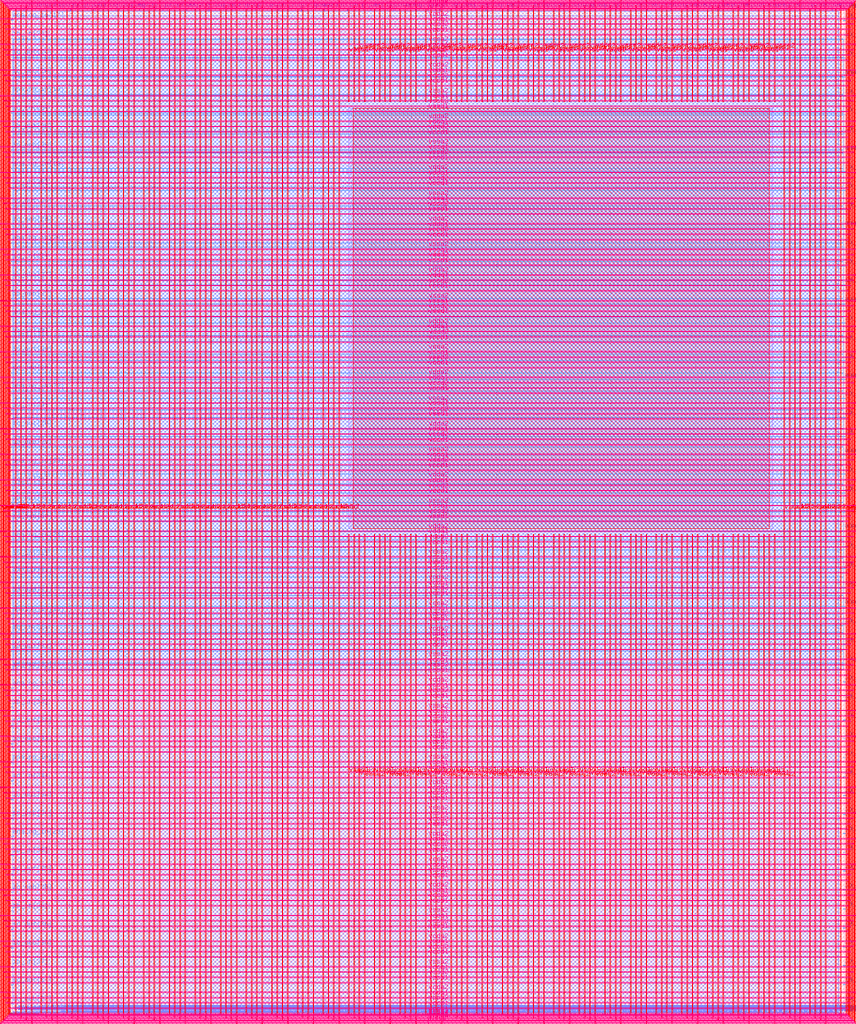
<source format=lef>
VERSION 5.7 ;
  NOWIREEXTENSIONATPIN ON ;
  DIVIDERCHAR "/" ;
  BUSBITCHARS "[]" ;
MACRO user_project_wrapper
  CLASS BLOCK ;
  FOREIGN user_project_wrapper ;
  ORIGIN 0.000 0.000 ;
  SIZE 2920.000 BY 3520.000 ;
  PIN analog_io[0]
    DIRECTION INOUT ;
    USE SIGNAL ;
    PORT
      LAYER met3 ;
        RECT 2917.600 1426.380 2924.800 1427.580 ;
    END
  END analog_io[0]
  PIN analog_io[10]
    DIRECTION INOUT ;
    USE SIGNAL ;
    PORT
      LAYER met2 ;
        RECT 2230.490 3517.600 2231.050 3524.800 ;
    END
  END analog_io[10]
  PIN analog_io[11]
    DIRECTION INOUT ;
    USE SIGNAL ;
    PORT
      LAYER met2 ;
        RECT 1905.730 3517.600 1906.290 3524.800 ;
    END
  END analog_io[11]
  PIN analog_io[12]
    DIRECTION INOUT ;
    USE SIGNAL ;
    PORT
      LAYER met2 ;
        RECT 1581.430 3517.600 1581.990 3524.800 ;
    END
  END analog_io[12]
  PIN analog_io[13]
    DIRECTION INOUT ;
    USE SIGNAL ;
    PORT
      LAYER met2 ;
        RECT 1257.130 3517.600 1257.690 3524.800 ;
    END
  END analog_io[13]
  PIN analog_io[14]
    DIRECTION INOUT ;
    USE SIGNAL ;
    PORT
      LAYER met2 ;
        RECT 932.370 3517.600 932.930 3524.800 ;
    END
  END analog_io[14]
  PIN analog_io[15]
    DIRECTION INOUT ;
    USE SIGNAL ;
    PORT
      LAYER met2 ;
        RECT 608.070 3517.600 608.630 3524.800 ;
    END
  END analog_io[15]
  PIN analog_io[16]
    DIRECTION INOUT ;
    USE SIGNAL ;
    PORT
      LAYER met2 ;
        RECT 283.770 3517.600 284.330 3524.800 ;
    END
  END analog_io[16]
  PIN analog_io[17]
    DIRECTION INOUT ;
    USE SIGNAL ;
    PORT
      LAYER met3 ;
        RECT -4.800 3486.100 2.400 3487.300 ;
    END
  END analog_io[17]
  PIN analog_io[18]
    DIRECTION INOUT ;
    USE SIGNAL ;
    PORT
      LAYER met3 ;
        RECT -4.800 3224.980 2.400 3226.180 ;
    END
  END analog_io[18]
  PIN analog_io[19]
    DIRECTION INOUT ;
    USE SIGNAL ;
    PORT
      LAYER met3 ;
        RECT -4.800 2964.540 2.400 2965.740 ;
    END
  END analog_io[19]
  PIN analog_io[1]
    DIRECTION INOUT ;
    USE SIGNAL ;
    PORT
      LAYER met3 ;
        RECT 2917.600 1692.260 2924.800 1693.460 ;
    END
  END analog_io[1]
  PIN analog_io[20]
    DIRECTION INOUT ;
    USE SIGNAL ;
    PORT
      LAYER met3 ;
        RECT -4.800 2703.420 2.400 2704.620 ;
    END
  END analog_io[20]
  PIN analog_io[21]
    DIRECTION INOUT ;
    USE SIGNAL ;
    PORT
      LAYER met3 ;
        RECT -4.800 2442.980 2.400 2444.180 ;
    END
  END analog_io[21]
  PIN analog_io[22]
    DIRECTION INOUT ;
    USE SIGNAL ;
    PORT
      LAYER met3 ;
        RECT -4.800 2182.540 2.400 2183.740 ;
    END
  END analog_io[22]
  PIN analog_io[23]
    DIRECTION INOUT ;
    USE SIGNAL ;
    PORT
      LAYER met3 ;
        RECT -4.800 1921.420 2.400 1922.620 ;
    END
  END analog_io[23]
  PIN analog_io[24]
    DIRECTION INOUT ;
    USE SIGNAL ;
    PORT
      LAYER met3 ;
        RECT -4.800 1660.980 2.400 1662.180 ;
    END
  END analog_io[24]
  PIN analog_io[25]
    DIRECTION INOUT ;
    USE SIGNAL ;
    PORT
      LAYER met3 ;
        RECT -4.800 1399.860 2.400 1401.060 ;
    END
  END analog_io[25]
  PIN analog_io[26]
    DIRECTION INOUT ;
    USE SIGNAL ;
    PORT
      LAYER met3 ;
        RECT -4.800 1139.420 2.400 1140.620 ;
    END
  END analog_io[26]
  PIN analog_io[27]
    DIRECTION INOUT ;
    USE SIGNAL ;
    PORT
      LAYER met3 ;
        RECT -4.800 878.980 2.400 880.180 ;
    END
  END analog_io[27]
  PIN analog_io[28]
    DIRECTION INOUT ;
    USE SIGNAL ;
    PORT
      LAYER met3 ;
        RECT -4.800 617.860 2.400 619.060 ;
    END
  END analog_io[28]
  PIN analog_io[2]
    DIRECTION INOUT ;
    USE SIGNAL ;
    PORT
      LAYER met3 ;
        RECT 2917.600 1958.140 2924.800 1959.340 ;
    END
  END analog_io[2]
  PIN analog_io[3]
    DIRECTION INOUT ;
    USE SIGNAL ;
    PORT
      LAYER met3 ;
        RECT 2917.600 2223.340 2924.800 2224.540 ;
    END
  END analog_io[3]
  PIN analog_io[4]
    DIRECTION INOUT ;
    USE SIGNAL ;
    PORT
      LAYER met3 ;
        RECT 2917.600 2489.220 2924.800 2490.420 ;
    END
  END analog_io[4]
  PIN analog_io[5]
    DIRECTION INOUT ;
    USE SIGNAL ;
    PORT
      LAYER met3 ;
        RECT 2917.600 2755.100 2924.800 2756.300 ;
    END
  END analog_io[5]
  PIN analog_io[6]
    DIRECTION INOUT ;
    USE SIGNAL ;
    PORT
      LAYER met3 ;
        RECT 2917.600 3020.300 2924.800 3021.500 ;
    END
  END analog_io[6]
  PIN analog_io[7]
    DIRECTION INOUT ;
    USE SIGNAL ;
    PORT
      LAYER met3 ;
        RECT 2917.600 3286.180 2924.800 3287.380 ;
    END
  END analog_io[7]
  PIN analog_io[8]
    DIRECTION INOUT ;
    USE SIGNAL ;
    PORT
      LAYER met2 ;
        RECT 2879.090 3517.600 2879.650 3524.800 ;
    END
  END analog_io[8]
  PIN analog_io[9]
    DIRECTION INOUT ;
    USE SIGNAL ;
    PORT
      LAYER met2 ;
        RECT 2554.790 3517.600 2555.350 3524.800 ;
    END
  END analog_io[9]
  PIN io_in[0]
    DIRECTION INPUT ;
    USE SIGNAL ;
    PORT
      LAYER met3 ;
        RECT 2917.600 32.380 2924.800 33.580 ;
    END
  END io_in[0]
  PIN io_in[10]
    DIRECTION INPUT ;
    USE SIGNAL ;
    PORT
      LAYER met3 ;
        RECT 2917.600 2289.980 2924.800 2291.180 ;
    END
  END io_in[10]
  PIN io_in[11]
    DIRECTION INPUT ;
    USE SIGNAL ;
    PORT
      LAYER met3 ;
        RECT 2917.600 2555.860 2924.800 2557.060 ;
    END
  END io_in[11]
  PIN io_in[12]
    DIRECTION INPUT ;
    USE SIGNAL ;
    PORT
      LAYER met3 ;
        RECT 2917.600 2821.060 2924.800 2822.260 ;
    END
  END io_in[12]
  PIN io_in[13]
    DIRECTION INPUT ;
    USE SIGNAL ;
    PORT
      LAYER met3 ;
        RECT 2917.600 3086.940 2924.800 3088.140 ;
    END
  END io_in[13]
  PIN io_in[14]
    DIRECTION INPUT ;
    USE SIGNAL ;
    PORT
      LAYER met3 ;
        RECT 2917.600 3352.820 2924.800 3354.020 ;
    END
  END io_in[14]
  PIN io_in[15]
    DIRECTION INPUT ;
    USE SIGNAL ;
    PORT
      LAYER met2 ;
        RECT 2798.130 3517.600 2798.690 3524.800 ;
    END
  END io_in[15]
  PIN io_in[16]
    DIRECTION INPUT ;
    USE SIGNAL ;
    PORT
      LAYER met2 ;
        RECT 2473.830 3517.600 2474.390 3524.800 ;
    END
  END io_in[16]
  PIN io_in[17]
    DIRECTION INPUT ;
    USE SIGNAL ;
    PORT
      LAYER met2 ;
        RECT 2149.070 3517.600 2149.630 3524.800 ;
    END
  END io_in[17]
  PIN io_in[18]
    DIRECTION INPUT ;
    USE SIGNAL ;
    PORT
      LAYER met2 ;
        RECT 1824.770 3517.600 1825.330 3524.800 ;
    END
  END io_in[18]
  PIN io_in[19]
    DIRECTION INPUT ;
    USE SIGNAL ;
    PORT
      LAYER met2 ;
        RECT 1500.470 3517.600 1501.030 3524.800 ;
    END
  END io_in[19]
  PIN io_in[1]
    DIRECTION INPUT ;
    USE SIGNAL ;
    PORT
      LAYER met3 ;
        RECT 2917.600 230.940 2924.800 232.140 ;
    END
  END io_in[1]
  PIN io_in[20]
    DIRECTION INPUT ;
    USE SIGNAL ;
    PORT
      LAYER met2 ;
        RECT 1175.710 3517.600 1176.270 3524.800 ;
    END
  END io_in[20]
  PIN io_in[21]
    DIRECTION INPUT ;
    USE SIGNAL ;
    PORT
      LAYER met2 ;
        RECT 851.410 3517.600 851.970 3524.800 ;
    END
  END io_in[21]
  PIN io_in[22]
    DIRECTION INPUT ;
    USE SIGNAL ;
    PORT
      LAYER met2 ;
        RECT 527.110 3517.600 527.670 3524.800 ;
    END
  END io_in[22]
  PIN io_in[23]
    DIRECTION INPUT ;
    USE SIGNAL ;
    PORT
      LAYER met2 ;
        RECT 202.350 3517.600 202.910 3524.800 ;
    END
  END io_in[23]
  PIN io_in[24]
    DIRECTION INPUT ;
    USE SIGNAL ;
    PORT
      LAYER met3 ;
        RECT -4.800 3420.820 2.400 3422.020 ;
    END
  END io_in[24]
  PIN io_in[25]
    DIRECTION INPUT ;
    USE SIGNAL ;
    PORT
      LAYER met3 ;
        RECT -4.800 3159.700 2.400 3160.900 ;
    END
  END io_in[25]
  PIN io_in[26]
    DIRECTION INPUT ;
    USE SIGNAL ;
    PORT
      LAYER met3 ;
        RECT -4.800 2899.260 2.400 2900.460 ;
    END
  END io_in[26]
  PIN io_in[27]
    DIRECTION INPUT ;
    USE SIGNAL ;
    PORT
      LAYER met3 ;
        RECT -4.800 2638.820 2.400 2640.020 ;
    END
  END io_in[27]
  PIN io_in[28]
    DIRECTION INPUT ;
    USE SIGNAL ;
    PORT
      LAYER met3 ;
        RECT -4.800 2377.700 2.400 2378.900 ;
    END
  END io_in[28]
  PIN io_in[29]
    DIRECTION INPUT ;
    USE SIGNAL ;
    PORT
      LAYER met3 ;
        RECT -4.800 2117.260 2.400 2118.460 ;
    END
  END io_in[29]
  PIN io_in[2]
    DIRECTION INPUT ;
    USE SIGNAL ;
    PORT
      LAYER met3 ;
        RECT 2917.600 430.180 2924.800 431.380 ;
    END
  END io_in[2]
  PIN io_in[30]
    DIRECTION INPUT ;
    USE SIGNAL ;
    PORT
      LAYER met3 ;
        RECT -4.800 1856.140 2.400 1857.340 ;
    END
  END io_in[30]
  PIN io_in[31]
    DIRECTION INPUT ;
    USE SIGNAL ;
    PORT
      LAYER met3 ;
        RECT -4.800 1595.700 2.400 1596.900 ;
    END
  END io_in[31]
  PIN io_in[32]
    DIRECTION INPUT ;
    USE SIGNAL ;
    PORT
      LAYER met3 ;
        RECT -4.800 1335.260 2.400 1336.460 ;
    END
  END io_in[32]
  PIN io_in[33]
    DIRECTION INPUT ;
    USE SIGNAL ;
    PORT
      LAYER met3 ;
        RECT -4.800 1074.140 2.400 1075.340 ;
    END
  END io_in[33]
  PIN io_in[34]
    DIRECTION INPUT ;
    USE SIGNAL ;
    PORT
      LAYER met3 ;
        RECT -4.800 813.700 2.400 814.900 ;
    END
  END io_in[34]
  PIN io_in[35]
    DIRECTION INPUT ;
    USE SIGNAL ;
    PORT
      LAYER met3 ;
        RECT -4.800 552.580 2.400 553.780 ;
    END
  END io_in[35]
  PIN io_in[36]
    DIRECTION INPUT ;
    USE SIGNAL ;
    PORT
      LAYER met3 ;
        RECT -4.800 357.420 2.400 358.620 ;
    END
  END io_in[36]
  PIN io_in[37]
    DIRECTION INPUT ;
    USE SIGNAL ;
    PORT
      LAYER met3 ;
        RECT -4.800 161.580 2.400 162.780 ;
    END
  END io_in[37]
  PIN io_in[3]
    DIRECTION INPUT ;
    USE SIGNAL ;
    PORT
      LAYER met3 ;
        RECT 2917.600 629.420 2924.800 630.620 ;
    END
  END io_in[3]
  PIN io_in[4]
    DIRECTION INPUT ;
    USE SIGNAL ;
    PORT
      LAYER met3 ;
        RECT 2917.600 828.660 2924.800 829.860 ;
    END
  END io_in[4]
  PIN io_in[5]
    DIRECTION INPUT ;
    USE SIGNAL ;
    PORT
      LAYER met3 ;
        RECT 2917.600 1027.900 2924.800 1029.100 ;
    END
  END io_in[5]
  PIN io_in[6]
    DIRECTION INPUT ;
    USE SIGNAL ;
    PORT
      LAYER met3 ;
        RECT 2917.600 1227.140 2924.800 1228.340 ;
    END
  END io_in[6]
  PIN io_in[7]
    DIRECTION INPUT ;
    USE SIGNAL ;
    PORT
      LAYER met3 ;
        RECT 2917.600 1493.020 2924.800 1494.220 ;
    END
  END io_in[7]
  PIN io_in[8]
    DIRECTION INPUT ;
    USE SIGNAL ;
    PORT
      LAYER met3 ;
        RECT 2917.600 1758.900 2924.800 1760.100 ;
    END
  END io_in[8]
  PIN io_in[9]
    DIRECTION INPUT ;
    USE SIGNAL ;
    PORT
      LAYER met3 ;
        RECT 2917.600 2024.100 2924.800 2025.300 ;
    END
  END io_in[9]
  PIN io_oeb[0]
    DIRECTION OUTPUT TRISTATE ;
    USE SIGNAL ;
    PORT
      LAYER met3 ;
        RECT 2917.600 164.980 2924.800 166.180 ;
    END
  END io_oeb[0]
  PIN io_oeb[10]
    DIRECTION OUTPUT TRISTATE ;
    USE SIGNAL ;
    PORT
      LAYER met3 ;
        RECT 2917.600 2422.580 2924.800 2423.780 ;
    END
  END io_oeb[10]
  PIN io_oeb[11]
    DIRECTION OUTPUT TRISTATE ;
    USE SIGNAL ;
    PORT
      LAYER met3 ;
        RECT 2917.600 2688.460 2924.800 2689.660 ;
    END
  END io_oeb[11]
  PIN io_oeb[12]
    DIRECTION OUTPUT TRISTATE ;
    USE SIGNAL ;
    PORT
      LAYER met3 ;
        RECT 2917.600 2954.340 2924.800 2955.540 ;
    END
  END io_oeb[12]
  PIN io_oeb[13]
    DIRECTION OUTPUT TRISTATE ;
    USE SIGNAL ;
    PORT
      LAYER met3 ;
        RECT 2917.600 3219.540 2924.800 3220.740 ;
    END
  END io_oeb[13]
  PIN io_oeb[14]
    DIRECTION OUTPUT TRISTATE ;
    USE SIGNAL ;
    PORT
      LAYER met3 ;
        RECT 2917.600 3485.420 2924.800 3486.620 ;
    END
  END io_oeb[14]
  PIN io_oeb[15]
    DIRECTION OUTPUT TRISTATE ;
    USE SIGNAL ;
    PORT
      LAYER met2 ;
        RECT 2635.750 3517.600 2636.310 3524.800 ;
    END
  END io_oeb[15]
  PIN io_oeb[16]
    DIRECTION OUTPUT TRISTATE ;
    USE SIGNAL ;
    PORT
      LAYER met2 ;
        RECT 2311.450 3517.600 2312.010 3524.800 ;
    END
  END io_oeb[16]
  PIN io_oeb[17]
    DIRECTION OUTPUT TRISTATE ;
    USE SIGNAL ;
    PORT
      LAYER met2 ;
        RECT 1987.150 3517.600 1987.710 3524.800 ;
    END
  END io_oeb[17]
  PIN io_oeb[18]
    DIRECTION OUTPUT TRISTATE ;
    USE SIGNAL ;
    PORT
      LAYER met2 ;
        RECT 1662.390 3517.600 1662.950 3524.800 ;
    END
  END io_oeb[18]
  PIN io_oeb[19]
    DIRECTION OUTPUT TRISTATE ;
    USE SIGNAL ;
    PORT
      LAYER met2 ;
        RECT 1338.090 3517.600 1338.650 3524.800 ;
    END
  END io_oeb[19]
  PIN io_oeb[1]
    DIRECTION OUTPUT TRISTATE ;
    USE SIGNAL ;
    PORT
      LAYER met3 ;
        RECT 2917.600 364.220 2924.800 365.420 ;
    END
  END io_oeb[1]
  PIN io_oeb[20]
    DIRECTION OUTPUT TRISTATE ;
    USE SIGNAL ;
    PORT
      LAYER met2 ;
        RECT 1013.790 3517.600 1014.350 3524.800 ;
    END
  END io_oeb[20]
  PIN io_oeb[21]
    DIRECTION OUTPUT TRISTATE ;
    USE SIGNAL ;
    PORT
      LAYER met2 ;
        RECT 689.030 3517.600 689.590 3524.800 ;
    END
  END io_oeb[21]
  PIN io_oeb[22]
    DIRECTION OUTPUT TRISTATE ;
    USE SIGNAL ;
    PORT
      LAYER met2 ;
        RECT 364.730 3517.600 365.290 3524.800 ;
    END
  END io_oeb[22]
  PIN io_oeb[23]
    DIRECTION OUTPUT TRISTATE ;
    USE SIGNAL ;
    PORT
      LAYER met2 ;
        RECT 40.430 3517.600 40.990 3524.800 ;
    END
  END io_oeb[23]
  PIN io_oeb[24]
    DIRECTION OUTPUT TRISTATE ;
    USE SIGNAL ;
    PORT
      LAYER met3 ;
        RECT -4.800 3290.260 2.400 3291.460 ;
    END
  END io_oeb[24]
  PIN io_oeb[25]
    DIRECTION OUTPUT TRISTATE ;
    USE SIGNAL ;
    PORT
      LAYER met3 ;
        RECT -4.800 3029.820 2.400 3031.020 ;
    END
  END io_oeb[25]
  PIN io_oeb[26]
    DIRECTION OUTPUT TRISTATE ;
    USE SIGNAL ;
    PORT
      LAYER met3 ;
        RECT -4.800 2768.700 2.400 2769.900 ;
    END
  END io_oeb[26]
  PIN io_oeb[27]
    DIRECTION OUTPUT TRISTATE ;
    USE SIGNAL ;
    PORT
      LAYER met3 ;
        RECT -4.800 2508.260 2.400 2509.460 ;
    END
  END io_oeb[27]
  PIN io_oeb[28]
    DIRECTION OUTPUT TRISTATE ;
    USE SIGNAL ;
    PORT
      LAYER met3 ;
        RECT -4.800 2247.140 2.400 2248.340 ;
    END
  END io_oeb[28]
  PIN io_oeb[29]
    DIRECTION OUTPUT TRISTATE ;
    USE SIGNAL ;
    PORT
      LAYER met3 ;
        RECT -4.800 1986.700 2.400 1987.900 ;
    END
  END io_oeb[29]
  PIN io_oeb[2]
    DIRECTION OUTPUT TRISTATE ;
    USE SIGNAL ;
    PORT
      LAYER met3 ;
        RECT 2917.600 563.460 2924.800 564.660 ;
    END
  END io_oeb[2]
  PIN io_oeb[30]
    DIRECTION OUTPUT TRISTATE ;
    USE SIGNAL ;
    PORT
      LAYER met3 ;
        RECT -4.800 1726.260 2.400 1727.460 ;
    END
  END io_oeb[30]
  PIN io_oeb[31]
    DIRECTION OUTPUT TRISTATE ;
    USE SIGNAL ;
    PORT
      LAYER met3 ;
        RECT -4.800 1465.140 2.400 1466.340 ;
    END
  END io_oeb[31]
  PIN io_oeb[32]
    DIRECTION OUTPUT TRISTATE ;
    USE SIGNAL ;
    PORT
      LAYER met3 ;
        RECT -4.800 1204.700 2.400 1205.900 ;
    END
  END io_oeb[32]
  PIN io_oeb[33]
    DIRECTION OUTPUT TRISTATE ;
    USE SIGNAL ;
    PORT
      LAYER met3 ;
        RECT -4.800 943.580 2.400 944.780 ;
    END
  END io_oeb[33]
  PIN io_oeb[34]
    DIRECTION OUTPUT TRISTATE ;
    USE SIGNAL ;
    PORT
      LAYER met3 ;
        RECT -4.800 683.140 2.400 684.340 ;
    END
  END io_oeb[34]
  PIN io_oeb[35]
    DIRECTION OUTPUT TRISTATE ;
    USE SIGNAL ;
    PORT
      LAYER met3 ;
        RECT -4.800 422.700 2.400 423.900 ;
    END
  END io_oeb[35]
  PIN io_oeb[36]
    DIRECTION OUTPUT TRISTATE ;
    USE SIGNAL ;
    PORT
      LAYER met3 ;
        RECT -4.800 226.860 2.400 228.060 ;
    END
  END io_oeb[36]
  PIN io_oeb[37]
    DIRECTION OUTPUT TRISTATE ;
    USE SIGNAL ;
    PORT
      LAYER met3 ;
        RECT -4.800 31.700 2.400 32.900 ;
    END
  END io_oeb[37]
  PIN io_oeb[3]
    DIRECTION OUTPUT TRISTATE ;
    USE SIGNAL ;
    PORT
      LAYER met3 ;
        RECT 2917.600 762.700 2924.800 763.900 ;
    END
  END io_oeb[3]
  PIN io_oeb[4]
    DIRECTION OUTPUT TRISTATE ;
    USE SIGNAL ;
    PORT
      LAYER met3 ;
        RECT 2917.600 961.940 2924.800 963.140 ;
    END
  END io_oeb[4]
  PIN io_oeb[5]
    DIRECTION OUTPUT TRISTATE ;
    USE SIGNAL ;
    PORT
      LAYER met3 ;
        RECT 2917.600 1161.180 2924.800 1162.380 ;
    END
  END io_oeb[5]
  PIN io_oeb[6]
    DIRECTION OUTPUT TRISTATE ;
    USE SIGNAL ;
    PORT
      LAYER met3 ;
        RECT 2917.600 1360.420 2924.800 1361.620 ;
    END
  END io_oeb[6]
  PIN io_oeb[7]
    DIRECTION OUTPUT TRISTATE ;
    USE SIGNAL ;
    PORT
      LAYER met3 ;
        RECT 2917.600 1625.620 2924.800 1626.820 ;
    END
  END io_oeb[7]
  PIN io_oeb[8]
    DIRECTION OUTPUT TRISTATE ;
    USE SIGNAL ;
    PORT
      LAYER met3 ;
        RECT 2917.600 1891.500 2924.800 1892.700 ;
    END
  END io_oeb[8]
  PIN io_oeb[9]
    DIRECTION OUTPUT TRISTATE ;
    USE SIGNAL ;
    PORT
      LAYER met3 ;
        RECT 2917.600 2157.380 2924.800 2158.580 ;
    END
  END io_oeb[9]
  PIN io_out[0]
    DIRECTION OUTPUT TRISTATE ;
    USE SIGNAL ;
    PORT
      LAYER met3 ;
        RECT 2917.600 98.340 2924.800 99.540 ;
    END
  END io_out[0]
  PIN io_out[10]
    DIRECTION OUTPUT TRISTATE ;
    USE SIGNAL ;
    PORT
      LAYER met3 ;
        RECT 2917.600 2356.620 2924.800 2357.820 ;
    END
  END io_out[10]
  PIN io_out[11]
    DIRECTION OUTPUT TRISTATE ;
    USE SIGNAL ;
    PORT
      LAYER met3 ;
        RECT 2917.600 2621.820 2924.800 2623.020 ;
    END
  END io_out[11]
  PIN io_out[12]
    DIRECTION OUTPUT TRISTATE ;
    USE SIGNAL ;
    PORT
      LAYER met3 ;
        RECT 2917.600 2887.700 2924.800 2888.900 ;
    END
  END io_out[12]
  PIN io_out[13]
    DIRECTION OUTPUT TRISTATE ;
    USE SIGNAL ;
    PORT
      LAYER met3 ;
        RECT 2917.600 3153.580 2924.800 3154.780 ;
    END
  END io_out[13]
  PIN io_out[14]
    DIRECTION OUTPUT TRISTATE ;
    USE SIGNAL ;
    PORT
      LAYER met3 ;
        RECT 2917.600 3418.780 2924.800 3419.980 ;
    END
  END io_out[14]
  PIN io_out[15]
    DIRECTION OUTPUT TRISTATE ;
    USE SIGNAL ;
    PORT
      LAYER met2 ;
        RECT 2717.170 3517.600 2717.730 3524.800 ;
    END
  END io_out[15]
  PIN io_out[16]
    DIRECTION OUTPUT TRISTATE ;
    USE SIGNAL ;
    PORT
      LAYER met2 ;
        RECT 2392.410 3517.600 2392.970 3524.800 ;
    END
  END io_out[16]
  PIN io_out[17]
    DIRECTION OUTPUT TRISTATE ;
    USE SIGNAL ;
    PORT
      LAYER met2 ;
        RECT 2068.110 3517.600 2068.670 3524.800 ;
    END
  END io_out[17]
  PIN io_out[18]
    DIRECTION OUTPUT TRISTATE ;
    USE SIGNAL ;
    PORT
      LAYER met2 ;
        RECT 1743.810 3517.600 1744.370 3524.800 ;
    END
  END io_out[18]
  PIN io_out[19]
    DIRECTION OUTPUT TRISTATE ;
    USE SIGNAL ;
    PORT
      LAYER met2 ;
        RECT 1419.050 3517.600 1419.610 3524.800 ;
    END
  END io_out[19]
  PIN io_out[1]
    DIRECTION OUTPUT TRISTATE ;
    USE SIGNAL ;
    PORT
      LAYER met3 ;
        RECT 2917.600 297.580 2924.800 298.780 ;
    END
  END io_out[1]
  PIN io_out[20]
    DIRECTION OUTPUT TRISTATE ;
    USE SIGNAL ;
    PORT
      LAYER met2 ;
        RECT 1094.750 3517.600 1095.310 3524.800 ;
    END
  END io_out[20]
  PIN io_out[21]
    DIRECTION OUTPUT TRISTATE ;
    USE SIGNAL ;
    PORT
      LAYER met2 ;
        RECT 770.450 3517.600 771.010 3524.800 ;
    END
  END io_out[21]
  PIN io_out[22]
    DIRECTION OUTPUT TRISTATE ;
    USE SIGNAL ;
    PORT
      LAYER met2 ;
        RECT 445.690 3517.600 446.250 3524.800 ;
    END
  END io_out[22]
  PIN io_out[23]
    DIRECTION OUTPUT TRISTATE ;
    USE SIGNAL ;
    PORT
      LAYER met2 ;
        RECT 121.390 3517.600 121.950 3524.800 ;
    END
  END io_out[23]
  PIN io_out[24]
    DIRECTION OUTPUT TRISTATE ;
    USE SIGNAL ;
    PORT
      LAYER met3 ;
        RECT -4.800 3355.540 2.400 3356.740 ;
    END
  END io_out[24]
  PIN io_out[25]
    DIRECTION OUTPUT TRISTATE ;
    USE SIGNAL ;
    PORT
      LAYER met3 ;
        RECT -4.800 3095.100 2.400 3096.300 ;
    END
  END io_out[25]
  PIN io_out[26]
    DIRECTION OUTPUT TRISTATE ;
    USE SIGNAL ;
    PORT
      LAYER met3 ;
        RECT -4.800 2833.980 2.400 2835.180 ;
    END
  END io_out[26]
  PIN io_out[27]
    DIRECTION OUTPUT TRISTATE ;
    USE SIGNAL ;
    PORT
      LAYER met3 ;
        RECT -4.800 2573.540 2.400 2574.740 ;
    END
  END io_out[27]
  PIN io_out[28]
    DIRECTION OUTPUT TRISTATE ;
    USE SIGNAL ;
    PORT
      LAYER met3 ;
        RECT -4.800 2312.420 2.400 2313.620 ;
    END
  END io_out[28]
  PIN io_out[29]
    DIRECTION OUTPUT TRISTATE ;
    USE SIGNAL ;
    PORT
      LAYER met3 ;
        RECT -4.800 2051.980 2.400 2053.180 ;
    END
  END io_out[29]
  PIN io_out[2]
    DIRECTION OUTPUT TRISTATE ;
    USE SIGNAL ;
    PORT
      LAYER met3 ;
        RECT 2917.600 496.820 2924.800 498.020 ;
    END
  END io_out[2]
  PIN io_out[30]
    DIRECTION OUTPUT TRISTATE ;
    USE SIGNAL ;
    PORT
      LAYER met3 ;
        RECT -4.800 1791.540 2.400 1792.740 ;
    END
  END io_out[30]
  PIN io_out[31]
    DIRECTION OUTPUT TRISTATE ;
    USE SIGNAL ;
    PORT
      LAYER met3 ;
        RECT -4.800 1530.420 2.400 1531.620 ;
    END
  END io_out[31]
  PIN io_out[32]
    DIRECTION OUTPUT TRISTATE ;
    USE SIGNAL ;
    PORT
      LAYER met3 ;
        RECT -4.800 1269.980 2.400 1271.180 ;
    END
  END io_out[32]
  PIN io_out[33]
    DIRECTION OUTPUT TRISTATE ;
    USE SIGNAL ;
    PORT
      LAYER met3 ;
        RECT -4.800 1008.860 2.400 1010.060 ;
    END
  END io_out[33]
  PIN io_out[34]
    DIRECTION OUTPUT TRISTATE ;
    USE SIGNAL ;
    PORT
      LAYER met3 ;
        RECT -4.800 748.420 2.400 749.620 ;
    END
  END io_out[34]
  PIN io_out[35]
    DIRECTION OUTPUT TRISTATE ;
    USE SIGNAL ;
    PORT
      LAYER met3 ;
        RECT -4.800 487.300 2.400 488.500 ;
    END
  END io_out[35]
  PIN io_out[36]
    DIRECTION OUTPUT TRISTATE ;
    USE SIGNAL ;
    PORT
      LAYER met3 ;
        RECT -4.800 292.140 2.400 293.340 ;
    END
  END io_out[36]
  PIN io_out[37]
    DIRECTION OUTPUT TRISTATE ;
    USE SIGNAL ;
    PORT
      LAYER met3 ;
        RECT -4.800 96.300 2.400 97.500 ;
    END
  END io_out[37]
  PIN io_out[3]
    DIRECTION OUTPUT TRISTATE ;
    USE SIGNAL ;
    PORT
      LAYER met3 ;
        RECT 2917.600 696.060 2924.800 697.260 ;
    END
  END io_out[3]
  PIN io_out[4]
    DIRECTION OUTPUT TRISTATE ;
    USE SIGNAL ;
    PORT
      LAYER met3 ;
        RECT 2917.600 895.300 2924.800 896.500 ;
    END
  END io_out[4]
  PIN io_out[5]
    DIRECTION OUTPUT TRISTATE ;
    USE SIGNAL ;
    PORT
      LAYER met3 ;
        RECT 2917.600 1094.540 2924.800 1095.740 ;
    END
  END io_out[5]
  PIN io_out[6]
    DIRECTION OUTPUT TRISTATE ;
    USE SIGNAL ;
    PORT
      LAYER met3 ;
        RECT 2917.600 1293.780 2924.800 1294.980 ;
    END
  END io_out[6]
  PIN io_out[7]
    DIRECTION OUTPUT TRISTATE ;
    USE SIGNAL ;
    PORT
      LAYER met3 ;
        RECT 2917.600 1559.660 2924.800 1560.860 ;
    END
  END io_out[7]
  PIN io_out[8]
    DIRECTION OUTPUT TRISTATE ;
    USE SIGNAL ;
    PORT
      LAYER met3 ;
        RECT 2917.600 1824.860 2924.800 1826.060 ;
    END
  END io_out[8]
  PIN io_out[9]
    DIRECTION OUTPUT TRISTATE ;
    USE SIGNAL ;
    PORT
      LAYER met3 ;
        RECT 2917.600 2090.740 2924.800 2091.940 ;
    END
  END io_out[9]
  PIN la_data_in[0]
    DIRECTION INPUT ;
    USE SIGNAL ;
    PORT
      LAYER met2 ;
        RECT 629.230 -4.800 629.790 2.400 ;
    END
  END la_data_in[0]
  PIN la_data_in[100]
    DIRECTION INPUT ;
    USE SIGNAL ;
    PORT
      LAYER met2 ;
        RECT 2402.530 -4.800 2403.090 2.400 ;
    END
  END la_data_in[100]
  PIN la_data_in[101]
    DIRECTION INPUT ;
    USE SIGNAL ;
    PORT
      LAYER met2 ;
        RECT 2420.010 -4.800 2420.570 2.400 ;
    END
  END la_data_in[101]
  PIN la_data_in[102]
    DIRECTION INPUT ;
    USE SIGNAL ;
    PORT
      LAYER met2 ;
        RECT 2437.950 -4.800 2438.510 2.400 ;
    END
  END la_data_in[102]
  PIN la_data_in[103]
    DIRECTION INPUT ;
    USE SIGNAL ;
    PORT
      LAYER met2 ;
        RECT 2455.430 -4.800 2455.990 2.400 ;
    END
  END la_data_in[103]
  PIN la_data_in[104]
    DIRECTION INPUT ;
    USE SIGNAL ;
    PORT
      LAYER met2 ;
        RECT 2473.370 -4.800 2473.930 2.400 ;
    END
  END la_data_in[104]
  PIN la_data_in[105]
    DIRECTION INPUT ;
    USE SIGNAL ;
    PORT
      LAYER met2 ;
        RECT 2490.850 -4.800 2491.410 2.400 ;
    END
  END la_data_in[105]
  PIN la_data_in[106]
    DIRECTION INPUT ;
    USE SIGNAL ;
    PORT
      LAYER met2 ;
        RECT 2508.790 -4.800 2509.350 2.400 ;
    END
  END la_data_in[106]
  PIN la_data_in[107]
    DIRECTION INPUT ;
    USE SIGNAL ;
    PORT
      LAYER met2 ;
        RECT 2526.730 -4.800 2527.290 2.400 ;
    END
  END la_data_in[107]
  PIN la_data_in[108]
    DIRECTION INPUT ;
    USE SIGNAL ;
    PORT
      LAYER met2 ;
        RECT 2544.210 -4.800 2544.770 2.400 ;
    END
  END la_data_in[108]
  PIN la_data_in[109]
    DIRECTION INPUT ;
    USE SIGNAL ;
    PORT
      LAYER met2 ;
        RECT 2562.150 -4.800 2562.710 2.400 ;
    END
  END la_data_in[109]
  PIN la_data_in[10]
    DIRECTION INPUT ;
    USE SIGNAL ;
    PORT
      LAYER met2 ;
        RECT 806.330 -4.800 806.890 2.400 ;
    END
  END la_data_in[10]
  PIN la_data_in[110]
    DIRECTION INPUT ;
    USE SIGNAL ;
    PORT
      LAYER met2 ;
        RECT 2579.630 -4.800 2580.190 2.400 ;
    END
  END la_data_in[110]
  PIN la_data_in[111]
    DIRECTION INPUT ;
    USE SIGNAL ;
    PORT
      LAYER met2 ;
        RECT 2597.570 -4.800 2598.130 2.400 ;
    END
  END la_data_in[111]
  PIN la_data_in[112]
    DIRECTION INPUT ;
    USE SIGNAL ;
    PORT
      LAYER met2 ;
        RECT 2615.050 -4.800 2615.610 2.400 ;
    END
  END la_data_in[112]
  PIN la_data_in[113]
    DIRECTION INPUT ;
    USE SIGNAL ;
    PORT
      LAYER met2 ;
        RECT 2632.990 -4.800 2633.550 2.400 ;
    END
  END la_data_in[113]
  PIN la_data_in[114]
    DIRECTION INPUT ;
    USE SIGNAL ;
    PORT
      LAYER met2 ;
        RECT 2650.470 -4.800 2651.030 2.400 ;
    END
  END la_data_in[114]
  PIN la_data_in[115]
    DIRECTION INPUT ;
    USE SIGNAL ;
    PORT
      LAYER met2 ;
        RECT 2668.410 -4.800 2668.970 2.400 ;
    END
  END la_data_in[115]
  PIN la_data_in[116]
    DIRECTION INPUT ;
    USE SIGNAL ;
    PORT
      LAYER met2 ;
        RECT 2685.890 -4.800 2686.450 2.400 ;
    END
  END la_data_in[116]
  PIN la_data_in[117]
    DIRECTION INPUT ;
    USE SIGNAL ;
    PORT
      LAYER met2 ;
        RECT 2703.830 -4.800 2704.390 2.400 ;
    END
  END la_data_in[117]
  PIN la_data_in[118]
    DIRECTION INPUT ;
    USE SIGNAL ;
    PORT
      LAYER met2 ;
        RECT 2721.770 -4.800 2722.330 2.400 ;
    END
  END la_data_in[118]
  PIN la_data_in[119]
    DIRECTION INPUT ;
    USE SIGNAL ;
    PORT
      LAYER met2 ;
        RECT 2739.250 -4.800 2739.810 2.400 ;
    END
  END la_data_in[119]
  PIN la_data_in[11]
    DIRECTION INPUT ;
    USE SIGNAL ;
    PORT
      LAYER met2 ;
        RECT 824.270 -4.800 824.830 2.400 ;
    END
  END la_data_in[11]
  PIN la_data_in[120]
    DIRECTION INPUT ;
    USE SIGNAL ;
    PORT
      LAYER met2 ;
        RECT 2757.190 -4.800 2757.750 2.400 ;
    END
  END la_data_in[120]
  PIN la_data_in[121]
    DIRECTION INPUT ;
    USE SIGNAL ;
    PORT
      LAYER met2 ;
        RECT 2774.670 -4.800 2775.230 2.400 ;
    END
  END la_data_in[121]
  PIN la_data_in[122]
    DIRECTION INPUT ;
    USE SIGNAL ;
    PORT
      LAYER met2 ;
        RECT 2792.610 -4.800 2793.170 2.400 ;
    END
  END la_data_in[122]
  PIN la_data_in[123]
    DIRECTION INPUT ;
    USE SIGNAL ;
    PORT
      LAYER met2 ;
        RECT 2810.090 -4.800 2810.650 2.400 ;
    END
  END la_data_in[123]
  PIN la_data_in[124]
    DIRECTION INPUT ;
    USE SIGNAL ;
    PORT
      LAYER met2 ;
        RECT 2828.030 -4.800 2828.590 2.400 ;
    END
  END la_data_in[124]
  PIN la_data_in[125]
    DIRECTION INPUT ;
    USE SIGNAL ;
    PORT
      LAYER met2 ;
        RECT 2845.510 -4.800 2846.070 2.400 ;
    END
  END la_data_in[125]
  PIN la_data_in[126]
    DIRECTION INPUT ;
    USE SIGNAL ;
    PORT
      LAYER met2 ;
        RECT 2863.450 -4.800 2864.010 2.400 ;
    END
  END la_data_in[126]
  PIN la_data_in[127]
    DIRECTION INPUT ;
    USE SIGNAL ;
    PORT
      LAYER met2 ;
        RECT 2881.390 -4.800 2881.950 2.400 ;
    END
  END la_data_in[127]
  PIN la_data_in[12]
    DIRECTION INPUT ;
    USE SIGNAL ;
    PORT
      LAYER met2 ;
        RECT 841.750 -4.800 842.310 2.400 ;
    END
  END la_data_in[12]
  PIN la_data_in[13]
    DIRECTION INPUT ;
    USE SIGNAL ;
    PORT
      LAYER met2 ;
        RECT 859.690 -4.800 860.250 2.400 ;
    END
  END la_data_in[13]
  PIN la_data_in[14]
    DIRECTION INPUT ;
    USE SIGNAL ;
    PORT
      LAYER met2 ;
        RECT 877.170 -4.800 877.730 2.400 ;
    END
  END la_data_in[14]
  PIN la_data_in[15]
    DIRECTION INPUT ;
    USE SIGNAL ;
    PORT
      LAYER met2 ;
        RECT 895.110 -4.800 895.670 2.400 ;
    END
  END la_data_in[15]
  PIN la_data_in[16]
    DIRECTION INPUT ;
    USE SIGNAL ;
    PORT
      LAYER met2 ;
        RECT 912.590 -4.800 913.150 2.400 ;
    END
  END la_data_in[16]
  PIN la_data_in[17]
    DIRECTION INPUT ;
    USE SIGNAL ;
    PORT
      LAYER met2 ;
        RECT 930.530 -4.800 931.090 2.400 ;
    END
  END la_data_in[17]
  PIN la_data_in[18]
    DIRECTION INPUT ;
    USE SIGNAL ;
    PORT
      LAYER met2 ;
        RECT 948.470 -4.800 949.030 2.400 ;
    END
  END la_data_in[18]
  PIN la_data_in[19]
    DIRECTION INPUT ;
    USE SIGNAL ;
    PORT
      LAYER met2 ;
        RECT 965.950 -4.800 966.510 2.400 ;
    END
  END la_data_in[19]
  PIN la_data_in[1]
    DIRECTION INPUT ;
    USE SIGNAL ;
    PORT
      LAYER met2 ;
        RECT 646.710 -4.800 647.270 2.400 ;
    END
  END la_data_in[1]
  PIN la_data_in[20]
    DIRECTION INPUT ;
    USE SIGNAL ;
    PORT
      LAYER met2 ;
        RECT 983.890 -4.800 984.450 2.400 ;
    END
  END la_data_in[20]
  PIN la_data_in[21]
    DIRECTION INPUT ;
    USE SIGNAL ;
    PORT
      LAYER met2 ;
        RECT 1001.370 -4.800 1001.930 2.400 ;
    END
  END la_data_in[21]
  PIN la_data_in[22]
    DIRECTION INPUT ;
    USE SIGNAL ;
    PORT
      LAYER met2 ;
        RECT 1019.310 -4.800 1019.870 2.400 ;
    END
  END la_data_in[22]
  PIN la_data_in[23]
    DIRECTION INPUT ;
    USE SIGNAL ;
    PORT
      LAYER met2 ;
        RECT 1036.790 -4.800 1037.350 2.400 ;
    END
  END la_data_in[23]
  PIN la_data_in[24]
    DIRECTION INPUT ;
    USE SIGNAL ;
    PORT
      LAYER met2 ;
        RECT 1054.730 -4.800 1055.290 2.400 ;
    END
  END la_data_in[24]
  PIN la_data_in[25]
    DIRECTION INPUT ;
    USE SIGNAL ;
    PORT
      LAYER met2 ;
        RECT 1072.210 -4.800 1072.770 2.400 ;
    END
  END la_data_in[25]
  PIN la_data_in[26]
    DIRECTION INPUT ;
    USE SIGNAL ;
    PORT
      LAYER met2 ;
        RECT 1090.150 -4.800 1090.710 2.400 ;
    END
  END la_data_in[26]
  PIN la_data_in[27]
    DIRECTION INPUT ;
    USE SIGNAL ;
    PORT
      LAYER met2 ;
        RECT 1107.630 -4.800 1108.190 2.400 ;
    END
  END la_data_in[27]
  PIN la_data_in[28]
    DIRECTION INPUT ;
    USE SIGNAL ;
    PORT
      LAYER met2 ;
        RECT 1125.570 -4.800 1126.130 2.400 ;
    END
  END la_data_in[28]
  PIN la_data_in[29]
    DIRECTION INPUT ;
    USE SIGNAL ;
    PORT
      LAYER met2 ;
        RECT 1143.510 -4.800 1144.070 2.400 ;
    END
  END la_data_in[29]
  PIN la_data_in[2]
    DIRECTION INPUT ;
    USE SIGNAL ;
    PORT
      LAYER met2 ;
        RECT 664.650 -4.800 665.210 2.400 ;
    END
  END la_data_in[2]
  PIN la_data_in[30]
    DIRECTION INPUT ;
    USE SIGNAL ;
    PORT
      LAYER met2 ;
        RECT 1160.990 -4.800 1161.550 2.400 ;
    END
  END la_data_in[30]
  PIN la_data_in[31]
    DIRECTION INPUT ;
    USE SIGNAL ;
    PORT
      LAYER met2 ;
        RECT 1178.930 -4.800 1179.490 2.400 ;
    END
  END la_data_in[31]
  PIN la_data_in[32]
    DIRECTION INPUT ;
    USE SIGNAL ;
    PORT
      LAYER met2 ;
        RECT 1196.410 -4.800 1196.970 2.400 ;
    END
  END la_data_in[32]
  PIN la_data_in[33]
    DIRECTION INPUT ;
    USE SIGNAL ;
    PORT
      LAYER met2 ;
        RECT 1214.350 -4.800 1214.910 2.400 ;
    END
  END la_data_in[33]
  PIN la_data_in[34]
    DIRECTION INPUT ;
    USE SIGNAL ;
    PORT
      LAYER met2 ;
        RECT 1231.830 -4.800 1232.390 2.400 ;
    END
  END la_data_in[34]
  PIN la_data_in[35]
    DIRECTION INPUT ;
    USE SIGNAL ;
    PORT
      LAYER met2 ;
        RECT 1249.770 -4.800 1250.330 2.400 ;
    END
  END la_data_in[35]
  PIN la_data_in[36]
    DIRECTION INPUT ;
    USE SIGNAL ;
    PORT
      LAYER met2 ;
        RECT 1267.250 -4.800 1267.810 2.400 ;
    END
  END la_data_in[36]
  PIN la_data_in[37]
    DIRECTION INPUT ;
    USE SIGNAL ;
    PORT
      LAYER met2 ;
        RECT 1285.190 -4.800 1285.750 2.400 ;
    END
  END la_data_in[37]
  PIN la_data_in[38]
    DIRECTION INPUT ;
    USE SIGNAL ;
    PORT
      LAYER met2 ;
        RECT 1303.130 -4.800 1303.690 2.400 ;
    END
  END la_data_in[38]
  PIN la_data_in[39]
    DIRECTION INPUT ;
    USE SIGNAL ;
    PORT
      LAYER met2 ;
        RECT 1320.610 -4.800 1321.170 2.400 ;
    END
  END la_data_in[39]
  PIN la_data_in[3]
    DIRECTION INPUT ;
    USE SIGNAL ;
    PORT
      LAYER met2 ;
        RECT 682.130 -4.800 682.690 2.400 ;
    END
  END la_data_in[3]
  PIN la_data_in[40]
    DIRECTION INPUT ;
    USE SIGNAL ;
    PORT
      LAYER met2 ;
        RECT 1338.550 -4.800 1339.110 2.400 ;
    END
  END la_data_in[40]
  PIN la_data_in[41]
    DIRECTION INPUT ;
    USE SIGNAL ;
    PORT
      LAYER met2 ;
        RECT 1356.030 -4.800 1356.590 2.400 ;
    END
  END la_data_in[41]
  PIN la_data_in[42]
    DIRECTION INPUT ;
    USE SIGNAL ;
    PORT
      LAYER met2 ;
        RECT 1373.970 -4.800 1374.530 2.400 ;
    END
  END la_data_in[42]
  PIN la_data_in[43]
    DIRECTION INPUT ;
    USE SIGNAL ;
    PORT
      LAYER met2 ;
        RECT 1391.450 -4.800 1392.010 2.400 ;
    END
  END la_data_in[43]
  PIN la_data_in[44]
    DIRECTION INPUT ;
    USE SIGNAL ;
    PORT
      LAYER met2 ;
        RECT 1409.390 -4.800 1409.950 2.400 ;
    END
  END la_data_in[44]
  PIN la_data_in[45]
    DIRECTION INPUT ;
    USE SIGNAL ;
    PORT
      LAYER met2 ;
        RECT 1426.870 -4.800 1427.430 2.400 ;
    END
  END la_data_in[45]
  PIN la_data_in[46]
    DIRECTION INPUT ;
    USE SIGNAL ;
    PORT
      LAYER met2 ;
        RECT 1444.810 -4.800 1445.370 2.400 ;
    END
  END la_data_in[46]
  PIN la_data_in[47]
    DIRECTION INPUT ;
    USE SIGNAL ;
    PORT
      LAYER met2 ;
        RECT 1462.750 -4.800 1463.310 2.400 ;
    END
  END la_data_in[47]
  PIN la_data_in[48]
    DIRECTION INPUT ;
    USE SIGNAL ;
    PORT
      LAYER met2 ;
        RECT 1480.230 -4.800 1480.790 2.400 ;
    END
  END la_data_in[48]
  PIN la_data_in[49]
    DIRECTION INPUT ;
    USE SIGNAL ;
    PORT
      LAYER met2 ;
        RECT 1498.170 -4.800 1498.730 2.400 ;
    END
  END la_data_in[49]
  PIN la_data_in[4]
    DIRECTION INPUT ;
    USE SIGNAL ;
    PORT
      LAYER met2 ;
        RECT 700.070 -4.800 700.630 2.400 ;
    END
  END la_data_in[4]
  PIN la_data_in[50]
    DIRECTION INPUT ;
    USE SIGNAL ;
    PORT
      LAYER met2 ;
        RECT 1515.650 -4.800 1516.210 2.400 ;
    END
  END la_data_in[50]
  PIN la_data_in[51]
    DIRECTION INPUT ;
    USE SIGNAL ;
    PORT
      LAYER met2 ;
        RECT 1533.590 -4.800 1534.150 2.400 ;
    END
  END la_data_in[51]
  PIN la_data_in[52]
    DIRECTION INPUT ;
    USE SIGNAL ;
    PORT
      LAYER met2 ;
        RECT 1551.070 -4.800 1551.630 2.400 ;
    END
  END la_data_in[52]
  PIN la_data_in[53]
    DIRECTION INPUT ;
    USE SIGNAL ;
    PORT
      LAYER met2 ;
        RECT 1569.010 -4.800 1569.570 2.400 ;
    END
  END la_data_in[53]
  PIN la_data_in[54]
    DIRECTION INPUT ;
    USE SIGNAL ;
    PORT
      LAYER met2 ;
        RECT 1586.490 -4.800 1587.050 2.400 ;
    END
  END la_data_in[54]
  PIN la_data_in[55]
    DIRECTION INPUT ;
    USE SIGNAL ;
    PORT
      LAYER met2 ;
        RECT 1604.430 -4.800 1604.990 2.400 ;
    END
  END la_data_in[55]
  PIN la_data_in[56]
    DIRECTION INPUT ;
    USE SIGNAL ;
    PORT
      LAYER met2 ;
        RECT 1621.910 -4.800 1622.470 2.400 ;
    END
  END la_data_in[56]
  PIN la_data_in[57]
    DIRECTION INPUT ;
    USE SIGNAL ;
    PORT
      LAYER met2 ;
        RECT 1639.850 -4.800 1640.410 2.400 ;
    END
  END la_data_in[57]
  PIN la_data_in[58]
    DIRECTION INPUT ;
    USE SIGNAL ;
    PORT
      LAYER met2 ;
        RECT 1657.790 -4.800 1658.350 2.400 ;
    END
  END la_data_in[58]
  PIN la_data_in[59]
    DIRECTION INPUT ;
    USE SIGNAL ;
    PORT
      LAYER met2 ;
        RECT 1675.270 -4.800 1675.830 2.400 ;
    END
  END la_data_in[59]
  PIN la_data_in[5]
    DIRECTION INPUT ;
    USE SIGNAL ;
    PORT
      LAYER met2 ;
        RECT 717.550 -4.800 718.110 2.400 ;
    END
  END la_data_in[5]
  PIN la_data_in[60]
    DIRECTION INPUT ;
    USE SIGNAL ;
    PORT
      LAYER met2 ;
        RECT 1693.210 -4.800 1693.770 2.400 ;
    END
  END la_data_in[60]
  PIN la_data_in[61]
    DIRECTION INPUT ;
    USE SIGNAL ;
    PORT
      LAYER met2 ;
        RECT 1710.690 -4.800 1711.250 2.400 ;
    END
  END la_data_in[61]
  PIN la_data_in[62]
    DIRECTION INPUT ;
    USE SIGNAL ;
    PORT
      LAYER met2 ;
        RECT 1728.630 -4.800 1729.190 2.400 ;
    END
  END la_data_in[62]
  PIN la_data_in[63]
    DIRECTION INPUT ;
    USE SIGNAL ;
    PORT
      LAYER met2 ;
        RECT 1746.110 -4.800 1746.670 2.400 ;
    END
  END la_data_in[63]
  PIN la_data_in[64]
    DIRECTION INPUT ;
    USE SIGNAL ;
    PORT
      LAYER met2 ;
        RECT 1764.050 -4.800 1764.610 2.400 ;
    END
  END la_data_in[64]
  PIN la_data_in[65]
    DIRECTION INPUT ;
    USE SIGNAL ;
    PORT
      LAYER met2 ;
        RECT 1781.530 -4.800 1782.090 2.400 ;
    END
  END la_data_in[65]
  PIN la_data_in[66]
    DIRECTION INPUT ;
    USE SIGNAL ;
    PORT
      LAYER met2 ;
        RECT 1799.470 -4.800 1800.030 2.400 ;
    END
  END la_data_in[66]
  PIN la_data_in[67]
    DIRECTION INPUT ;
    USE SIGNAL ;
    PORT
      LAYER met2 ;
        RECT 1817.410 -4.800 1817.970 2.400 ;
    END
  END la_data_in[67]
  PIN la_data_in[68]
    DIRECTION INPUT ;
    USE SIGNAL ;
    PORT
      LAYER met2 ;
        RECT 1834.890 -4.800 1835.450 2.400 ;
    END
  END la_data_in[68]
  PIN la_data_in[69]
    DIRECTION INPUT ;
    USE SIGNAL ;
    PORT
      LAYER met2 ;
        RECT 1852.830 -4.800 1853.390 2.400 ;
    END
  END la_data_in[69]
  PIN la_data_in[6]
    DIRECTION INPUT ;
    USE SIGNAL ;
    PORT
      LAYER met2 ;
        RECT 735.490 -4.800 736.050 2.400 ;
    END
  END la_data_in[6]
  PIN la_data_in[70]
    DIRECTION INPUT ;
    USE SIGNAL ;
    PORT
      LAYER met2 ;
        RECT 1870.310 -4.800 1870.870 2.400 ;
    END
  END la_data_in[70]
  PIN la_data_in[71]
    DIRECTION INPUT ;
    USE SIGNAL ;
    PORT
      LAYER met2 ;
        RECT 1888.250 -4.800 1888.810 2.400 ;
    END
  END la_data_in[71]
  PIN la_data_in[72]
    DIRECTION INPUT ;
    USE SIGNAL ;
    PORT
      LAYER met2 ;
        RECT 1905.730 -4.800 1906.290 2.400 ;
    END
  END la_data_in[72]
  PIN la_data_in[73]
    DIRECTION INPUT ;
    USE SIGNAL ;
    PORT
      LAYER met2 ;
        RECT 1923.670 -4.800 1924.230 2.400 ;
    END
  END la_data_in[73]
  PIN la_data_in[74]
    DIRECTION INPUT ;
    USE SIGNAL ;
    PORT
      LAYER met2 ;
        RECT 1941.150 -4.800 1941.710 2.400 ;
    END
  END la_data_in[74]
  PIN la_data_in[75]
    DIRECTION INPUT ;
    USE SIGNAL ;
    PORT
      LAYER met2 ;
        RECT 1959.090 -4.800 1959.650 2.400 ;
    END
  END la_data_in[75]
  PIN la_data_in[76]
    DIRECTION INPUT ;
    USE SIGNAL ;
    PORT
      LAYER met2 ;
        RECT 1976.570 -4.800 1977.130 2.400 ;
    END
  END la_data_in[76]
  PIN la_data_in[77]
    DIRECTION INPUT ;
    USE SIGNAL ;
    PORT
      LAYER met2 ;
        RECT 1994.510 -4.800 1995.070 2.400 ;
    END
  END la_data_in[77]
  PIN la_data_in[78]
    DIRECTION INPUT ;
    USE SIGNAL ;
    PORT
      LAYER met2 ;
        RECT 2012.450 -4.800 2013.010 2.400 ;
    END
  END la_data_in[78]
  PIN la_data_in[79]
    DIRECTION INPUT ;
    USE SIGNAL ;
    PORT
      LAYER met2 ;
        RECT 2029.930 -4.800 2030.490 2.400 ;
    END
  END la_data_in[79]
  PIN la_data_in[7]
    DIRECTION INPUT ;
    USE SIGNAL ;
    PORT
      LAYER met2 ;
        RECT 752.970 -4.800 753.530 2.400 ;
    END
  END la_data_in[7]
  PIN la_data_in[80]
    DIRECTION INPUT ;
    USE SIGNAL ;
    PORT
      LAYER met2 ;
        RECT 2047.870 -4.800 2048.430 2.400 ;
    END
  END la_data_in[80]
  PIN la_data_in[81]
    DIRECTION INPUT ;
    USE SIGNAL ;
    PORT
      LAYER met2 ;
        RECT 2065.350 -4.800 2065.910 2.400 ;
    END
  END la_data_in[81]
  PIN la_data_in[82]
    DIRECTION INPUT ;
    USE SIGNAL ;
    PORT
      LAYER met2 ;
        RECT 2083.290 -4.800 2083.850 2.400 ;
    END
  END la_data_in[82]
  PIN la_data_in[83]
    DIRECTION INPUT ;
    USE SIGNAL ;
    PORT
      LAYER met2 ;
        RECT 2100.770 -4.800 2101.330 2.400 ;
    END
  END la_data_in[83]
  PIN la_data_in[84]
    DIRECTION INPUT ;
    USE SIGNAL ;
    PORT
      LAYER met2 ;
        RECT 2118.710 -4.800 2119.270 2.400 ;
    END
  END la_data_in[84]
  PIN la_data_in[85]
    DIRECTION INPUT ;
    USE SIGNAL ;
    PORT
      LAYER met2 ;
        RECT 2136.190 -4.800 2136.750 2.400 ;
    END
  END la_data_in[85]
  PIN la_data_in[86]
    DIRECTION INPUT ;
    USE SIGNAL ;
    PORT
      LAYER met2 ;
        RECT 2154.130 -4.800 2154.690 2.400 ;
    END
  END la_data_in[86]
  PIN la_data_in[87]
    DIRECTION INPUT ;
    USE SIGNAL ;
    PORT
      LAYER met2 ;
        RECT 2172.070 -4.800 2172.630 2.400 ;
    END
  END la_data_in[87]
  PIN la_data_in[88]
    DIRECTION INPUT ;
    USE SIGNAL ;
    PORT
      LAYER met2 ;
        RECT 2189.550 -4.800 2190.110 2.400 ;
    END
  END la_data_in[88]
  PIN la_data_in[89]
    DIRECTION INPUT ;
    USE SIGNAL ;
    PORT
      LAYER met2 ;
        RECT 2207.490 -4.800 2208.050 2.400 ;
    END
  END la_data_in[89]
  PIN la_data_in[8]
    DIRECTION INPUT ;
    USE SIGNAL ;
    PORT
      LAYER met2 ;
        RECT 770.910 -4.800 771.470 2.400 ;
    END
  END la_data_in[8]
  PIN la_data_in[90]
    DIRECTION INPUT ;
    USE SIGNAL ;
    PORT
      LAYER met2 ;
        RECT 2224.970 -4.800 2225.530 2.400 ;
    END
  END la_data_in[90]
  PIN la_data_in[91]
    DIRECTION INPUT ;
    USE SIGNAL ;
    PORT
      LAYER met2 ;
        RECT 2242.910 -4.800 2243.470 2.400 ;
    END
  END la_data_in[91]
  PIN la_data_in[92]
    DIRECTION INPUT ;
    USE SIGNAL ;
    PORT
      LAYER met2 ;
        RECT 2260.390 -4.800 2260.950 2.400 ;
    END
  END la_data_in[92]
  PIN la_data_in[93]
    DIRECTION INPUT ;
    USE SIGNAL ;
    PORT
      LAYER met2 ;
        RECT 2278.330 -4.800 2278.890 2.400 ;
    END
  END la_data_in[93]
  PIN la_data_in[94]
    DIRECTION INPUT ;
    USE SIGNAL ;
    PORT
      LAYER met2 ;
        RECT 2295.810 -4.800 2296.370 2.400 ;
    END
  END la_data_in[94]
  PIN la_data_in[95]
    DIRECTION INPUT ;
    USE SIGNAL ;
    PORT
      LAYER met2 ;
        RECT 2313.750 -4.800 2314.310 2.400 ;
    END
  END la_data_in[95]
  PIN la_data_in[96]
    DIRECTION INPUT ;
    USE SIGNAL ;
    PORT
      LAYER met2 ;
        RECT 2331.230 -4.800 2331.790 2.400 ;
    END
  END la_data_in[96]
  PIN la_data_in[97]
    DIRECTION INPUT ;
    USE SIGNAL ;
    PORT
      LAYER met2 ;
        RECT 2349.170 -4.800 2349.730 2.400 ;
    END
  END la_data_in[97]
  PIN la_data_in[98]
    DIRECTION INPUT ;
    USE SIGNAL ;
    PORT
      LAYER met2 ;
        RECT 2367.110 -4.800 2367.670 2.400 ;
    END
  END la_data_in[98]
  PIN la_data_in[99]
    DIRECTION INPUT ;
    USE SIGNAL ;
    PORT
      LAYER met2 ;
        RECT 2384.590 -4.800 2385.150 2.400 ;
    END
  END la_data_in[99]
  PIN la_data_in[9]
    DIRECTION INPUT ;
    USE SIGNAL ;
    PORT
      LAYER met2 ;
        RECT 788.850 -4.800 789.410 2.400 ;
    END
  END la_data_in[9]
  PIN la_data_out[0]
    DIRECTION OUTPUT TRISTATE ;
    USE SIGNAL ;
    PORT
      LAYER met2 ;
        RECT 634.750 -4.800 635.310 2.400 ;
    END
  END la_data_out[0]
  PIN la_data_out[100]
    DIRECTION OUTPUT TRISTATE ;
    USE SIGNAL ;
    PORT
      LAYER met2 ;
        RECT 2408.510 -4.800 2409.070 2.400 ;
    END
  END la_data_out[100]
  PIN la_data_out[101]
    DIRECTION OUTPUT TRISTATE ;
    USE SIGNAL ;
    PORT
      LAYER met2 ;
        RECT 2425.990 -4.800 2426.550 2.400 ;
    END
  END la_data_out[101]
  PIN la_data_out[102]
    DIRECTION OUTPUT TRISTATE ;
    USE SIGNAL ;
    PORT
      LAYER met2 ;
        RECT 2443.930 -4.800 2444.490 2.400 ;
    END
  END la_data_out[102]
  PIN la_data_out[103]
    DIRECTION OUTPUT TRISTATE ;
    USE SIGNAL ;
    PORT
      LAYER met2 ;
        RECT 2461.410 -4.800 2461.970 2.400 ;
    END
  END la_data_out[103]
  PIN la_data_out[104]
    DIRECTION OUTPUT TRISTATE ;
    USE SIGNAL ;
    PORT
      LAYER met2 ;
        RECT 2479.350 -4.800 2479.910 2.400 ;
    END
  END la_data_out[104]
  PIN la_data_out[105]
    DIRECTION OUTPUT TRISTATE ;
    USE SIGNAL ;
    PORT
      LAYER met2 ;
        RECT 2496.830 -4.800 2497.390 2.400 ;
    END
  END la_data_out[105]
  PIN la_data_out[106]
    DIRECTION OUTPUT TRISTATE ;
    USE SIGNAL ;
    PORT
      LAYER met2 ;
        RECT 2514.770 -4.800 2515.330 2.400 ;
    END
  END la_data_out[106]
  PIN la_data_out[107]
    DIRECTION OUTPUT TRISTATE ;
    USE SIGNAL ;
    PORT
      LAYER met2 ;
        RECT 2532.250 -4.800 2532.810 2.400 ;
    END
  END la_data_out[107]
  PIN la_data_out[108]
    DIRECTION OUTPUT TRISTATE ;
    USE SIGNAL ;
    PORT
      LAYER met2 ;
        RECT 2550.190 -4.800 2550.750 2.400 ;
    END
  END la_data_out[108]
  PIN la_data_out[109]
    DIRECTION OUTPUT TRISTATE ;
    USE SIGNAL ;
    PORT
      LAYER met2 ;
        RECT 2567.670 -4.800 2568.230 2.400 ;
    END
  END la_data_out[109]
  PIN la_data_out[10]
    DIRECTION OUTPUT TRISTATE ;
    USE SIGNAL ;
    PORT
      LAYER met2 ;
        RECT 812.310 -4.800 812.870 2.400 ;
    END
  END la_data_out[10]
  PIN la_data_out[110]
    DIRECTION OUTPUT TRISTATE ;
    USE SIGNAL ;
    PORT
      LAYER met2 ;
        RECT 2585.610 -4.800 2586.170 2.400 ;
    END
  END la_data_out[110]
  PIN la_data_out[111]
    DIRECTION OUTPUT TRISTATE ;
    USE SIGNAL ;
    PORT
      LAYER met2 ;
        RECT 2603.550 -4.800 2604.110 2.400 ;
    END
  END la_data_out[111]
  PIN la_data_out[112]
    DIRECTION OUTPUT TRISTATE ;
    USE SIGNAL ;
    PORT
      LAYER met2 ;
        RECT 2621.030 -4.800 2621.590 2.400 ;
    END
  END la_data_out[112]
  PIN la_data_out[113]
    DIRECTION OUTPUT TRISTATE ;
    USE SIGNAL ;
    PORT
      LAYER met2 ;
        RECT 2638.970 -4.800 2639.530 2.400 ;
    END
  END la_data_out[113]
  PIN la_data_out[114]
    DIRECTION OUTPUT TRISTATE ;
    USE SIGNAL ;
    PORT
      LAYER met2 ;
        RECT 2656.450 -4.800 2657.010 2.400 ;
    END
  END la_data_out[114]
  PIN la_data_out[115]
    DIRECTION OUTPUT TRISTATE ;
    USE SIGNAL ;
    PORT
      LAYER met2 ;
        RECT 2674.390 -4.800 2674.950 2.400 ;
    END
  END la_data_out[115]
  PIN la_data_out[116]
    DIRECTION OUTPUT TRISTATE ;
    USE SIGNAL ;
    PORT
      LAYER met2 ;
        RECT 2691.870 -4.800 2692.430 2.400 ;
    END
  END la_data_out[116]
  PIN la_data_out[117]
    DIRECTION OUTPUT TRISTATE ;
    USE SIGNAL ;
    PORT
      LAYER met2 ;
        RECT 2709.810 -4.800 2710.370 2.400 ;
    END
  END la_data_out[117]
  PIN la_data_out[118]
    DIRECTION OUTPUT TRISTATE ;
    USE SIGNAL ;
    PORT
      LAYER met2 ;
        RECT 2727.290 -4.800 2727.850 2.400 ;
    END
  END la_data_out[118]
  PIN la_data_out[119]
    DIRECTION OUTPUT TRISTATE ;
    USE SIGNAL ;
    PORT
      LAYER met2 ;
        RECT 2745.230 -4.800 2745.790 2.400 ;
    END
  END la_data_out[119]
  PIN la_data_out[11]
    DIRECTION OUTPUT TRISTATE ;
    USE SIGNAL ;
    PORT
      LAYER met2 ;
        RECT 830.250 -4.800 830.810 2.400 ;
    END
  END la_data_out[11]
  PIN la_data_out[120]
    DIRECTION OUTPUT TRISTATE ;
    USE SIGNAL ;
    PORT
      LAYER met2 ;
        RECT 2763.170 -4.800 2763.730 2.400 ;
    END
  END la_data_out[120]
  PIN la_data_out[121]
    DIRECTION OUTPUT TRISTATE ;
    USE SIGNAL ;
    PORT
      LAYER met2 ;
        RECT 2780.650 -4.800 2781.210 2.400 ;
    END
  END la_data_out[121]
  PIN la_data_out[122]
    DIRECTION OUTPUT TRISTATE ;
    USE SIGNAL ;
    PORT
      LAYER met2 ;
        RECT 2798.590 -4.800 2799.150 2.400 ;
    END
  END la_data_out[122]
  PIN la_data_out[123]
    DIRECTION OUTPUT TRISTATE ;
    USE SIGNAL ;
    PORT
      LAYER met2 ;
        RECT 2816.070 -4.800 2816.630 2.400 ;
    END
  END la_data_out[123]
  PIN la_data_out[124]
    DIRECTION OUTPUT TRISTATE ;
    USE SIGNAL ;
    PORT
      LAYER met2 ;
        RECT 2834.010 -4.800 2834.570 2.400 ;
    END
  END la_data_out[124]
  PIN la_data_out[125]
    DIRECTION OUTPUT TRISTATE ;
    USE SIGNAL ;
    PORT
      LAYER met2 ;
        RECT 2851.490 -4.800 2852.050 2.400 ;
    END
  END la_data_out[125]
  PIN la_data_out[126]
    DIRECTION OUTPUT TRISTATE ;
    USE SIGNAL ;
    PORT
      LAYER met2 ;
        RECT 2869.430 -4.800 2869.990 2.400 ;
    END
  END la_data_out[126]
  PIN la_data_out[127]
    DIRECTION OUTPUT TRISTATE ;
    USE SIGNAL ;
    PORT
      LAYER met2 ;
        RECT 2886.910 -4.800 2887.470 2.400 ;
    END
  END la_data_out[127]
  PIN la_data_out[12]
    DIRECTION OUTPUT TRISTATE ;
    USE SIGNAL ;
    PORT
      LAYER met2 ;
        RECT 847.730 -4.800 848.290 2.400 ;
    END
  END la_data_out[12]
  PIN la_data_out[13]
    DIRECTION OUTPUT TRISTATE ;
    USE SIGNAL ;
    PORT
      LAYER met2 ;
        RECT 865.670 -4.800 866.230 2.400 ;
    END
  END la_data_out[13]
  PIN la_data_out[14]
    DIRECTION OUTPUT TRISTATE ;
    USE SIGNAL ;
    PORT
      LAYER met2 ;
        RECT 883.150 -4.800 883.710 2.400 ;
    END
  END la_data_out[14]
  PIN la_data_out[15]
    DIRECTION OUTPUT TRISTATE ;
    USE SIGNAL ;
    PORT
      LAYER met2 ;
        RECT 901.090 -4.800 901.650 2.400 ;
    END
  END la_data_out[15]
  PIN la_data_out[16]
    DIRECTION OUTPUT TRISTATE ;
    USE SIGNAL ;
    PORT
      LAYER met2 ;
        RECT 918.570 -4.800 919.130 2.400 ;
    END
  END la_data_out[16]
  PIN la_data_out[17]
    DIRECTION OUTPUT TRISTATE ;
    USE SIGNAL ;
    PORT
      LAYER met2 ;
        RECT 936.510 -4.800 937.070 2.400 ;
    END
  END la_data_out[17]
  PIN la_data_out[18]
    DIRECTION OUTPUT TRISTATE ;
    USE SIGNAL ;
    PORT
      LAYER met2 ;
        RECT 953.990 -4.800 954.550 2.400 ;
    END
  END la_data_out[18]
  PIN la_data_out[19]
    DIRECTION OUTPUT TRISTATE ;
    USE SIGNAL ;
    PORT
      LAYER met2 ;
        RECT 971.930 -4.800 972.490 2.400 ;
    END
  END la_data_out[19]
  PIN la_data_out[1]
    DIRECTION OUTPUT TRISTATE ;
    USE SIGNAL ;
    PORT
      LAYER met2 ;
        RECT 652.690 -4.800 653.250 2.400 ;
    END
  END la_data_out[1]
  PIN la_data_out[20]
    DIRECTION OUTPUT TRISTATE ;
    USE SIGNAL ;
    PORT
      LAYER met2 ;
        RECT 989.410 -4.800 989.970 2.400 ;
    END
  END la_data_out[20]
  PIN la_data_out[21]
    DIRECTION OUTPUT TRISTATE ;
    USE SIGNAL ;
    PORT
      LAYER met2 ;
        RECT 1007.350 -4.800 1007.910 2.400 ;
    END
  END la_data_out[21]
  PIN la_data_out[22]
    DIRECTION OUTPUT TRISTATE ;
    USE SIGNAL ;
    PORT
      LAYER met2 ;
        RECT 1025.290 -4.800 1025.850 2.400 ;
    END
  END la_data_out[22]
  PIN la_data_out[23]
    DIRECTION OUTPUT TRISTATE ;
    USE SIGNAL ;
    PORT
      LAYER met2 ;
        RECT 1042.770 -4.800 1043.330 2.400 ;
    END
  END la_data_out[23]
  PIN la_data_out[24]
    DIRECTION OUTPUT TRISTATE ;
    USE SIGNAL ;
    PORT
      LAYER met2 ;
        RECT 1060.710 -4.800 1061.270 2.400 ;
    END
  END la_data_out[24]
  PIN la_data_out[25]
    DIRECTION OUTPUT TRISTATE ;
    USE SIGNAL ;
    PORT
      LAYER met2 ;
        RECT 1078.190 -4.800 1078.750 2.400 ;
    END
  END la_data_out[25]
  PIN la_data_out[26]
    DIRECTION OUTPUT TRISTATE ;
    USE SIGNAL ;
    PORT
      LAYER met2 ;
        RECT 1096.130 -4.800 1096.690 2.400 ;
    END
  END la_data_out[26]
  PIN la_data_out[27]
    DIRECTION OUTPUT TRISTATE ;
    USE SIGNAL ;
    PORT
      LAYER met2 ;
        RECT 1113.610 -4.800 1114.170 2.400 ;
    END
  END la_data_out[27]
  PIN la_data_out[28]
    DIRECTION OUTPUT TRISTATE ;
    USE SIGNAL ;
    PORT
      LAYER met2 ;
        RECT 1131.550 -4.800 1132.110 2.400 ;
    END
  END la_data_out[28]
  PIN la_data_out[29]
    DIRECTION OUTPUT TRISTATE ;
    USE SIGNAL ;
    PORT
      LAYER met2 ;
        RECT 1149.030 -4.800 1149.590 2.400 ;
    END
  END la_data_out[29]
  PIN la_data_out[2]
    DIRECTION OUTPUT TRISTATE ;
    USE SIGNAL ;
    PORT
      LAYER met2 ;
        RECT 670.630 -4.800 671.190 2.400 ;
    END
  END la_data_out[2]
  PIN la_data_out[30]
    DIRECTION OUTPUT TRISTATE ;
    USE SIGNAL ;
    PORT
      LAYER met2 ;
        RECT 1166.970 -4.800 1167.530 2.400 ;
    END
  END la_data_out[30]
  PIN la_data_out[31]
    DIRECTION OUTPUT TRISTATE ;
    USE SIGNAL ;
    PORT
      LAYER met2 ;
        RECT 1184.910 -4.800 1185.470 2.400 ;
    END
  END la_data_out[31]
  PIN la_data_out[32]
    DIRECTION OUTPUT TRISTATE ;
    USE SIGNAL ;
    PORT
      LAYER met2 ;
        RECT 1202.390 -4.800 1202.950 2.400 ;
    END
  END la_data_out[32]
  PIN la_data_out[33]
    DIRECTION OUTPUT TRISTATE ;
    USE SIGNAL ;
    PORT
      LAYER met2 ;
        RECT 1220.330 -4.800 1220.890 2.400 ;
    END
  END la_data_out[33]
  PIN la_data_out[34]
    DIRECTION OUTPUT TRISTATE ;
    USE SIGNAL ;
    PORT
      LAYER met2 ;
        RECT 1237.810 -4.800 1238.370 2.400 ;
    END
  END la_data_out[34]
  PIN la_data_out[35]
    DIRECTION OUTPUT TRISTATE ;
    USE SIGNAL ;
    PORT
      LAYER met2 ;
        RECT 1255.750 -4.800 1256.310 2.400 ;
    END
  END la_data_out[35]
  PIN la_data_out[36]
    DIRECTION OUTPUT TRISTATE ;
    USE SIGNAL ;
    PORT
      LAYER met2 ;
        RECT 1273.230 -4.800 1273.790 2.400 ;
    END
  END la_data_out[36]
  PIN la_data_out[37]
    DIRECTION OUTPUT TRISTATE ;
    USE SIGNAL ;
    PORT
      LAYER met2 ;
        RECT 1291.170 -4.800 1291.730 2.400 ;
    END
  END la_data_out[37]
  PIN la_data_out[38]
    DIRECTION OUTPUT TRISTATE ;
    USE SIGNAL ;
    PORT
      LAYER met2 ;
        RECT 1308.650 -4.800 1309.210 2.400 ;
    END
  END la_data_out[38]
  PIN la_data_out[39]
    DIRECTION OUTPUT TRISTATE ;
    USE SIGNAL ;
    PORT
      LAYER met2 ;
        RECT 1326.590 -4.800 1327.150 2.400 ;
    END
  END la_data_out[39]
  PIN la_data_out[3]
    DIRECTION OUTPUT TRISTATE ;
    USE SIGNAL ;
    PORT
      LAYER met2 ;
        RECT 688.110 -4.800 688.670 2.400 ;
    END
  END la_data_out[3]
  PIN la_data_out[40]
    DIRECTION OUTPUT TRISTATE ;
    USE SIGNAL ;
    PORT
      LAYER met2 ;
        RECT 1344.070 -4.800 1344.630 2.400 ;
    END
  END la_data_out[40]
  PIN la_data_out[41]
    DIRECTION OUTPUT TRISTATE ;
    USE SIGNAL ;
    PORT
      LAYER met2 ;
        RECT 1362.010 -4.800 1362.570 2.400 ;
    END
  END la_data_out[41]
  PIN la_data_out[42]
    DIRECTION OUTPUT TRISTATE ;
    USE SIGNAL ;
    PORT
      LAYER met2 ;
        RECT 1379.950 -4.800 1380.510 2.400 ;
    END
  END la_data_out[42]
  PIN la_data_out[43]
    DIRECTION OUTPUT TRISTATE ;
    USE SIGNAL ;
    PORT
      LAYER met2 ;
        RECT 1397.430 -4.800 1397.990 2.400 ;
    END
  END la_data_out[43]
  PIN la_data_out[44]
    DIRECTION OUTPUT TRISTATE ;
    USE SIGNAL ;
    PORT
      LAYER met2 ;
        RECT 1415.370 -4.800 1415.930 2.400 ;
    END
  END la_data_out[44]
  PIN la_data_out[45]
    DIRECTION OUTPUT TRISTATE ;
    USE SIGNAL ;
    PORT
      LAYER met2 ;
        RECT 1432.850 -4.800 1433.410 2.400 ;
    END
  END la_data_out[45]
  PIN la_data_out[46]
    DIRECTION OUTPUT TRISTATE ;
    USE SIGNAL ;
    PORT
      LAYER met2 ;
        RECT 1450.790 -4.800 1451.350 2.400 ;
    END
  END la_data_out[46]
  PIN la_data_out[47]
    DIRECTION OUTPUT TRISTATE ;
    USE SIGNAL ;
    PORT
      LAYER met2 ;
        RECT 1468.270 -4.800 1468.830 2.400 ;
    END
  END la_data_out[47]
  PIN la_data_out[48]
    DIRECTION OUTPUT TRISTATE ;
    USE SIGNAL ;
    PORT
      LAYER met2 ;
        RECT 1486.210 -4.800 1486.770 2.400 ;
    END
  END la_data_out[48]
  PIN la_data_out[49]
    DIRECTION OUTPUT TRISTATE ;
    USE SIGNAL ;
    PORT
      LAYER met2 ;
        RECT 1503.690 -4.800 1504.250 2.400 ;
    END
  END la_data_out[49]
  PIN la_data_out[4]
    DIRECTION OUTPUT TRISTATE ;
    USE SIGNAL ;
    PORT
      LAYER met2 ;
        RECT 706.050 -4.800 706.610 2.400 ;
    END
  END la_data_out[4]
  PIN la_data_out[50]
    DIRECTION OUTPUT TRISTATE ;
    USE SIGNAL ;
    PORT
      LAYER met2 ;
        RECT 1521.630 -4.800 1522.190 2.400 ;
    END
  END la_data_out[50]
  PIN la_data_out[51]
    DIRECTION OUTPUT TRISTATE ;
    USE SIGNAL ;
    PORT
      LAYER met2 ;
        RECT 1539.570 -4.800 1540.130 2.400 ;
    END
  END la_data_out[51]
  PIN la_data_out[52]
    DIRECTION OUTPUT TRISTATE ;
    USE SIGNAL ;
    PORT
      LAYER met2 ;
        RECT 1557.050 -4.800 1557.610 2.400 ;
    END
  END la_data_out[52]
  PIN la_data_out[53]
    DIRECTION OUTPUT TRISTATE ;
    USE SIGNAL ;
    PORT
      LAYER met2 ;
        RECT 1574.990 -4.800 1575.550 2.400 ;
    END
  END la_data_out[53]
  PIN la_data_out[54]
    DIRECTION OUTPUT TRISTATE ;
    USE SIGNAL ;
    PORT
      LAYER met2 ;
        RECT 1592.470 -4.800 1593.030 2.400 ;
    END
  END la_data_out[54]
  PIN la_data_out[55]
    DIRECTION OUTPUT TRISTATE ;
    USE SIGNAL ;
    PORT
      LAYER met2 ;
        RECT 1610.410 -4.800 1610.970 2.400 ;
    END
  END la_data_out[55]
  PIN la_data_out[56]
    DIRECTION OUTPUT TRISTATE ;
    USE SIGNAL ;
    PORT
      LAYER met2 ;
        RECT 1627.890 -4.800 1628.450 2.400 ;
    END
  END la_data_out[56]
  PIN la_data_out[57]
    DIRECTION OUTPUT TRISTATE ;
    USE SIGNAL ;
    PORT
      LAYER met2 ;
        RECT 1645.830 -4.800 1646.390 2.400 ;
    END
  END la_data_out[57]
  PIN la_data_out[58]
    DIRECTION OUTPUT TRISTATE ;
    USE SIGNAL ;
    PORT
      LAYER met2 ;
        RECT 1663.310 -4.800 1663.870 2.400 ;
    END
  END la_data_out[58]
  PIN la_data_out[59]
    DIRECTION OUTPUT TRISTATE ;
    USE SIGNAL ;
    PORT
      LAYER met2 ;
        RECT 1681.250 -4.800 1681.810 2.400 ;
    END
  END la_data_out[59]
  PIN la_data_out[5]
    DIRECTION OUTPUT TRISTATE ;
    USE SIGNAL ;
    PORT
      LAYER met2 ;
        RECT 723.530 -4.800 724.090 2.400 ;
    END
  END la_data_out[5]
  PIN la_data_out[60]
    DIRECTION OUTPUT TRISTATE ;
    USE SIGNAL ;
    PORT
      LAYER met2 ;
        RECT 1699.190 -4.800 1699.750 2.400 ;
    END
  END la_data_out[60]
  PIN la_data_out[61]
    DIRECTION OUTPUT TRISTATE ;
    USE SIGNAL ;
    PORT
      LAYER met2 ;
        RECT 1716.670 -4.800 1717.230 2.400 ;
    END
  END la_data_out[61]
  PIN la_data_out[62]
    DIRECTION OUTPUT TRISTATE ;
    USE SIGNAL ;
    PORT
      LAYER met2 ;
        RECT 1734.610 -4.800 1735.170 2.400 ;
    END
  END la_data_out[62]
  PIN la_data_out[63]
    DIRECTION OUTPUT TRISTATE ;
    USE SIGNAL ;
    PORT
      LAYER met2 ;
        RECT 1752.090 -4.800 1752.650 2.400 ;
    END
  END la_data_out[63]
  PIN la_data_out[64]
    DIRECTION OUTPUT TRISTATE ;
    USE SIGNAL ;
    PORT
      LAYER met2 ;
        RECT 1770.030 -4.800 1770.590 2.400 ;
    END
  END la_data_out[64]
  PIN la_data_out[65]
    DIRECTION OUTPUT TRISTATE ;
    USE SIGNAL ;
    PORT
      LAYER met2 ;
        RECT 1787.510 -4.800 1788.070 2.400 ;
    END
  END la_data_out[65]
  PIN la_data_out[66]
    DIRECTION OUTPUT TRISTATE ;
    USE SIGNAL ;
    PORT
      LAYER met2 ;
        RECT 1805.450 -4.800 1806.010 2.400 ;
    END
  END la_data_out[66]
  PIN la_data_out[67]
    DIRECTION OUTPUT TRISTATE ;
    USE SIGNAL ;
    PORT
      LAYER met2 ;
        RECT 1822.930 -4.800 1823.490 2.400 ;
    END
  END la_data_out[67]
  PIN la_data_out[68]
    DIRECTION OUTPUT TRISTATE ;
    USE SIGNAL ;
    PORT
      LAYER met2 ;
        RECT 1840.870 -4.800 1841.430 2.400 ;
    END
  END la_data_out[68]
  PIN la_data_out[69]
    DIRECTION OUTPUT TRISTATE ;
    USE SIGNAL ;
    PORT
      LAYER met2 ;
        RECT 1858.350 -4.800 1858.910 2.400 ;
    END
  END la_data_out[69]
  PIN la_data_out[6]
    DIRECTION OUTPUT TRISTATE ;
    USE SIGNAL ;
    PORT
      LAYER met2 ;
        RECT 741.470 -4.800 742.030 2.400 ;
    END
  END la_data_out[6]
  PIN la_data_out[70]
    DIRECTION OUTPUT TRISTATE ;
    USE SIGNAL ;
    PORT
      LAYER met2 ;
        RECT 1876.290 -4.800 1876.850 2.400 ;
    END
  END la_data_out[70]
  PIN la_data_out[71]
    DIRECTION OUTPUT TRISTATE ;
    USE SIGNAL ;
    PORT
      LAYER met2 ;
        RECT 1894.230 -4.800 1894.790 2.400 ;
    END
  END la_data_out[71]
  PIN la_data_out[72]
    DIRECTION OUTPUT TRISTATE ;
    USE SIGNAL ;
    PORT
      LAYER met2 ;
        RECT 1911.710 -4.800 1912.270 2.400 ;
    END
  END la_data_out[72]
  PIN la_data_out[73]
    DIRECTION OUTPUT TRISTATE ;
    USE SIGNAL ;
    PORT
      LAYER met2 ;
        RECT 1929.650 -4.800 1930.210 2.400 ;
    END
  END la_data_out[73]
  PIN la_data_out[74]
    DIRECTION OUTPUT TRISTATE ;
    USE SIGNAL ;
    PORT
      LAYER met2 ;
        RECT 1947.130 -4.800 1947.690 2.400 ;
    END
  END la_data_out[74]
  PIN la_data_out[75]
    DIRECTION OUTPUT TRISTATE ;
    USE SIGNAL ;
    PORT
      LAYER met2 ;
        RECT 1965.070 -4.800 1965.630 2.400 ;
    END
  END la_data_out[75]
  PIN la_data_out[76]
    DIRECTION OUTPUT TRISTATE ;
    USE SIGNAL ;
    PORT
      LAYER met2 ;
        RECT 1982.550 -4.800 1983.110 2.400 ;
    END
  END la_data_out[76]
  PIN la_data_out[77]
    DIRECTION OUTPUT TRISTATE ;
    USE SIGNAL ;
    PORT
      LAYER met2 ;
        RECT 2000.490 -4.800 2001.050 2.400 ;
    END
  END la_data_out[77]
  PIN la_data_out[78]
    DIRECTION OUTPUT TRISTATE ;
    USE SIGNAL ;
    PORT
      LAYER met2 ;
        RECT 2017.970 -4.800 2018.530 2.400 ;
    END
  END la_data_out[78]
  PIN la_data_out[79]
    DIRECTION OUTPUT TRISTATE ;
    USE SIGNAL ;
    PORT
      LAYER met2 ;
        RECT 2035.910 -4.800 2036.470 2.400 ;
    END
  END la_data_out[79]
  PIN la_data_out[7]
    DIRECTION OUTPUT TRISTATE ;
    USE SIGNAL ;
    PORT
      LAYER met2 ;
        RECT 758.950 -4.800 759.510 2.400 ;
    END
  END la_data_out[7]
  PIN la_data_out[80]
    DIRECTION OUTPUT TRISTATE ;
    USE SIGNAL ;
    PORT
      LAYER met2 ;
        RECT 2053.850 -4.800 2054.410 2.400 ;
    END
  END la_data_out[80]
  PIN la_data_out[81]
    DIRECTION OUTPUT TRISTATE ;
    USE SIGNAL ;
    PORT
      LAYER met2 ;
        RECT 2071.330 -4.800 2071.890 2.400 ;
    END
  END la_data_out[81]
  PIN la_data_out[82]
    DIRECTION OUTPUT TRISTATE ;
    USE SIGNAL ;
    PORT
      LAYER met2 ;
        RECT 2089.270 -4.800 2089.830 2.400 ;
    END
  END la_data_out[82]
  PIN la_data_out[83]
    DIRECTION OUTPUT TRISTATE ;
    USE SIGNAL ;
    PORT
      LAYER met2 ;
        RECT 2106.750 -4.800 2107.310 2.400 ;
    END
  END la_data_out[83]
  PIN la_data_out[84]
    DIRECTION OUTPUT TRISTATE ;
    USE SIGNAL ;
    PORT
      LAYER met2 ;
        RECT 2124.690 -4.800 2125.250 2.400 ;
    END
  END la_data_out[84]
  PIN la_data_out[85]
    DIRECTION OUTPUT TRISTATE ;
    USE SIGNAL ;
    PORT
      LAYER met2 ;
        RECT 2142.170 -4.800 2142.730 2.400 ;
    END
  END la_data_out[85]
  PIN la_data_out[86]
    DIRECTION OUTPUT TRISTATE ;
    USE SIGNAL ;
    PORT
      LAYER met2 ;
        RECT 2160.110 -4.800 2160.670 2.400 ;
    END
  END la_data_out[86]
  PIN la_data_out[87]
    DIRECTION OUTPUT TRISTATE ;
    USE SIGNAL ;
    PORT
      LAYER met2 ;
        RECT 2177.590 -4.800 2178.150 2.400 ;
    END
  END la_data_out[87]
  PIN la_data_out[88]
    DIRECTION OUTPUT TRISTATE ;
    USE SIGNAL ;
    PORT
      LAYER met2 ;
        RECT 2195.530 -4.800 2196.090 2.400 ;
    END
  END la_data_out[88]
  PIN la_data_out[89]
    DIRECTION OUTPUT TRISTATE ;
    USE SIGNAL ;
    PORT
      LAYER met2 ;
        RECT 2213.010 -4.800 2213.570 2.400 ;
    END
  END la_data_out[89]
  PIN la_data_out[8]
    DIRECTION OUTPUT TRISTATE ;
    USE SIGNAL ;
    PORT
      LAYER met2 ;
        RECT 776.890 -4.800 777.450 2.400 ;
    END
  END la_data_out[8]
  PIN la_data_out[90]
    DIRECTION OUTPUT TRISTATE ;
    USE SIGNAL ;
    PORT
      LAYER met2 ;
        RECT 2230.950 -4.800 2231.510 2.400 ;
    END
  END la_data_out[90]
  PIN la_data_out[91]
    DIRECTION OUTPUT TRISTATE ;
    USE SIGNAL ;
    PORT
      LAYER met2 ;
        RECT 2248.890 -4.800 2249.450 2.400 ;
    END
  END la_data_out[91]
  PIN la_data_out[92]
    DIRECTION OUTPUT TRISTATE ;
    USE SIGNAL ;
    PORT
      LAYER met2 ;
        RECT 2266.370 -4.800 2266.930 2.400 ;
    END
  END la_data_out[92]
  PIN la_data_out[93]
    DIRECTION OUTPUT TRISTATE ;
    USE SIGNAL ;
    PORT
      LAYER met2 ;
        RECT 2284.310 -4.800 2284.870 2.400 ;
    END
  END la_data_out[93]
  PIN la_data_out[94]
    DIRECTION OUTPUT TRISTATE ;
    USE SIGNAL ;
    PORT
      LAYER met2 ;
        RECT 2301.790 -4.800 2302.350 2.400 ;
    END
  END la_data_out[94]
  PIN la_data_out[95]
    DIRECTION OUTPUT TRISTATE ;
    USE SIGNAL ;
    PORT
      LAYER met2 ;
        RECT 2319.730 -4.800 2320.290 2.400 ;
    END
  END la_data_out[95]
  PIN la_data_out[96]
    DIRECTION OUTPUT TRISTATE ;
    USE SIGNAL ;
    PORT
      LAYER met2 ;
        RECT 2337.210 -4.800 2337.770 2.400 ;
    END
  END la_data_out[96]
  PIN la_data_out[97]
    DIRECTION OUTPUT TRISTATE ;
    USE SIGNAL ;
    PORT
      LAYER met2 ;
        RECT 2355.150 -4.800 2355.710 2.400 ;
    END
  END la_data_out[97]
  PIN la_data_out[98]
    DIRECTION OUTPUT TRISTATE ;
    USE SIGNAL ;
    PORT
      LAYER met2 ;
        RECT 2372.630 -4.800 2373.190 2.400 ;
    END
  END la_data_out[98]
  PIN la_data_out[99]
    DIRECTION OUTPUT TRISTATE ;
    USE SIGNAL ;
    PORT
      LAYER met2 ;
        RECT 2390.570 -4.800 2391.130 2.400 ;
    END
  END la_data_out[99]
  PIN la_data_out[9]
    DIRECTION OUTPUT TRISTATE ;
    USE SIGNAL ;
    PORT
      LAYER met2 ;
        RECT 794.370 -4.800 794.930 2.400 ;
    END
  END la_data_out[9]
  PIN la_oenb[0]
    DIRECTION INPUT ;
    USE SIGNAL ;
    PORT
      LAYER met2 ;
        RECT 640.730 -4.800 641.290 2.400 ;
    END
  END la_oenb[0]
  PIN la_oenb[100]
    DIRECTION INPUT ;
    USE SIGNAL ;
    PORT
      LAYER met2 ;
        RECT 2414.030 -4.800 2414.590 2.400 ;
    END
  END la_oenb[100]
  PIN la_oenb[101]
    DIRECTION INPUT ;
    USE SIGNAL ;
    PORT
      LAYER met2 ;
        RECT 2431.970 -4.800 2432.530 2.400 ;
    END
  END la_oenb[101]
  PIN la_oenb[102]
    DIRECTION INPUT ;
    USE SIGNAL ;
    PORT
      LAYER met2 ;
        RECT 2449.450 -4.800 2450.010 2.400 ;
    END
  END la_oenb[102]
  PIN la_oenb[103]
    DIRECTION INPUT ;
    USE SIGNAL ;
    PORT
      LAYER met2 ;
        RECT 2467.390 -4.800 2467.950 2.400 ;
    END
  END la_oenb[103]
  PIN la_oenb[104]
    DIRECTION INPUT ;
    USE SIGNAL ;
    PORT
      LAYER met2 ;
        RECT 2485.330 -4.800 2485.890 2.400 ;
    END
  END la_oenb[104]
  PIN la_oenb[105]
    DIRECTION INPUT ;
    USE SIGNAL ;
    PORT
      LAYER met2 ;
        RECT 2502.810 -4.800 2503.370 2.400 ;
    END
  END la_oenb[105]
  PIN la_oenb[106]
    DIRECTION INPUT ;
    USE SIGNAL ;
    PORT
      LAYER met2 ;
        RECT 2520.750 -4.800 2521.310 2.400 ;
    END
  END la_oenb[106]
  PIN la_oenb[107]
    DIRECTION INPUT ;
    USE SIGNAL ;
    PORT
      LAYER met2 ;
        RECT 2538.230 -4.800 2538.790 2.400 ;
    END
  END la_oenb[107]
  PIN la_oenb[108]
    DIRECTION INPUT ;
    USE SIGNAL ;
    PORT
      LAYER met2 ;
        RECT 2556.170 -4.800 2556.730 2.400 ;
    END
  END la_oenb[108]
  PIN la_oenb[109]
    DIRECTION INPUT ;
    USE SIGNAL ;
    PORT
      LAYER met2 ;
        RECT 2573.650 -4.800 2574.210 2.400 ;
    END
  END la_oenb[109]
  PIN la_oenb[10]
    DIRECTION INPUT ;
    USE SIGNAL ;
    PORT
      LAYER met2 ;
        RECT 818.290 -4.800 818.850 2.400 ;
    END
  END la_oenb[10]
  PIN la_oenb[110]
    DIRECTION INPUT ;
    USE SIGNAL ;
    PORT
      LAYER met2 ;
        RECT 2591.590 -4.800 2592.150 2.400 ;
    END
  END la_oenb[110]
  PIN la_oenb[111]
    DIRECTION INPUT ;
    USE SIGNAL ;
    PORT
      LAYER met2 ;
        RECT 2609.070 -4.800 2609.630 2.400 ;
    END
  END la_oenb[111]
  PIN la_oenb[112]
    DIRECTION INPUT ;
    USE SIGNAL ;
    PORT
      LAYER met2 ;
        RECT 2627.010 -4.800 2627.570 2.400 ;
    END
  END la_oenb[112]
  PIN la_oenb[113]
    DIRECTION INPUT ;
    USE SIGNAL ;
    PORT
      LAYER met2 ;
        RECT 2644.950 -4.800 2645.510 2.400 ;
    END
  END la_oenb[113]
  PIN la_oenb[114]
    DIRECTION INPUT ;
    USE SIGNAL ;
    PORT
      LAYER met2 ;
        RECT 2662.430 -4.800 2662.990 2.400 ;
    END
  END la_oenb[114]
  PIN la_oenb[115]
    DIRECTION INPUT ;
    USE SIGNAL ;
    PORT
      LAYER met2 ;
        RECT 2680.370 -4.800 2680.930 2.400 ;
    END
  END la_oenb[115]
  PIN la_oenb[116]
    DIRECTION INPUT ;
    USE SIGNAL ;
    PORT
      LAYER met2 ;
        RECT 2697.850 -4.800 2698.410 2.400 ;
    END
  END la_oenb[116]
  PIN la_oenb[117]
    DIRECTION INPUT ;
    USE SIGNAL ;
    PORT
      LAYER met2 ;
        RECT 2715.790 -4.800 2716.350 2.400 ;
    END
  END la_oenb[117]
  PIN la_oenb[118]
    DIRECTION INPUT ;
    USE SIGNAL ;
    PORT
      LAYER met2 ;
        RECT 2733.270 -4.800 2733.830 2.400 ;
    END
  END la_oenb[118]
  PIN la_oenb[119]
    DIRECTION INPUT ;
    USE SIGNAL ;
    PORT
      LAYER met2 ;
        RECT 2751.210 -4.800 2751.770 2.400 ;
    END
  END la_oenb[119]
  PIN la_oenb[11]
    DIRECTION INPUT ;
    USE SIGNAL ;
    PORT
      LAYER met2 ;
        RECT 835.770 -4.800 836.330 2.400 ;
    END
  END la_oenb[11]
  PIN la_oenb[120]
    DIRECTION INPUT ;
    USE SIGNAL ;
    PORT
      LAYER met2 ;
        RECT 2768.690 -4.800 2769.250 2.400 ;
    END
  END la_oenb[120]
  PIN la_oenb[121]
    DIRECTION INPUT ;
    USE SIGNAL ;
    PORT
      LAYER met2 ;
        RECT 2786.630 -4.800 2787.190 2.400 ;
    END
  END la_oenb[121]
  PIN la_oenb[122]
    DIRECTION INPUT ;
    USE SIGNAL ;
    PORT
      LAYER met2 ;
        RECT 2804.110 -4.800 2804.670 2.400 ;
    END
  END la_oenb[122]
  PIN la_oenb[123]
    DIRECTION INPUT ;
    USE SIGNAL ;
    PORT
      LAYER met2 ;
        RECT 2822.050 -4.800 2822.610 2.400 ;
    END
  END la_oenb[123]
  PIN la_oenb[124]
    DIRECTION INPUT ;
    USE SIGNAL ;
    PORT
      LAYER met2 ;
        RECT 2839.990 -4.800 2840.550 2.400 ;
    END
  END la_oenb[124]
  PIN la_oenb[125]
    DIRECTION INPUT ;
    USE SIGNAL ;
    PORT
      LAYER met2 ;
        RECT 2857.470 -4.800 2858.030 2.400 ;
    END
  END la_oenb[125]
  PIN la_oenb[126]
    DIRECTION INPUT ;
    USE SIGNAL ;
    PORT
      LAYER met2 ;
        RECT 2875.410 -4.800 2875.970 2.400 ;
    END
  END la_oenb[126]
  PIN la_oenb[127]
    DIRECTION INPUT ;
    USE SIGNAL ;
    PORT
      LAYER met2 ;
        RECT 2892.890 -4.800 2893.450 2.400 ;
    END
  END la_oenb[127]
  PIN la_oenb[12]
    DIRECTION INPUT ;
    USE SIGNAL ;
    PORT
      LAYER met2 ;
        RECT 853.710 -4.800 854.270 2.400 ;
    END
  END la_oenb[12]
  PIN la_oenb[13]
    DIRECTION INPUT ;
    USE SIGNAL ;
    PORT
      LAYER met2 ;
        RECT 871.190 -4.800 871.750 2.400 ;
    END
  END la_oenb[13]
  PIN la_oenb[14]
    DIRECTION INPUT ;
    USE SIGNAL ;
    PORT
      LAYER met2 ;
        RECT 889.130 -4.800 889.690 2.400 ;
    END
  END la_oenb[14]
  PIN la_oenb[15]
    DIRECTION INPUT ;
    USE SIGNAL ;
    PORT
      LAYER met2 ;
        RECT 907.070 -4.800 907.630 2.400 ;
    END
  END la_oenb[15]
  PIN la_oenb[16]
    DIRECTION INPUT ;
    USE SIGNAL ;
    PORT
      LAYER met2 ;
        RECT 924.550 -4.800 925.110 2.400 ;
    END
  END la_oenb[16]
  PIN la_oenb[17]
    DIRECTION INPUT ;
    USE SIGNAL ;
    PORT
      LAYER met2 ;
        RECT 942.490 -4.800 943.050 2.400 ;
    END
  END la_oenb[17]
  PIN la_oenb[18]
    DIRECTION INPUT ;
    USE SIGNAL ;
    PORT
      LAYER met2 ;
        RECT 959.970 -4.800 960.530 2.400 ;
    END
  END la_oenb[18]
  PIN la_oenb[19]
    DIRECTION INPUT ;
    USE SIGNAL ;
    PORT
      LAYER met2 ;
        RECT 977.910 -4.800 978.470 2.400 ;
    END
  END la_oenb[19]
  PIN la_oenb[1]
    DIRECTION INPUT ;
    USE SIGNAL ;
    PORT
      LAYER met2 ;
        RECT 658.670 -4.800 659.230 2.400 ;
    END
  END la_oenb[1]
  PIN la_oenb[20]
    DIRECTION INPUT ;
    USE SIGNAL ;
    PORT
      LAYER met2 ;
        RECT 995.390 -4.800 995.950 2.400 ;
    END
  END la_oenb[20]
  PIN la_oenb[21]
    DIRECTION INPUT ;
    USE SIGNAL ;
    PORT
      LAYER met2 ;
        RECT 1013.330 -4.800 1013.890 2.400 ;
    END
  END la_oenb[21]
  PIN la_oenb[22]
    DIRECTION INPUT ;
    USE SIGNAL ;
    PORT
      LAYER met2 ;
        RECT 1030.810 -4.800 1031.370 2.400 ;
    END
  END la_oenb[22]
  PIN la_oenb[23]
    DIRECTION INPUT ;
    USE SIGNAL ;
    PORT
      LAYER met2 ;
        RECT 1048.750 -4.800 1049.310 2.400 ;
    END
  END la_oenb[23]
  PIN la_oenb[24]
    DIRECTION INPUT ;
    USE SIGNAL ;
    PORT
      LAYER met2 ;
        RECT 1066.690 -4.800 1067.250 2.400 ;
    END
  END la_oenb[24]
  PIN la_oenb[25]
    DIRECTION INPUT ;
    USE SIGNAL ;
    PORT
      LAYER met2 ;
        RECT 1084.170 -4.800 1084.730 2.400 ;
    END
  END la_oenb[25]
  PIN la_oenb[26]
    DIRECTION INPUT ;
    USE SIGNAL ;
    PORT
      LAYER met2 ;
        RECT 1102.110 -4.800 1102.670 2.400 ;
    END
  END la_oenb[26]
  PIN la_oenb[27]
    DIRECTION INPUT ;
    USE SIGNAL ;
    PORT
      LAYER met2 ;
        RECT 1119.590 -4.800 1120.150 2.400 ;
    END
  END la_oenb[27]
  PIN la_oenb[28]
    DIRECTION INPUT ;
    USE SIGNAL ;
    PORT
      LAYER met2 ;
        RECT 1137.530 -4.800 1138.090 2.400 ;
    END
  END la_oenb[28]
  PIN la_oenb[29]
    DIRECTION INPUT ;
    USE SIGNAL ;
    PORT
      LAYER met2 ;
        RECT 1155.010 -4.800 1155.570 2.400 ;
    END
  END la_oenb[29]
  PIN la_oenb[2]
    DIRECTION INPUT ;
    USE SIGNAL ;
    PORT
      LAYER met2 ;
        RECT 676.150 -4.800 676.710 2.400 ;
    END
  END la_oenb[2]
  PIN la_oenb[30]
    DIRECTION INPUT ;
    USE SIGNAL ;
    PORT
      LAYER met2 ;
        RECT 1172.950 -4.800 1173.510 2.400 ;
    END
  END la_oenb[30]
  PIN la_oenb[31]
    DIRECTION INPUT ;
    USE SIGNAL ;
    PORT
      LAYER met2 ;
        RECT 1190.430 -4.800 1190.990 2.400 ;
    END
  END la_oenb[31]
  PIN la_oenb[32]
    DIRECTION INPUT ;
    USE SIGNAL ;
    PORT
      LAYER met2 ;
        RECT 1208.370 -4.800 1208.930 2.400 ;
    END
  END la_oenb[32]
  PIN la_oenb[33]
    DIRECTION INPUT ;
    USE SIGNAL ;
    PORT
      LAYER met2 ;
        RECT 1225.850 -4.800 1226.410 2.400 ;
    END
  END la_oenb[33]
  PIN la_oenb[34]
    DIRECTION INPUT ;
    USE SIGNAL ;
    PORT
      LAYER met2 ;
        RECT 1243.790 -4.800 1244.350 2.400 ;
    END
  END la_oenb[34]
  PIN la_oenb[35]
    DIRECTION INPUT ;
    USE SIGNAL ;
    PORT
      LAYER met2 ;
        RECT 1261.730 -4.800 1262.290 2.400 ;
    END
  END la_oenb[35]
  PIN la_oenb[36]
    DIRECTION INPUT ;
    USE SIGNAL ;
    PORT
      LAYER met2 ;
        RECT 1279.210 -4.800 1279.770 2.400 ;
    END
  END la_oenb[36]
  PIN la_oenb[37]
    DIRECTION INPUT ;
    USE SIGNAL ;
    PORT
      LAYER met2 ;
        RECT 1297.150 -4.800 1297.710 2.400 ;
    END
  END la_oenb[37]
  PIN la_oenb[38]
    DIRECTION INPUT ;
    USE SIGNAL ;
    PORT
      LAYER met2 ;
        RECT 1314.630 -4.800 1315.190 2.400 ;
    END
  END la_oenb[38]
  PIN la_oenb[39]
    DIRECTION INPUT ;
    USE SIGNAL ;
    PORT
      LAYER met2 ;
        RECT 1332.570 -4.800 1333.130 2.400 ;
    END
  END la_oenb[39]
  PIN la_oenb[3]
    DIRECTION INPUT ;
    USE SIGNAL ;
    PORT
      LAYER met2 ;
        RECT 694.090 -4.800 694.650 2.400 ;
    END
  END la_oenb[3]
  PIN la_oenb[40]
    DIRECTION INPUT ;
    USE SIGNAL ;
    PORT
      LAYER met2 ;
        RECT 1350.050 -4.800 1350.610 2.400 ;
    END
  END la_oenb[40]
  PIN la_oenb[41]
    DIRECTION INPUT ;
    USE SIGNAL ;
    PORT
      LAYER met2 ;
        RECT 1367.990 -4.800 1368.550 2.400 ;
    END
  END la_oenb[41]
  PIN la_oenb[42]
    DIRECTION INPUT ;
    USE SIGNAL ;
    PORT
      LAYER met2 ;
        RECT 1385.470 -4.800 1386.030 2.400 ;
    END
  END la_oenb[42]
  PIN la_oenb[43]
    DIRECTION INPUT ;
    USE SIGNAL ;
    PORT
      LAYER met2 ;
        RECT 1403.410 -4.800 1403.970 2.400 ;
    END
  END la_oenb[43]
  PIN la_oenb[44]
    DIRECTION INPUT ;
    USE SIGNAL ;
    PORT
      LAYER met2 ;
        RECT 1421.350 -4.800 1421.910 2.400 ;
    END
  END la_oenb[44]
  PIN la_oenb[45]
    DIRECTION INPUT ;
    USE SIGNAL ;
    PORT
      LAYER met2 ;
        RECT 1438.830 -4.800 1439.390 2.400 ;
    END
  END la_oenb[45]
  PIN la_oenb[46]
    DIRECTION INPUT ;
    USE SIGNAL ;
    PORT
      LAYER met2 ;
        RECT 1456.770 -4.800 1457.330 2.400 ;
    END
  END la_oenb[46]
  PIN la_oenb[47]
    DIRECTION INPUT ;
    USE SIGNAL ;
    PORT
      LAYER met2 ;
        RECT 1474.250 -4.800 1474.810 2.400 ;
    END
  END la_oenb[47]
  PIN la_oenb[48]
    DIRECTION INPUT ;
    USE SIGNAL ;
    PORT
      LAYER met2 ;
        RECT 1492.190 -4.800 1492.750 2.400 ;
    END
  END la_oenb[48]
  PIN la_oenb[49]
    DIRECTION INPUT ;
    USE SIGNAL ;
    PORT
      LAYER met2 ;
        RECT 1509.670 -4.800 1510.230 2.400 ;
    END
  END la_oenb[49]
  PIN la_oenb[4]
    DIRECTION INPUT ;
    USE SIGNAL ;
    PORT
      LAYER met2 ;
        RECT 712.030 -4.800 712.590 2.400 ;
    END
  END la_oenb[4]
  PIN la_oenb[50]
    DIRECTION INPUT ;
    USE SIGNAL ;
    PORT
      LAYER met2 ;
        RECT 1527.610 -4.800 1528.170 2.400 ;
    END
  END la_oenb[50]
  PIN la_oenb[51]
    DIRECTION INPUT ;
    USE SIGNAL ;
    PORT
      LAYER met2 ;
        RECT 1545.090 -4.800 1545.650 2.400 ;
    END
  END la_oenb[51]
  PIN la_oenb[52]
    DIRECTION INPUT ;
    USE SIGNAL ;
    PORT
      LAYER met2 ;
        RECT 1563.030 -4.800 1563.590 2.400 ;
    END
  END la_oenb[52]
  PIN la_oenb[53]
    DIRECTION INPUT ;
    USE SIGNAL ;
    PORT
      LAYER met2 ;
        RECT 1580.970 -4.800 1581.530 2.400 ;
    END
  END la_oenb[53]
  PIN la_oenb[54]
    DIRECTION INPUT ;
    USE SIGNAL ;
    PORT
      LAYER met2 ;
        RECT 1598.450 -4.800 1599.010 2.400 ;
    END
  END la_oenb[54]
  PIN la_oenb[55]
    DIRECTION INPUT ;
    USE SIGNAL ;
    PORT
      LAYER met2 ;
        RECT 1616.390 -4.800 1616.950 2.400 ;
    END
  END la_oenb[55]
  PIN la_oenb[56]
    DIRECTION INPUT ;
    USE SIGNAL ;
    PORT
      LAYER met2 ;
        RECT 1633.870 -4.800 1634.430 2.400 ;
    END
  END la_oenb[56]
  PIN la_oenb[57]
    DIRECTION INPUT ;
    USE SIGNAL ;
    PORT
      LAYER met2 ;
        RECT 1651.810 -4.800 1652.370 2.400 ;
    END
  END la_oenb[57]
  PIN la_oenb[58]
    DIRECTION INPUT ;
    USE SIGNAL ;
    PORT
      LAYER met2 ;
        RECT 1669.290 -4.800 1669.850 2.400 ;
    END
  END la_oenb[58]
  PIN la_oenb[59]
    DIRECTION INPUT ;
    USE SIGNAL ;
    PORT
      LAYER met2 ;
        RECT 1687.230 -4.800 1687.790 2.400 ;
    END
  END la_oenb[59]
  PIN la_oenb[5]
    DIRECTION INPUT ;
    USE SIGNAL ;
    PORT
      LAYER met2 ;
        RECT 729.510 -4.800 730.070 2.400 ;
    END
  END la_oenb[5]
  PIN la_oenb[60]
    DIRECTION INPUT ;
    USE SIGNAL ;
    PORT
      LAYER met2 ;
        RECT 1704.710 -4.800 1705.270 2.400 ;
    END
  END la_oenb[60]
  PIN la_oenb[61]
    DIRECTION INPUT ;
    USE SIGNAL ;
    PORT
      LAYER met2 ;
        RECT 1722.650 -4.800 1723.210 2.400 ;
    END
  END la_oenb[61]
  PIN la_oenb[62]
    DIRECTION INPUT ;
    USE SIGNAL ;
    PORT
      LAYER met2 ;
        RECT 1740.130 -4.800 1740.690 2.400 ;
    END
  END la_oenb[62]
  PIN la_oenb[63]
    DIRECTION INPUT ;
    USE SIGNAL ;
    PORT
      LAYER met2 ;
        RECT 1758.070 -4.800 1758.630 2.400 ;
    END
  END la_oenb[63]
  PIN la_oenb[64]
    DIRECTION INPUT ;
    USE SIGNAL ;
    PORT
      LAYER met2 ;
        RECT 1776.010 -4.800 1776.570 2.400 ;
    END
  END la_oenb[64]
  PIN la_oenb[65]
    DIRECTION INPUT ;
    USE SIGNAL ;
    PORT
      LAYER met2 ;
        RECT 1793.490 -4.800 1794.050 2.400 ;
    END
  END la_oenb[65]
  PIN la_oenb[66]
    DIRECTION INPUT ;
    USE SIGNAL ;
    PORT
      LAYER met2 ;
        RECT 1811.430 -4.800 1811.990 2.400 ;
    END
  END la_oenb[66]
  PIN la_oenb[67]
    DIRECTION INPUT ;
    USE SIGNAL ;
    PORT
      LAYER met2 ;
        RECT 1828.910 -4.800 1829.470 2.400 ;
    END
  END la_oenb[67]
  PIN la_oenb[68]
    DIRECTION INPUT ;
    USE SIGNAL ;
    PORT
      LAYER met2 ;
        RECT 1846.850 -4.800 1847.410 2.400 ;
    END
  END la_oenb[68]
  PIN la_oenb[69]
    DIRECTION INPUT ;
    USE SIGNAL ;
    PORT
      LAYER met2 ;
        RECT 1864.330 -4.800 1864.890 2.400 ;
    END
  END la_oenb[69]
  PIN la_oenb[6]
    DIRECTION INPUT ;
    USE SIGNAL ;
    PORT
      LAYER met2 ;
        RECT 747.450 -4.800 748.010 2.400 ;
    END
  END la_oenb[6]
  PIN la_oenb[70]
    DIRECTION INPUT ;
    USE SIGNAL ;
    PORT
      LAYER met2 ;
        RECT 1882.270 -4.800 1882.830 2.400 ;
    END
  END la_oenb[70]
  PIN la_oenb[71]
    DIRECTION INPUT ;
    USE SIGNAL ;
    PORT
      LAYER met2 ;
        RECT 1899.750 -4.800 1900.310 2.400 ;
    END
  END la_oenb[71]
  PIN la_oenb[72]
    DIRECTION INPUT ;
    USE SIGNAL ;
    PORT
      LAYER met2 ;
        RECT 1917.690 -4.800 1918.250 2.400 ;
    END
  END la_oenb[72]
  PIN la_oenb[73]
    DIRECTION INPUT ;
    USE SIGNAL ;
    PORT
      LAYER met2 ;
        RECT 1935.630 -4.800 1936.190 2.400 ;
    END
  END la_oenb[73]
  PIN la_oenb[74]
    DIRECTION INPUT ;
    USE SIGNAL ;
    PORT
      LAYER met2 ;
        RECT 1953.110 -4.800 1953.670 2.400 ;
    END
  END la_oenb[74]
  PIN la_oenb[75]
    DIRECTION INPUT ;
    USE SIGNAL ;
    PORT
      LAYER met2 ;
        RECT 1971.050 -4.800 1971.610 2.400 ;
    END
  END la_oenb[75]
  PIN la_oenb[76]
    DIRECTION INPUT ;
    USE SIGNAL ;
    PORT
      LAYER met2 ;
        RECT 1988.530 -4.800 1989.090 2.400 ;
    END
  END la_oenb[76]
  PIN la_oenb[77]
    DIRECTION INPUT ;
    USE SIGNAL ;
    PORT
      LAYER met2 ;
        RECT 2006.470 -4.800 2007.030 2.400 ;
    END
  END la_oenb[77]
  PIN la_oenb[78]
    DIRECTION INPUT ;
    USE SIGNAL ;
    PORT
      LAYER met2 ;
        RECT 2023.950 -4.800 2024.510 2.400 ;
    END
  END la_oenb[78]
  PIN la_oenb[79]
    DIRECTION INPUT ;
    USE SIGNAL ;
    PORT
      LAYER met2 ;
        RECT 2041.890 -4.800 2042.450 2.400 ;
    END
  END la_oenb[79]
  PIN la_oenb[7]
    DIRECTION INPUT ;
    USE SIGNAL ;
    PORT
      LAYER met2 ;
        RECT 764.930 -4.800 765.490 2.400 ;
    END
  END la_oenb[7]
  PIN la_oenb[80]
    DIRECTION INPUT ;
    USE SIGNAL ;
    PORT
      LAYER met2 ;
        RECT 2059.370 -4.800 2059.930 2.400 ;
    END
  END la_oenb[80]
  PIN la_oenb[81]
    DIRECTION INPUT ;
    USE SIGNAL ;
    PORT
      LAYER met2 ;
        RECT 2077.310 -4.800 2077.870 2.400 ;
    END
  END la_oenb[81]
  PIN la_oenb[82]
    DIRECTION INPUT ;
    USE SIGNAL ;
    PORT
      LAYER met2 ;
        RECT 2094.790 -4.800 2095.350 2.400 ;
    END
  END la_oenb[82]
  PIN la_oenb[83]
    DIRECTION INPUT ;
    USE SIGNAL ;
    PORT
      LAYER met2 ;
        RECT 2112.730 -4.800 2113.290 2.400 ;
    END
  END la_oenb[83]
  PIN la_oenb[84]
    DIRECTION INPUT ;
    USE SIGNAL ;
    PORT
      LAYER met2 ;
        RECT 2130.670 -4.800 2131.230 2.400 ;
    END
  END la_oenb[84]
  PIN la_oenb[85]
    DIRECTION INPUT ;
    USE SIGNAL ;
    PORT
      LAYER met2 ;
        RECT 2148.150 -4.800 2148.710 2.400 ;
    END
  END la_oenb[85]
  PIN la_oenb[86]
    DIRECTION INPUT ;
    USE SIGNAL ;
    PORT
      LAYER met2 ;
        RECT 2166.090 -4.800 2166.650 2.400 ;
    END
  END la_oenb[86]
  PIN la_oenb[87]
    DIRECTION INPUT ;
    USE SIGNAL ;
    PORT
      LAYER met2 ;
        RECT 2183.570 -4.800 2184.130 2.400 ;
    END
  END la_oenb[87]
  PIN la_oenb[88]
    DIRECTION INPUT ;
    USE SIGNAL ;
    PORT
      LAYER met2 ;
        RECT 2201.510 -4.800 2202.070 2.400 ;
    END
  END la_oenb[88]
  PIN la_oenb[89]
    DIRECTION INPUT ;
    USE SIGNAL ;
    PORT
      LAYER met2 ;
        RECT 2218.990 -4.800 2219.550 2.400 ;
    END
  END la_oenb[89]
  PIN la_oenb[8]
    DIRECTION INPUT ;
    USE SIGNAL ;
    PORT
      LAYER met2 ;
        RECT 782.870 -4.800 783.430 2.400 ;
    END
  END la_oenb[8]
  PIN la_oenb[90]
    DIRECTION INPUT ;
    USE SIGNAL ;
    PORT
      LAYER met2 ;
        RECT 2236.930 -4.800 2237.490 2.400 ;
    END
  END la_oenb[90]
  PIN la_oenb[91]
    DIRECTION INPUT ;
    USE SIGNAL ;
    PORT
      LAYER met2 ;
        RECT 2254.410 -4.800 2254.970 2.400 ;
    END
  END la_oenb[91]
  PIN la_oenb[92]
    DIRECTION INPUT ;
    USE SIGNAL ;
    PORT
      LAYER met2 ;
        RECT 2272.350 -4.800 2272.910 2.400 ;
    END
  END la_oenb[92]
  PIN la_oenb[93]
    DIRECTION INPUT ;
    USE SIGNAL ;
    PORT
      LAYER met2 ;
        RECT 2290.290 -4.800 2290.850 2.400 ;
    END
  END la_oenb[93]
  PIN la_oenb[94]
    DIRECTION INPUT ;
    USE SIGNAL ;
    PORT
      LAYER met2 ;
        RECT 2307.770 -4.800 2308.330 2.400 ;
    END
  END la_oenb[94]
  PIN la_oenb[95]
    DIRECTION INPUT ;
    USE SIGNAL ;
    PORT
      LAYER met2 ;
        RECT 2325.710 -4.800 2326.270 2.400 ;
    END
  END la_oenb[95]
  PIN la_oenb[96]
    DIRECTION INPUT ;
    USE SIGNAL ;
    PORT
      LAYER met2 ;
        RECT 2343.190 -4.800 2343.750 2.400 ;
    END
  END la_oenb[96]
  PIN la_oenb[97]
    DIRECTION INPUT ;
    USE SIGNAL ;
    PORT
      LAYER met2 ;
        RECT 2361.130 -4.800 2361.690 2.400 ;
    END
  END la_oenb[97]
  PIN la_oenb[98]
    DIRECTION INPUT ;
    USE SIGNAL ;
    PORT
      LAYER met2 ;
        RECT 2378.610 -4.800 2379.170 2.400 ;
    END
  END la_oenb[98]
  PIN la_oenb[99]
    DIRECTION INPUT ;
    USE SIGNAL ;
    PORT
      LAYER met2 ;
        RECT 2396.550 -4.800 2397.110 2.400 ;
    END
  END la_oenb[99]
  PIN la_oenb[9]
    DIRECTION INPUT ;
    USE SIGNAL ;
    PORT
      LAYER met2 ;
        RECT 800.350 -4.800 800.910 2.400 ;
    END
  END la_oenb[9]
  PIN user_clock2
    DIRECTION INPUT ;
    USE SIGNAL ;
    PORT
      LAYER met2 ;
        RECT 2898.870 -4.800 2899.430 2.400 ;
    END
  END user_clock2
  PIN user_irq[0]
    DIRECTION OUTPUT TRISTATE ;
    USE SIGNAL ;
    PORT
      LAYER met2 ;
        RECT 2904.850 -4.800 2905.410 2.400 ;
    END
  END user_irq[0]
  PIN user_irq[1]
    DIRECTION OUTPUT TRISTATE ;
    USE SIGNAL ;
    PORT
      LAYER met2 ;
        RECT 2910.830 -4.800 2911.390 2.400 ;
    END
  END user_irq[1]
  PIN user_irq[2]
    DIRECTION OUTPUT TRISTATE ;
    USE SIGNAL ;
    PORT
      LAYER met2 ;
        RECT 2916.810 -4.800 2917.370 2.400 ;
    END
  END user_irq[2]
  PIN vccd1
    DIRECTION INPUT ;
    USE POWER ;
    PORT
      LAYER met5 ;
        RECT -10.030 -4.670 2929.650 -1.570 ;
    END
    PORT
      LAYER met5 ;
        RECT -14.830 14.330 2934.450 17.430 ;
    END
    PORT
      LAYER met5 ;
        RECT -14.830 194.330 2934.450 197.430 ;
    END
    PORT
      LAYER met5 ;
        RECT -14.830 374.330 2934.450 377.430 ;
    END
    PORT
      LAYER met5 ;
        RECT -14.830 554.330 2934.450 557.430 ;
    END
    PORT
      LAYER met5 ;
        RECT -14.830 734.330 2934.450 737.430 ;
    END
    PORT
      LAYER met5 ;
        RECT -14.830 914.330 2934.450 917.430 ;
    END
    PORT
      LAYER met5 ;
        RECT -14.830 1094.330 2934.450 1097.430 ;
    END
    PORT
      LAYER met5 ;
        RECT -14.830 1274.330 2934.450 1277.430 ;
    END
    PORT
      LAYER met5 ;
        RECT -14.830 1454.330 2934.450 1457.430 ;
    END
    PORT
      LAYER met5 ;
        RECT -14.830 1634.330 2934.450 1637.430 ;
    END
    PORT
      LAYER met5 ;
        RECT -14.830 1814.330 2934.450 1817.430 ;
    END
    PORT
      LAYER met5 ;
        RECT -14.830 1994.330 2934.450 1997.430 ;
    END
    PORT
      LAYER met5 ;
        RECT -14.830 2174.330 2934.450 2177.430 ;
    END
    PORT
      LAYER met5 ;
        RECT -14.830 2354.330 2934.450 2357.430 ;
    END
    PORT
      LAYER met5 ;
        RECT -14.830 2534.330 2934.450 2537.430 ;
    END
    PORT
      LAYER met5 ;
        RECT -14.830 2714.330 2934.450 2717.430 ;
    END
    PORT
      LAYER met5 ;
        RECT -14.830 2894.330 2934.450 2897.430 ;
    END
    PORT
      LAYER met5 ;
        RECT -14.830 3074.330 2934.450 3077.430 ;
    END
    PORT
      LAYER met5 ;
        RECT -14.830 3254.330 2934.450 3257.430 ;
    END
    PORT
      LAYER met5 ;
        RECT -14.830 3434.330 2934.450 3437.430 ;
    END
    PORT
      LAYER met5 ;
        RECT -10.030 3521.250 2929.650 3524.350 ;
    END
    PORT
      LAYER met4 ;
        RECT 1268.970 -9.470 1272.070 1680.000 ;
    END
    PORT
      LAYER met4 ;
        RECT 1448.970 -9.470 1452.070 1680.000 ;
    END
    PORT
      LAYER met4 ;
        RECT 1628.970 -9.470 1632.070 1680.000 ;
    END
    PORT
      LAYER met4 ;
        RECT 1808.970 -9.470 1812.070 1680.000 ;
    END
    PORT
      LAYER met4 ;
        RECT 1988.970 -9.470 1992.070 1680.000 ;
    END
    PORT
      LAYER met4 ;
        RECT 2168.970 -9.470 2172.070 1680.000 ;
    END
    PORT
      LAYER met4 ;
        RECT 2348.970 -9.470 2352.070 1680.000 ;
    END
    PORT
      LAYER met4 ;
        RECT 2528.970 -9.470 2532.070 1680.000 ;
    END
    PORT
      LAYER met4 ;
        RECT -10.030 -4.670 -6.930 3524.350 ;
    END
    PORT
      LAYER met4 ;
        RECT 2926.550 -4.670 2929.650 3524.350 ;
    END
    PORT
      LAYER met4 ;
        RECT 8.970 -9.470 12.070 3529.150 ;
    END
    PORT
      LAYER met4 ;
        RECT 188.970 -9.470 192.070 3529.150 ;
    END
    PORT
      LAYER met4 ;
        RECT 368.970 -9.470 372.070 3529.150 ;
    END
    PORT
      LAYER met4 ;
        RECT 548.970 -9.470 552.070 3529.150 ;
    END
    PORT
      LAYER met4 ;
        RECT 728.970 -9.470 732.070 3529.150 ;
    END
    PORT
      LAYER met4 ;
        RECT 908.970 -9.470 912.070 3529.150 ;
    END
    PORT
      LAYER met4 ;
        RECT 1088.970 -9.470 1092.070 3529.150 ;
    END
    PORT
      LAYER met4 ;
        RECT 1268.970 3200.000 1272.070 3529.150 ;
    END
    PORT
      LAYER met4 ;
        RECT 1448.970 3200.000 1452.070 3529.150 ;
    END
    PORT
      LAYER met4 ;
        RECT 1628.970 3200.000 1632.070 3529.150 ;
    END
    PORT
      LAYER met4 ;
        RECT 1808.970 3200.000 1812.070 3529.150 ;
    END
    PORT
      LAYER met4 ;
        RECT 1988.970 3200.000 1992.070 3529.150 ;
    END
    PORT
      LAYER met4 ;
        RECT 2168.970 3200.000 2172.070 3529.150 ;
    END
    PORT
      LAYER met4 ;
        RECT 2348.970 3200.000 2352.070 3529.150 ;
    END
    PORT
      LAYER met4 ;
        RECT 2528.970 3200.000 2532.070 3529.150 ;
    END
    PORT
      LAYER met4 ;
        RECT 2708.970 -9.470 2712.070 3529.150 ;
    END
    PORT
      LAYER met4 ;
        RECT 2888.970 -9.470 2892.070 3529.150 ;
    END
  END vccd1
  PIN vccd2
    DIRECTION INPUT ;
    USE POWER ;
    PORT
      LAYER met5 ;
        RECT -19.630 -14.270 2939.250 -11.170 ;
    END
    PORT
      LAYER met5 ;
        RECT -24.430 32.930 2944.050 36.030 ;
    END
    PORT
      LAYER met5 ;
        RECT -24.430 212.930 2944.050 216.030 ;
    END
    PORT
      LAYER met5 ;
        RECT -24.430 392.930 2944.050 396.030 ;
    END
    PORT
      LAYER met5 ;
        RECT -24.430 572.930 2944.050 576.030 ;
    END
    PORT
      LAYER met5 ;
        RECT -24.430 752.930 2944.050 756.030 ;
    END
    PORT
      LAYER met5 ;
        RECT -24.430 932.930 2944.050 936.030 ;
    END
    PORT
      LAYER met5 ;
        RECT -24.430 1112.930 2944.050 1116.030 ;
    END
    PORT
      LAYER met5 ;
        RECT -24.430 1292.930 2944.050 1296.030 ;
    END
    PORT
      LAYER met5 ;
        RECT -24.430 1472.930 2944.050 1476.030 ;
    END
    PORT
      LAYER met5 ;
        RECT -24.430 1652.930 2944.050 1656.030 ;
    END
    PORT
      LAYER met5 ;
        RECT -24.430 1832.930 2944.050 1836.030 ;
    END
    PORT
      LAYER met5 ;
        RECT -24.430 2012.930 2944.050 2016.030 ;
    END
    PORT
      LAYER met5 ;
        RECT -24.430 2192.930 2944.050 2196.030 ;
    END
    PORT
      LAYER met5 ;
        RECT -24.430 2372.930 2944.050 2376.030 ;
    END
    PORT
      LAYER met5 ;
        RECT -24.430 2552.930 2944.050 2556.030 ;
    END
    PORT
      LAYER met5 ;
        RECT -24.430 2732.930 2944.050 2736.030 ;
    END
    PORT
      LAYER met5 ;
        RECT -24.430 2912.930 2944.050 2916.030 ;
    END
    PORT
      LAYER met5 ;
        RECT -24.430 3092.930 2944.050 3096.030 ;
    END
    PORT
      LAYER met5 ;
        RECT -24.430 3272.930 2944.050 3276.030 ;
    END
    PORT
      LAYER met5 ;
        RECT -24.430 3452.930 2944.050 3456.030 ;
    END
    PORT
      LAYER met5 ;
        RECT -19.630 3530.850 2939.250 3533.950 ;
    END
    PORT
      LAYER met4 ;
        RECT 1287.570 -19.070 1290.670 1680.000 ;
    END
    PORT
      LAYER met4 ;
        RECT 1467.570 -19.070 1470.670 1680.000 ;
    END
    PORT
      LAYER met4 ;
        RECT 1647.570 -19.070 1650.670 1680.000 ;
    END
    PORT
      LAYER met4 ;
        RECT 1827.570 -19.070 1830.670 1680.000 ;
    END
    PORT
      LAYER met4 ;
        RECT 2007.570 -19.070 2010.670 1680.000 ;
    END
    PORT
      LAYER met4 ;
        RECT 2187.570 -19.070 2190.670 1680.000 ;
    END
    PORT
      LAYER met4 ;
        RECT 2367.570 -19.070 2370.670 1680.000 ;
    END
    PORT
      LAYER met4 ;
        RECT 2547.570 -19.070 2550.670 1680.000 ;
    END
    PORT
      LAYER met4 ;
        RECT -19.630 -14.270 -16.530 3533.950 ;
    END
    PORT
      LAYER met4 ;
        RECT 2936.150 -14.270 2939.250 3533.950 ;
    END
    PORT
      LAYER met4 ;
        RECT 27.570 -19.070 30.670 3538.750 ;
    END
    PORT
      LAYER met4 ;
        RECT 207.570 -19.070 210.670 3538.750 ;
    END
    PORT
      LAYER met4 ;
        RECT 387.570 -19.070 390.670 3538.750 ;
    END
    PORT
      LAYER met4 ;
        RECT 567.570 -19.070 570.670 3538.750 ;
    END
    PORT
      LAYER met4 ;
        RECT 747.570 -19.070 750.670 3538.750 ;
    END
    PORT
      LAYER met4 ;
        RECT 927.570 -19.070 930.670 3538.750 ;
    END
    PORT
      LAYER met4 ;
        RECT 1107.570 -19.070 1110.670 3538.750 ;
    END
    PORT
      LAYER met4 ;
        RECT 1287.570 3200.000 1290.670 3538.750 ;
    END
    PORT
      LAYER met4 ;
        RECT 1467.570 3200.000 1470.670 3538.750 ;
    END
    PORT
      LAYER met4 ;
        RECT 1647.570 3200.000 1650.670 3538.750 ;
    END
    PORT
      LAYER met4 ;
        RECT 1827.570 3200.000 1830.670 3538.750 ;
    END
    PORT
      LAYER met4 ;
        RECT 2007.570 3200.000 2010.670 3538.750 ;
    END
    PORT
      LAYER met4 ;
        RECT 2187.570 3200.000 2190.670 3538.750 ;
    END
    PORT
      LAYER met4 ;
        RECT 2367.570 3200.000 2370.670 3538.750 ;
    END
    PORT
      LAYER met4 ;
        RECT 2547.570 3200.000 2550.670 3538.750 ;
    END
    PORT
      LAYER met4 ;
        RECT 2727.570 -19.070 2730.670 3538.750 ;
    END
    PORT
      LAYER met4 ;
        RECT 2907.570 -19.070 2910.670 3538.750 ;
    END
  END vccd2
  PIN vdda1
    DIRECTION INPUT ;
    USE POWER ;
    PORT
      LAYER met5 ;
        RECT -29.230 -23.870 2948.850 -20.770 ;
    END
    PORT
      LAYER met5 ;
        RECT -34.030 51.530 2953.650 54.630 ;
    END
    PORT
      LAYER met5 ;
        RECT -34.030 231.530 2953.650 234.630 ;
    END
    PORT
      LAYER met5 ;
        RECT -34.030 411.530 2953.650 414.630 ;
    END
    PORT
      LAYER met5 ;
        RECT -34.030 591.530 2953.650 594.630 ;
    END
    PORT
      LAYER met5 ;
        RECT -34.030 771.530 2953.650 774.630 ;
    END
    PORT
      LAYER met5 ;
        RECT -34.030 951.530 2953.650 954.630 ;
    END
    PORT
      LAYER met5 ;
        RECT -34.030 1131.530 2953.650 1134.630 ;
    END
    PORT
      LAYER met5 ;
        RECT -34.030 1311.530 2953.650 1314.630 ;
    END
    PORT
      LAYER met5 ;
        RECT -34.030 1491.530 2953.650 1494.630 ;
    END
    PORT
      LAYER met5 ;
        RECT -34.030 1671.530 2953.650 1674.630 ;
    END
    PORT
      LAYER met5 ;
        RECT -34.030 1851.530 2953.650 1854.630 ;
    END
    PORT
      LAYER met5 ;
        RECT -34.030 2031.530 2953.650 2034.630 ;
    END
    PORT
      LAYER met5 ;
        RECT -34.030 2211.530 2953.650 2214.630 ;
    END
    PORT
      LAYER met5 ;
        RECT -34.030 2391.530 2953.650 2394.630 ;
    END
    PORT
      LAYER met5 ;
        RECT -34.030 2571.530 2953.650 2574.630 ;
    END
    PORT
      LAYER met5 ;
        RECT -34.030 2751.530 2953.650 2754.630 ;
    END
    PORT
      LAYER met5 ;
        RECT -34.030 2931.530 2953.650 2934.630 ;
    END
    PORT
      LAYER met5 ;
        RECT -34.030 3111.530 2953.650 3114.630 ;
    END
    PORT
      LAYER met5 ;
        RECT -34.030 3291.530 2953.650 3294.630 ;
    END
    PORT
      LAYER met5 ;
        RECT -34.030 3471.530 2953.650 3474.630 ;
    END
    PORT
      LAYER met5 ;
        RECT -29.230 3540.450 2948.850 3543.550 ;
    END
    PORT
      LAYER met4 ;
        RECT 1306.170 -28.670 1309.270 1680.000 ;
    END
    PORT
      LAYER met4 ;
        RECT 1486.170 -28.670 1489.270 1680.000 ;
    END
    PORT
      LAYER met4 ;
        RECT 1666.170 -28.670 1669.270 1680.000 ;
    END
    PORT
      LAYER met4 ;
        RECT 1846.170 -28.670 1849.270 1680.000 ;
    END
    PORT
      LAYER met4 ;
        RECT 2026.170 -28.670 2029.270 1680.000 ;
    END
    PORT
      LAYER met4 ;
        RECT 2206.170 -28.670 2209.270 1680.000 ;
    END
    PORT
      LAYER met4 ;
        RECT 2386.170 -28.670 2389.270 1680.000 ;
    END
    PORT
      LAYER met4 ;
        RECT 2566.170 -28.670 2569.270 1680.000 ;
    END
    PORT
      LAYER met4 ;
        RECT -29.230 -23.870 -26.130 3543.550 ;
    END
    PORT
      LAYER met4 ;
        RECT 2945.750 -23.870 2948.850 3543.550 ;
    END
    PORT
      LAYER met4 ;
        RECT 46.170 -28.670 49.270 3548.350 ;
    END
    PORT
      LAYER met4 ;
        RECT 226.170 -28.670 229.270 3548.350 ;
    END
    PORT
      LAYER met4 ;
        RECT 406.170 -28.670 409.270 3548.350 ;
    END
    PORT
      LAYER met4 ;
        RECT 586.170 -28.670 589.270 3548.350 ;
    END
    PORT
      LAYER met4 ;
        RECT 766.170 -28.670 769.270 3548.350 ;
    END
    PORT
      LAYER met4 ;
        RECT 946.170 -28.670 949.270 3548.350 ;
    END
    PORT
      LAYER met4 ;
        RECT 1126.170 -28.670 1129.270 3548.350 ;
    END
    PORT
      LAYER met4 ;
        RECT 1306.170 3200.000 1309.270 3548.350 ;
    END
    PORT
      LAYER met4 ;
        RECT 1486.170 3200.000 1489.270 3548.350 ;
    END
    PORT
      LAYER met4 ;
        RECT 1666.170 3200.000 1669.270 3548.350 ;
    END
    PORT
      LAYER met4 ;
        RECT 1846.170 3200.000 1849.270 3548.350 ;
    END
    PORT
      LAYER met4 ;
        RECT 2026.170 3200.000 2029.270 3548.350 ;
    END
    PORT
      LAYER met4 ;
        RECT 2206.170 3200.000 2209.270 3548.350 ;
    END
    PORT
      LAYER met4 ;
        RECT 2386.170 3200.000 2389.270 3548.350 ;
    END
    PORT
      LAYER met4 ;
        RECT 2566.170 3200.000 2569.270 3548.350 ;
    END
    PORT
      LAYER met4 ;
        RECT 2746.170 -28.670 2749.270 3548.350 ;
    END
  END vdda1
  PIN vdda2
    DIRECTION INPUT ;
    USE POWER ;
    PORT
      LAYER met5 ;
        RECT -38.830 -33.470 2958.450 -30.370 ;
    END
    PORT
      LAYER met5 ;
        RECT -43.630 70.130 2963.250 73.230 ;
    END
    PORT
      LAYER met5 ;
        RECT -43.630 250.130 2963.250 253.230 ;
    END
    PORT
      LAYER met5 ;
        RECT -43.630 430.130 2963.250 433.230 ;
    END
    PORT
      LAYER met5 ;
        RECT -43.630 610.130 2963.250 613.230 ;
    END
    PORT
      LAYER met5 ;
        RECT -43.630 790.130 2963.250 793.230 ;
    END
    PORT
      LAYER met5 ;
        RECT -43.630 970.130 2963.250 973.230 ;
    END
    PORT
      LAYER met5 ;
        RECT -43.630 1150.130 2963.250 1153.230 ;
    END
    PORT
      LAYER met5 ;
        RECT -43.630 1330.130 2963.250 1333.230 ;
    END
    PORT
      LAYER met5 ;
        RECT -43.630 1510.130 2963.250 1513.230 ;
    END
    PORT
      LAYER met5 ;
        RECT -43.630 1690.130 2963.250 1693.230 ;
    END
    PORT
      LAYER met5 ;
        RECT -43.630 1870.130 2963.250 1873.230 ;
    END
    PORT
      LAYER met5 ;
        RECT -43.630 2050.130 2963.250 2053.230 ;
    END
    PORT
      LAYER met5 ;
        RECT -43.630 2230.130 2963.250 2233.230 ;
    END
    PORT
      LAYER met5 ;
        RECT -43.630 2410.130 2963.250 2413.230 ;
    END
    PORT
      LAYER met5 ;
        RECT -43.630 2590.130 2963.250 2593.230 ;
    END
    PORT
      LAYER met5 ;
        RECT -43.630 2770.130 2963.250 2773.230 ;
    END
    PORT
      LAYER met5 ;
        RECT -43.630 2950.130 2963.250 2953.230 ;
    END
    PORT
      LAYER met5 ;
        RECT -43.630 3130.130 2963.250 3133.230 ;
    END
    PORT
      LAYER met5 ;
        RECT -43.630 3310.130 2963.250 3313.230 ;
    END
    PORT
      LAYER met5 ;
        RECT -43.630 3490.130 2963.250 3493.230 ;
    END
    PORT
      LAYER met5 ;
        RECT -38.830 3550.050 2958.450 3553.150 ;
    END
    PORT
      LAYER met4 ;
        RECT 1324.770 -38.270 1327.870 1680.000 ;
    END
    PORT
      LAYER met4 ;
        RECT 1504.770 -38.270 1507.870 1680.000 ;
    END
    PORT
      LAYER met4 ;
        RECT 1684.770 -38.270 1687.870 1680.000 ;
    END
    PORT
      LAYER met4 ;
        RECT 1864.770 -38.270 1867.870 1680.000 ;
    END
    PORT
      LAYER met4 ;
        RECT 2044.770 -38.270 2047.870 1680.000 ;
    END
    PORT
      LAYER met4 ;
        RECT 2224.770 -38.270 2227.870 1680.000 ;
    END
    PORT
      LAYER met4 ;
        RECT 2404.770 -38.270 2407.870 1680.000 ;
    END
    PORT
      LAYER met4 ;
        RECT 2584.770 -38.270 2587.870 1680.000 ;
    END
    PORT
      LAYER met4 ;
        RECT -38.830 -33.470 -35.730 3553.150 ;
    END
    PORT
      LAYER met4 ;
        RECT 2955.350 -33.470 2958.450 3553.150 ;
    END
    PORT
      LAYER met4 ;
        RECT 64.770 -38.270 67.870 3557.950 ;
    END
    PORT
      LAYER met4 ;
        RECT 244.770 -38.270 247.870 3557.950 ;
    END
    PORT
      LAYER met4 ;
        RECT 424.770 -38.270 427.870 3557.950 ;
    END
    PORT
      LAYER met4 ;
        RECT 604.770 -38.270 607.870 3557.950 ;
    END
    PORT
      LAYER met4 ;
        RECT 784.770 -38.270 787.870 3557.950 ;
    END
    PORT
      LAYER met4 ;
        RECT 964.770 -38.270 967.870 3557.950 ;
    END
    PORT
      LAYER met4 ;
        RECT 1144.770 -38.270 1147.870 3557.950 ;
    END
    PORT
      LAYER met4 ;
        RECT 1324.770 3200.000 1327.870 3557.950 ;
    END
    PORT
      LAYER met4 ;
        RECT 1504.770 3200.000 1507.870 3557.950 ;
    END
    PORT
      LAYER met4 ;
        RECT 1684.770 3200.000 1687.870 3557.950 ;
    END
    PORT
      LAYER met4 ;
        RECT 1864.770 3200.000 1867.870 3557.950 ;
    END
    PORT
      LAYER met4 ;
        RECT 2044.770 3200.000 2047.870 3557.950 ;
    END
    PORT
      LAYER met4 ;
        RECT 2224.770 3200.000 2227.870 3557.950 ;
    END
    PORT
      LAYER met4 ;
        RECT 2404.770 3200.000 2407.870 3557.950 ;
    END
    PORT
      LAYER met4 ;
        RECT 2584.770 3200.000 2587.870 3557.950 ;
    END
    PORT
      LAYER met4 ;
        RECT 2764.770 -38.270 2767.870 3557.950 ;
    END
  END vdda2
  PIN vssa1
    DIRECTION INPUT ;
    USE GROUND ;
    PORT
      LAYER met5 ;
        RECT -34.030 -28.670 2953.650 -25.570 ;
    END
    PORT
      LAYER met5 ;
        RECT -34.030 141.530 2953.650 144.630 ;
    END
    PORT
      LAYER met5 ;
        RECT -34.030 321.530 2953.650 324.630 ;
    END
    PORT
      LAYER met5 ;
        RECT -34.030 501.530 2953.650 504.630 ;
    END
    PORT
      LAYER met5 ;
        RECT -34.030 681.530 2953.650 684.630 ;
    END
    PORT
      LAYER met5 ;
        RECT -34.030 861.530 2953.650 864.630 ;
    END
    PORT
      LAYER met5 ;
        RECT -34.030 1041.530 2953.650 1044.630 ;
    END
    PORT
      LAYER met5 ;
        RECT -34.030 1221.530 2953.650 1224.630 ;
    END
    PORT
      LAYER met5 ;
        RECT -34.030 1401.530 2953.650 1404.630 ;
    END
    PORT
      LAYER met5 ;
        RECT -34.030 1581.530 2953.650 1584.630 ;
    END
    PORT
      LAYER met5 ;
        RECT -34.030 1761.530 2953.650 1764.630 ;
    END
    PORT
      LAYER met5 ;
        RECT -34.030 1941.530 2953.650 1944.630 ;
    END
    PORT
      LAYER met5 ;
        RECT -34.030 2121.530 2953.650 2124.630 ;
    END
    PORT
      LAYER met5 ;
        RECT -34.030 2301.530 2953.650 2304.630 ;
    END
    PORT
      LAYER met5 ;
        RECT -34.030 2481.530 2953.650 2484.630 ;
    END
    PORT
      LAYER met5 ;
        RECT -34.030 2661.530 2953.650 2664.630 ;
    END
    PORT
      LAYER met5 ;
        RECT -34.030 2841.530 2953.650 2844.630 ;
    END
    PORT
      LAYER met5 ;
        RECT -34.030 3021.530 2953.650 3024.630 ;
    END
    PORT
      LAYER met5 ;
        RECT -34.030 3201.530 2953.650 3204.630 ;
    END
    PORT
      LAYER met5 ;
        RECT -34.030 3381.530 2953.650 3384.630 ;
    END
    PORT
      LAYER met5 ;
        RECT -34.030 3545.250 2953.650 3548.350 ;
    END
    PORT
      LAYER met4 ;
        RECT 1216.170 -28.670 1219.270 1680.000 ;
    END
    PORT
      LAYER met4 ;
        RECT 1396.170 -28.670 1399.270 1680.000 ;
    END
    PORT
      LAYER met4 ;
        RECT 1576.170 -28.670 1579.270 1680.000 ;
    END
    PORT
      LAYER met4 ;
        RECT 1756.170 -28.670 1759.270 1680.000 ;
    END
    PORT
      LAYER met4 ;
        RECT 1936.170 -28.670 1939.270 1680.000 ;
    END
    PORT
      LAYER met4 ;
        RECT 2116.170 -28.670 2119.270 1680.000 ;
    END
    PORT
      LAYER met4 ;
        RECT 2296.170 -28.670 2299.270 1680.000 ;
    END
    PORT
      LAYER met4 ;
        RECT 2476.170 -28.670 2479.270 1680.000 ;
    END
    PORT
      LAYER met4 ;
        RECT 2656.170 -28.670 2659.270 1680.000 ;
    END
    PORT
      LAYER met4 ;
        RECT -34.030 -28.670 -30.930 3548.350 ;
    END
    PORT
      LAYER met4 ;
        RECT 136.170 -28.670 139.270 3548.350 ;
    END
    PORT
      LAYER met4 ;
        RECT 316.170 -28.670 319.270 3548.350 ;
    END
    PORT
      LAYER met4 ;
        RECT 496.170 -28.670 499.270 3548.350 ;
    END
    PORT
      LAYER met4 ;
        RECT 676.170 -28.670 679.270 3548.350 ;
    END
    PORT
      LAYER met4 ;
        RECT 856.170 -28.670 859.270 3548.350 ;
    END
    PORT
      LAYER met4 ;
        RECT 1036.170 -28.670 1039.270 3548.350 ;
    END
    PORT
      LAYER met4 ;
        RECT 1216.170 3200.000 1219.270 3548.350 ;
    END
    PORT
      LAYER met4 ;
        RECT 1396.170 3200.000 1399.270 3548.350 ;
    END
    PORT
      LAYER met4 ;
        RECT 1576.170 3200.000 1579.270 3548.350 ;
    END
    PORT
      LAYER met4 ;
        RECT 1756.170 3200.000 1759.270 3548.350 ;
    END
    PORT
      LAYER met4 ;
        RECT 1936.170 3200.000 1939.270 3548.350 ;
    END
    PORT
      LAYER met4 ;
        RECT 2116.170 3200.000 2119.270 3548.350 ;
    END
    PORT
      LAYER met4 ;
        RECT 2296.170 3200.000 2299.270 3548.350 ;
    END
    PORT
      LAYER met4 ;
        RECT 2476.170 3200.000 2479.270 3548.350 ;
    END
    PORT
      LAYER met4 ;
        RECT 2656.170 3200.000 2659.270 3548.350 ;
    END
    PORT
      LAYER met4 ;
        RECT 2836.170 -28.670 2839.270 3548.350 ;
    END
    PORT
      LAYER met4 ;
        RECT 2950.550 -28.670 2953.650 3548.350 ;
    END
  END vssa1
  PIN vssa2
    DIRECTION INPUT ;
    USE GROUND ;
    PORT
      LAYER met5 ;
        RECT -43.630 -38.270 2963.250 -35.170 ;
    END
    PORT
      LAYER met5 ;
        RECT -43.630 160.130 2963.250 163.230 ;
    END
    PORT
      LAYER met5 ;
        RECT -43.630 340.130 2963.250 343.230 ;
    END
    PORT
      LAYER met5 ;
        RECT -43.630 520.130 2963.250 523.230 ;
    END
    PORT
      LAYER met5 ;
        RECT -43.630 700.130 2963.250 703.230 ;
    END
    PORT
      LAYER met5 ;
        RECT -43.630 880.130 2963.250 883.230 ;
    END
    PORT
      LAYER met5 ;
        RECT -43.630 1060.130 2963.250 1063.230 ;
    END
    PORT
      LAYER met5 ;
        RECT -43.630 1240.130 2963.250 1243.230 ;
    END
    PORT
      LAYER met5 ;
        RECT -43.630 1420.130 2963.250 1423.230 ;
    END
    PORT
      LAYER met5 ;
        RECT -43.630 1600.130 2963.250 1603.230 ;
    END
    PORT
      LAYER met5 ;
        RECT -43.630 1780.130 2963.250 1783.230 ;
    END
    PORT
      LAYER met5 ;
        RECT -43.630 1960.130 2963.250 1963.230 ;
    END
    PORT
      LAYER met5 ;
        RECT -43.630 2140.130 2963.250 2143.230 ;
    END
    PORT
      LAYER met5 ;
        RECT -43.630 2320.130 2963.250 2323.230 ;
    END
    PORT
      LAYER met5 ;
        RECT -43.630 2500.130 2963.250 2503.230 ;
    END
    PORT
      LAYER met5 ;
        RECT -43.630 2680.130 2963.250 2683.230 ;
    END
    PORT
      LAYER met5 ;
        RECT -43.630 2860.130 2963.250 2863.230 ;
    END
    PORT
      LAYER met5 ;
        RECT -43.630 3040.130 2963.250 3043.230 ;
    END
    PORT
      LAYER met5 ;
        RECT -43.630 3220.130 2963.250 3223.230 ;
    END
    PORT
      LAYER met5 ;
        RECT -43.630 3400.130 2963.250 3403.230 ;
    END
    PORT
      LAYER met5 ;
        RECT -43.630 3554.850 2963.250 3557.950 ;
    END
    PORT
      LAYER met4 ;
        RECT 1234.770 -38.270 1237.870 1680.000 ;
    END
    PORT
      LAYER met4 ;
        RECT 1414.770 -38.270 1417.870 1680.000 ;
    END
    PORT
      LAYER met4 ;
        RECT 1594.770 -38.270 1597.870 1680.000 ;
    END
    PORT
      LAYER met4 ;
        RECT 1774.770 -38.270 1777.870 1680.000 ;
    END
    PORT
      LAYER met4 ;
        RECT 1954.770 -38.270 1957.870 1680.000 ;
    END
    PORT
      LAYER met4 ;
        RECT 2134.770 -38.270 2137.870 1680.000 ;
    END
    PORT
      LAYER met4 ;
        RECT 2314.770 -38.270 2317.870 1680.000 ;
    END
    PORT
      LAYER met4 ;
        RECT 2494.770 -38.270 2497.870 1680.000 ;
    END
    PORT
      LAYER met4 ;
        RECT 2674.770 -38.270 2677.870 1680.000 ;
    END
    PORT
      LAYER met4 ;
        RECT -43.630 -38.270 -40.530 3557.950 ;
    END
    PORT
      LAYER met4 ;
        RECT 154.770 -38.270 157.870 3557.950 ;
    END
    PORT
      LAYER met4 ;
        RECT 334.770 -38.270 337.870 3557.950 ;
    END
    PORT
      LAYER met4 ;
        RECT 514.770 -38.270 517.870 3557.950 ;
    END
    PORT
      LAYER met4 ;
        RECT 694.770 -38.270 697.870 3557.950 ;
    END
    PORT
      LAYER met4 ;
        RECT 874.770 -38.270 877.870 3557.950 ;
    END
    PORT
      LAYER met4 ;
        RECT 1054.770 -38.270 1057.870 3557.950 ;
    END
    PORT
      LAYER met4 ;
        RECT 1234.770 3200.000 1237.870 3557.950 ;
    END
    PORT
      LAYER met4 ;
        RECT 1414.770 3200.000 1417.870 3557.950 ;
    END
    PORT
      LAYER met4 ;
        RECT 1594.770 3200.000 1597.870 3557.950 ;
    END
    PORT
      LAYER met4 ;
        RECT 1774.770 3200.000 1777.870 3557.950 ;
    END
    PORT
      LAYER met4 ;
        RECT 1954.770 3200.000 1957.870 3557.950 ;
    END
    PORT
      LAYER met4 ;
        RECT 2134.770 3200.000 2137.870 3557.950 ;
    END
    PORT
      LAYER met4 ;
        RECT 2314.770 3200.000 2317.870 3557.950 ;
    END
    PORT
      LAYER met4 ;
        RECT 2494.770 3200.000 2497.870 3557.950 ;
    END
    PORT
      LAYER met4 ;
        RECT 2674.770 3200.000 2677.870 3557.950 ;
    END
    PORT
      LAYER met4 ;
        RECT 2854.770 -38.270 2857.870 3557.950 ;
    END
    PORT
      LAYER met4 ;
        RECT 2960.150 -38.270 2963.250 3557.950 ;
    END
  END vssa2
  PIN vssd1
    DIRECTION INPUT ;
    USE GROUND ;
    PORT
      LAYER met5 ;
        RECT -14.830 -9.470 2934.450 -6.370 ;
    END
    PORT
      LAYER met5 ;
        RECT -14.830 104.330 2934.450 107.430 ;
    END
    PORT
      LAYER met5 ;
        RECT -14.830 284.330 2934.450 287.430 ;
    END
    PORT
      LAYER met5 ;
        RECT -14.830 464.330 2934.450 467.430 ;
    END
    PORT
      LAYER met5 ;
        RECT -14.830 644.330 2934.450 647.430 ;
    END
    PORT
      LAYER met5 ;
        RECT -14.830 824.330 2934.450 827.430 ;
    END
    PORT
      LAYER met5 ;
        RECT -14.830 1004.330 2934.450 1007.430 ;
    END
    PORT
      LAYER met5 ;
        RECT -14.830 1184.330 2934.450 1187.430 ;
    END
    PORT
      LAYER met5 ;
        RECT -14.830 1364.330 2934.450 1367.430 ;
    END
    PORT
      LAYER met5 ;
        RECT -14.830 1544.330 2934.450 1547.430 ;
    END
    PORT
      LAYER met5 ;
        RECT -14.830 1724.330 2934.450 1727.430 ;
    END
    PORT
      LAYER met5 ;
        RECT -14.830 1904.330 2934.450 1907.430 ;
    END
    PORT
      LAYER met5 ;
        RECT -14.830 2084.330 2934.450 2087.430 ;
    END
    PORT
      LAYER met5 ;
        RECT -14.830 2264.330 2934.450 2267.430 ;
    END
    PORT
      LAYER met5 ;
        RECT -14.830 2444.330 2934.450 2447.430 ;
    END
    PORT
      LAYER met5 ;
        RECT -14.830 2624.330 2934.450 2627.430 ;
    END
    PORT
      LAYER met5 ;
        RECT -14.830 2804.330 2934.450 2807.430 ;
    END
    PORT
      LAYER met5 ;
        RECT -14.830 2984.330 2934.450 2987.430 ;
    END
    PORT
      LAYER met5 ;
        RECT -14.830 3164.330 2934.450 3167.430 ;
    END
    PORT
      LAYER met5 ;
        RECT -14.830 3344.330 2934.450 3347.430 ;
    END
    PORT
      LAYER met5 ;
        RECT -14.830 3526.050 2934.450 3529.150 ;
    END
    PORT
      LAYER met4 ;
        RECT 1178.970 -9.470 1182.070 1680.000 ;
    END
    PORT
      LAYER met4 ;
        RECT 1358.970 -9.470 1362.070 1680.000 ;
    END
    PORT
      LAYER met4 ;
        RECT 1538.970 -9.470 1542.070 1680.000 ;
    END
    PORT
      LAYER met4 ;
        RECT 1718.970 -9.470 1722.070 1680.000 ;
    END
    PORT
      LAYER met4 ;
        RECT 1898.970 -9.470 1902.070 1680.000 ;
    END
    PORT
      LAYER met4 ;
        RECT 2078.970 -9.470 2082.070 1680.000 ;
    END
    PORT
      LAYER met4 ;
        RECT 2258.970 -9.470 2262.070 1680.000 ;
    END
    PORT
      LAYER met4 ;
        RECT 2438.970 -9.470 2442.070 1680.000 ;
    END
    PORT
      LAYER met4 ;
        RECT 2618.970 -9.470 2622.070 1680.000 ;
    END
    PORT
      LAYER met4 ;
        RECT -14.830 -9.470 -11.730 3529.150 ;
    END
    PORT
      LAYER met4 ;
        RECT 98.970 -9.470 102.070 3529.150 ;
    END
    PORT
      LAYER met4 ;
        RECT 278.970 -9.470 282.070 3529.150 ;
    END
    PORT
      LAYER met4 ;
        RECT 458.970 -9.470 462.070 3529.150 ;
    END
    PORT
      LAYER met4 ;
        RECT 638.970 -9.470 642.070 3529.150 ;
    END
    PORT
      LAYER met4 ;
        RECT 818.970 -9.470 822.070 3529.150 ;
    END
    PORT
      LAYER met4 ;
        RECT 998.970 -9.470 1002.070 3529.150 ;
    END
    PORT
      LAYER met4 ;
        RECT 1178.970 3200.000 1182.070 3529.150 ;
    END
    PORT
      LAYER met4 ;
        RECT 1358.970 3200.000 1362.070 3529.150 ;
    END
    PORT
      LAYER met4 ;
        RECT 1538.970 3200.000 1542.070 3529.150 ;
    END
    PORT
      LAYER met4 ;
        RECT 1718.970 3200.000 1722.070 3529.150 ;
    END
    PORT
      LAYER met4 ;
        RECT 1898.970 3200.000 1902.070 3529.150 ;
    END
    PORT
      LAYER met4 ;
        RECT 2078.970 3200.000 2082.070 3529.150 ;
    END
    PORT
      LAYER met4 ;
        RECT 2258.970 3200.000 2262.070 3529.150 ;
    END
    PORT
      LAYER met4 ;
        RECT 2438.970 3200.000 2442.070 3529.150 ;
    END
    PORT
      LAYER met4 ;
        RECT 2618.970 3200.000 2622.070 3529.150 ;
    END
    PORT
      LAYER met4 ;
        RECT 2798.970 -9.470 2802.070 3529.150 ;
    END
    PORT
      LAYER met4 ;
        RECT 2931.350 -9.470 2934.450 3529.150 ;
    END
  END vssd1
  PIN vssd2
    DIRECTION INPUT ;
    USE GROUND ;
    PORT
      LAYER met5 ;
        RECT -24.430 -19.070 2944.050 -15.970 ;
    END
    PORT
      LAYER met5 ;
        RECT -24.430 122.930 2944.050 126.030 ;
    END
    PORT
      LAYER met5 ;
        RECT -24.430 302.930 2944.050 306.030 ;
    END
    PORT
      LAYER met5 ;
        RECT -24.430 482.930 2944.050 486.030 ;
    END
    PORT
      LAYER met5 ;
        RECT -24.430 662.930 2944.050 666.030 ;
    END
    PORT
      LAYER met5 ;
        RECT -24.430 842.930 2944.050 846.030 ;
    END
    PORT
      LAYER met5 ;
        RECT -24.430 1022.930 2944.050 1026.030 ;
    END
    PORT
      LAYER met5 ;
        RECT -24.430 1202.930 2944.050 1206.030 ;
    END
    PORT
      LAYER met5 ;
        RECT -24.430 1382.930 2944.050 1386.030 ;
    END
    PORT
      LAYER met5 ;
        RECT -24.430 1562.930 2944.050 1566.030 ;
    END
    PORT
      LAYER met5 ;
        RECT -24.430 1742.930 2944.050 1746.030 ;
    END
    PORT
      LAYER met5 ;
        RECT -24.430 1922.930 2944.050 1926.030 ;
    END
    PORT
      LAYER met5 ;
        RECT -24.430 2102.930 2944.050 2106.030 ;
    END
    PORT
      LAYER met5 ;
        RECT -24.430 2282.930 2944.050 2286.030 ;
    END
    PORT
      LAYER met5 ;
        RECT -24.430 2462.930 2944.050 2466.030 ;
    END
    PORT
      LAYER met5 ;
        RECT -24.430 2642.930 2944.050 2646.030 ;
    END
    PORT
      LAYER met5 ;
        RECT -24.430 2822.930 2944.050 2826.030 ;
    END
    PORT
      LAYER met5 ;
        RECT -24.430 3002.930 2944.050 3006.030 ;
    END
    PORT
      LAYER met5 ;
        RECT -24.430 3182.930 2944.050 3186.030 ;
    END
    PORT
      LAYER met5 ;
        RECT -24.430 3362.930 2944.050 3366.030 ;
    END
    PORT
      LAYER met5 ;
        RECT -24.430 3535.650 2944.050 3538.750 ;
    END
    PORT
      LAYER met4 ;
        RECT 1197.570 -19.070 1200.670 1680.000 ;
    END
    PORT
      LAYER met4 ;
        RECT 1377.570 -19.070 1380.670 1680.000 ;
    END
    PORT
      LAYER met4 ;
        RECT 1557.570 -19.070 1560.670 1680.000 ;
    END
    PORT
      LAYER met4 ;
        RECT 1737.570 -19.070 1740.670 1680.000 ;
    END
    PORT
      LAYER met4 ;
        RECT 1917.570 -19.070 1920.670 1680.000 ;
    END
    PORT
      LAYER met4 ;
        RECT 2097.570 -19.070 2100.670 1680.000 ;
    END
    PORT
      LAYER met4 ;
        RECT 2277.570 -19.070 2280.670 1680.000 ;
    END
    PORT
      LAYER met4 ;
        RECT 2457.570 -19.070 2460.670 1680.000 ;
    END
    PORT
      LAYER met4 ;
        RECT 2637.570 -19.070 2640.670 1680.000 ;
    END
    PORT
      LAYER met4 ;
        RECT -24.430 -19.070 -21.330 3538.750 ;
    END
    PORT
      LAYER met4 ;
        RECT 117.570 -19.070 120.670 3538.750 ;
    END
    PORT
      LAYER met4 ;
        RECT 297.570 -19.070 300.670 3538.750 ;
    END
    PORT
      LAYER met4 ;
        RECT 477.570 -19.070 480.670 3538.750 ;
    END
    PORT
      LAYER met4 ;
        RECT 657.570 -19.070 660.670 3538.750 ;
    END
    PORT
      LAYER met4 ;
        RECT 837.570 -19.070 840.670 3538.750 ;
    END
    PORT
      LAYER met4 ;
        RECT 1017.570 -19.070 1020.670 3538.750 ;
    END
    PORT
      LAYER met4 ;
        RECT 1197.570 3200.000 1200.670 3538.750 ;
    END
    PORT
      LAYER met4 ;
        RECT 1377.570 3200.000 1380.670 3538.750 ;
    END
    PORT
      LAYER met4 ;
        RECT 1557.570 3200.000 1560.670 3538.750 ;
    END
    PORT
      LAYER met4 ;
        RECT 1737.570 3200.000 1740.670 3538.750 ;
    END
    PORT
      LAYER met4 ;
        RECT 1917.570 3200.000 1920.670 3538.750 ;
    END
    PORT
      LAYER met4 ;
        RECT 2097.570 3200.000 2100.670 3538.750 ;
    END
    PORT
      LAYER met4 ;
        RECT 2277.570 3200.000 2280.670 3538.750 ;
    END
    PORT
      LAYER met4 ;
        RECT 2457.570 3200.000 2460.670 3538.750 ;
    END
    PORT
      LAYER met4 ;
        RECT 2637.570 3200.000 2640.670 3538.750 ;
    END
    PORT
      LAYER met4 ;
        RECT 2817.570 -19.070 2820.670 3538.750 ;
    END
    PORT
      LAYER met4 ;
        RECT 2940.950 -19.070 2944.050 3538.750 ;
    END
  END vssd2
  PIN wb_clk_i
    DIRECTION INPUT ;
    USE SIGNAL ;
    PORT
      LAYER met2 ;
        RECT 2.710 -4.800 3.270 2.400 ;
    END
  END wb_clk_i
  PIN wb_rst_i
    DIRECTION INPUT ;
    USE SIGNAL ;
    PORT
      LAYER met2 ;
        RECT 8.230 -4.800 8.790 2.400 ;
    END
  END wb_rst_i
  PIN wbs_ack_o
    DIRECTION OUTPUT TRISTATE ;
    USE SIGNAL ;
    PORT
      LAYER met2 ;
        RECT 14.210 -4.800 14.770 2.400 ;
    END
  END wbs_ack_o
  PIN wbs_adr_i[0]
    DIRECTION INPUT ;
    USE SIGNAL ;
    PORT
      LAYER met2 ;
        RECT 38.130 -4.800 38.690 2.400 ;
    END
  END wbs_adr_i[0]
  PIN wbs_adr_i[10]
    DIRECTION INPUT ;
    USE SIGNAL ;
    PORT
      LAYER met2 ;
        RECT 239.150 -4.800 239.710 2.400 ;
    END
  END wbs_adr_i[10]
  PIN wbs_adr_i[11]
    DIRECTION INPUT ;
    USE SIGNAL ;
    PORT
      LAYER met2 ;
        RECT 256.630 -4.800 257.190 2.400 ;
    END
  END wbs_adr_i[11]
  PIN wbs_adr_i[12]
    DIRECTION INPUT ;
    USE SIGNAL ;
    PORT
      LAYER met2 ;
        RECT 274.570 -4.800 275.130 2.400 ;
    END
  END wbs_adr_i[12]
  PIN wbs_adr_i[13]
    DIRECTION INPUT ;
    USE SIGNAL ;
    PORT
      LAYER met2 ;
        RECT 292.050 -4.800 292.610 2.400 ;
    END
  END wbs_adr_i[13]
  PIN wbs_adr_i[14]
    DIRECTION INPUT ;
    USE SIGNAL ;
    PORT
      LAYER met2 ;
        RECT 309.990 -4.800 310.550 2.400 ;
    END
  END wbs_adr_i[14]
  PIN wbs_adr_i[15]
    DIRECTION INPUT ;
    USE SIGNAL ;
    PORT
      LAYER met2 ;
        RECT 327.470 -4.800 328.030 2.400 ;
    END
  END wbs_adr_i[15]
  PIN wbs_adr_i[16]
    DIRECTION INPUT ;
    USE SIGNAL ;
    PORT
      LAYER met2 ;
        RECT 345.410 -4.800 345.970 2.400 ;
    END
  END wbs_adr_i[16]
  PIN wbs_adr_i[17]
    DIRECTION INPUT ;
    USE SIGNAL ;
    PORT
      LAYER met2 ;
        RECT 362.890 -4.800 363.450 2.400 ;
    END
  END wbs_adr_i[17]
  PIN wbs_adr_i[18]
    DIRECTION INPUT ;
    USE SIGNAL ;
    PORT
      LAYER met2 ;
        RECT 380.830 -4.800 381.390 2.400 ;
    END
  END wbs_adr_i[18]
  PIN wbs_adr_i[19]
    DIRECTION INPUT ;
    USE SIGNAL ;
    PORT
      LAYER met2 ;
        RECT 398.310 -4.800 398.870 2.400 ;
    END
  END wbs_adr_i[19]
  PIN wbs_adr_i[1]
    DIRECTION INPUT ;
    USE SIGNAL ;
    PORT
      LAYER met2 ;
        RECT 61.590 -4.800 62.150 2.400 ;
    END
  END wbs_adr_i[1]
  PIN wbs_adr_i[20]
    DIRECTION INPUT ;
    USE SIGNAL ;
    PORT
      LAYER met2 ;
        RECT 416.250 -4.800 416.810 2.400 ;
    END
  END wbs_adr_i[20]
  PIN wbs_adr_i[21]
    DIRECTION INPUT ;
    USE SIGNAL ;
    PORT
      LAYER met2 ;
        RECT 434.190 -4.800 434.750 2.400 ;
    END
  END wbs_adr_i[21]
  PIN wbs_adr_i[22]
    DIRECTION INPUT ;
    USE SIGNAL ;
    PORT
      LAYER met2 ;
        RECT 451.670 -4.800 452.230 2.400 ;
    END
  END wbs_adr_i[22]
  PIN wbs_adr_i[23]
    DIRECTION INPUT ;
    USE SIGNAL ;
    PORT
      LAYER met2 ;
        RECT 469.610 -4.800 470.170 2.400 ;
    END
  END wbs_adr_i[23]
  PIN wbs_adr_i[24]
    DIRECTION INPUT ;
    USE SIGNAL ;
    PORT
      LAYER met2 ;
        RECT 487.090 -4.800 487.650 2.400 ;
    END
  END wbs_adr_i[24]
  PIN wbs_adr_i[25]
    DIRECTION INPUT ;
    USE SIGNAL ;
    PORT
      LAYER met2 ;
        RECT 505.030 -4.800 505.590 2.400 ;
    END
  END wbs_adr_i[25]
  PIN wbs_adr_i[26]
    DIRECTION INPUT ;
    USE SIGNAL ;
    PORT
      LAYER met2 ;
        RECT 522.510 -4.800 523.070 2.400 ;
    END
  END wbs_adr_i[26]
  PIN wbs_adr_i[27]
    DIRECTION INPUT ;
    USE SIGNAL ;
    PORT
      LAYER met2 ;
        RECT 540.450 -4.800 541.010 2.400 ;
    END
  END wbs_adr_i[27]
  PIN wbs_adr_i[28]
    DIRECTION INPUT ;
    USE SIGNAL ;
    PORT
      LAYER met2 ;
        RECT 557.930 -4.800 558.490 2.400 ;
    END
  END wbs_adr_i[28]
  PIN wbs_adr_i[29]
    DIRECTION INPUT ;
    USE SIGNAL ;
    PORT
      LAYER met2 ;
        RECT 575.870 -4.800 576.430 2.400 ;
    END
  END wbs_adr_i[29]
  PIN wbs_adr_i[2]
    DIRECTION INPUT ;
    USE SIGNAL ;
    PORT
      LAYER met2 ;
        RECT 85.050 -4.800 85.610 2.400 ;
    END
  END wbs_adr_i[2]
  PIN wbs_adr_i[30]
    DIRECTION INPUT ;
    USE SIGNAL ;
    PORT
      LAYER met2 ;
        RECT 593.810 -4.800 594.370 2.400 ;
    END
  END wbs_adr_i[30]
  PIN wbs_adr_i[31]
    DIRECTION INPUT ;
    USE SIGNAL ;
    PORT
      LAYER met2 ;
        RECT 611.290 -4.800 611.850 2.400 ;
    END
  END wbs_adr_i[31]
  PIN wbs_adr_i[3]
    DIRECTION INPUT ;
    USE SIGNAL ;
    PORT
      LAYER met2 ;
        RECT 108.970 -4.800 109.530 2.400 ;
    END
  END wbs_adr_i[3]
  PIN wbs_adr_i[4]
    DIRECTION INPUT ;
    USE SIGNAL ;
    PORT
      LAYER met2 ;
        RECT 132.430 -4.800 132.990 2.400 ;
    END
  END wbs_adr_i[4]
  PIN wbs_adr_i[5]
    DIRECTION INPUT ;
    USE SIGNAL ;
    PORT
      LAYER met2 ;
        RECT 150.370 -4.800 150.930 2.400 ;
    END
  END wbs_adr_i[5]
  PIN wbs_adr_i[6]
    DIRECTION INPUT ;
    USE SIGNAL ;
    PORT
      LAYER met2 ;
        RECT 167.850 -4.800 168.410 2.400 ;
    END
  END wbs_adr_i[6]
  PIN wbs_adr_i[7]
    DIRECTION INPUT ;
    USE SIGNAL ;
    PORT
      LAYER met2 ;
        RECT 185.790 -4.800 186.350 2.400 ;
    END
  END wbs_adr_i[7]
  PIN wbs_adr_i[8]
    DIRECTION INPUT ;
    USE SIGNAL ;
    PORT
      LAYER met2 ;
        RECT 203.270 -4.800 203.830 2.400 ;
    END
  END wbs_adr_i[8]
  PIN wbs_adr_i[9]
    DIRECTION INPUT ;
    USE SIGNAL ;
    PORT
      LAYER met2 ;
        RECT 221.210 -4.800 221.770 2.400 ;
    END
  END wbs_adr_i[9]
  PIN wbs_cyc_i
    DIRECTION INPUT ;
    USE SIGNAL ;
    PORT
      LAYER met2 ;
        RECT 20.190 -4.800 20.750 2.400 ;
    END
  END wbs_cyc_i
  PIN wbs_dat_i[0]
    DIRECTION INPUT ;
    USE SIGNAL ;
    PORT
      LAYER met2 ;
        RECT 43.650 -4.800 44.210 2.400 ;
    END
  END wbs_dat_i[0]
  PIN wbs_dat_i[10]
    DIRECTION INPUT ;
    USE SIGNAL ;
    PORT
      LAYER met2 ;
        RECT 244.670 -4.800 245.230 2.400 ;
    END
  END wbs_dat_i[10]
  PIN wbs_dat_i[11]
    DIRECTION INPUT ;
    USE SIGNAL ;
    PORT
      LAYER met2 ;
        RECT 262.610 -4.800 263.170 2.400 ;
    END
  END wbs_dat_i[11]
  PIN wbs_dat_i[12]
    DIRECTION INPUT ;
    USE SIGNAL ;
    PORT
      LAYER met2 ;
        RECT 280.090 -4.800 280.650 2.400 ;
    END
  END wbs_dat_i[12]
  PIN wbs_dat_i[13]
    DIRECTION INPUT ;
    USE SIGNAL ;
    PORT
      LAYER met2 ;
        RECT 298.030 -4.800 298.590 2.400 ;
    END
  END wbs_dat_i[13]
  PIN wbs_dat_i[14]
    DIRECTION INPUT ;
    USE SIGNAL ;
    PORT
      LAYER met2 ;
        RECT 315.970 -4.800 316.530 2.400 ;
    END
  END wbs_dat_i[14]
  PIN wbs_dat_i[15]
    DIRECTION INPUT ;
    USE SIGNAL ;
    PORT
      LAYER met2 ;
        RECT 333.450 -4.800 334.010 2.400 ;
    END
  END wbs_dat_i[15]
  PIN wbs_dat_i[16]
    DIRECTION INPUT ;
    USE SIGNAL ;
    PORT
      LAYER met2 ;
        RECT 351.390 -4.800 351.950 2.400 ;
    END
  END wbs_dat_i[16]
  PIN wbs_dat_i[17]
    DIRECTION INPUT ;
    USE SIGNAL ;
    PORT
      LAYER met2 ;
        RECT 368.870 -4.800 369.430 2.400 ;
    END
  END wbs_dat_i[17]
  PIN wbs_dat_i[18]
    DIRECTION INPUT ;
    USE SIGNAL ;
    PORT
      LAYER met2 ;
        RECT 386.810 -4.800 387.370 2.400 ;
    END
  END wbs_dat_i[18]
  PIN wbs_dat_i[19]
    DIRECTION INPUT ;
    USE SIGNAL ;
    PORT
      LAYER met2 ;
        RECT 404.290 -4.800 404.850 2.400 ;
    END
  END wbs_dat_i[19]
  PIN wbs_dat_i[1]
    DIRECTION INPUT ;
    USE SIGNAL ;
    PORT
      LAYER met2 ;
        RECT 67.570 -4.800 68.130 2.400 ;
    END
  END wbs_dat_i[1]
  PIN wbs_dat_i[20]
    DIRECTION INPUT ;
    USE SIGNAL ;
    PORT
      LAYER met2 ;
        RECT 422.230 -4.800 422.790 2.400 ;
    END
  END wbs_dat_i[20]
  PIN wbs_dat_i[21]
    DIRECTION INPUT ;
    USE SIGNAL ;
    PORT
      LAYER met2 ;
        RECT 439.710 -4.800 440.270 2.400 ;
    END
  END wbs_dat_i[21]
  PIN wbs_dat_i[22]
    DIRECTION INPUT ;
    USE SIGNAL ;
    PORT
      LAYER met2 ;
        RECT 457.650 -4.800 458.210 2.400 ;
    END
  END wbs_dat_i[22]
  PIN wbs_dat_i[23]
    DIRECTION INPUT ;
    USE SIGNAL ;
    PORT
      LAYER met2 ;
        RECT 475.590 -4.800 476.150 2.400 ;
    END
  END wbs_dat_i[23]
  PIN wbs_dat_i[24]
    DIRECTION INPUT ;
    USE SIGNAL ;
    PORT
      LAYER met2 ;
        RECT 493.070 -4.800 493.630 2.400 ;
    END
  END wbs_dat_i[24]
  PIN wbs_dat_i[25]
    DIRECTION INPUT ;
    USE SIGNAL ;
    PORT
      LAYER met2 ;
        RECT 511.010 -4.800 511.570 2.400 ;
    END
  END wbs_dat_i[25]
  PIN wbs_dat_i[26]
    DIRECTION INPUT ;
    USE SIGNAL ;
    PORT
      LAYER met2 ;
        RECT 528.490 -4.800 529.050 2.400 ;
    END
  END wbs_dat_i[26]
  PIN wbs_dat_i[27]
    DIRECTION INPUT ;
    USE SIGNAL ;
    PORT
      LAYER met2 ;
        RECT 546.430 -4.800 546.990 2.400 ;
    END
  END wbs_dat_i[27]
  PIN wbs_dat_i[28]
    DIRECTION INPUT ;
    USE SIGNAL ;
    PORT
      LAYER met2 ;
        RECT 563.910 -4.800 564.470 2.400 ;
    END
  END wbs_dat_i[28]
  PIN wbs_dat_i[29]
    DIRECTION INPUT ;
    USE SIGNAL ;
    PORT
      LAYER met2 ;
        RECT 581.850 -4.800 582.410 2.400 ;
    END
  END wbs_dat_i[29]
  PIN wbs_dat_i[2]
    DIRECTION INPUT ;
    USE SIGNAL ;
    PORT
      LAYER met2 ;
        RECT 91.030 -4.800 91.590 2.400 ;
    END
  END wbs_dat_i[2]
  PIN wbs_dat_i[30]
    DIRECTION INPUT ;
    USE SIGNAL ;
    PORT
      LAYER met2 ;
        RECT 599.330 -4.800 599.890 2.400 ;
    END
  END wbs_dat_i[30]
  PIN wbs_dat_i[31]
    DIRECTION INPUT ;
    USE SIGNAL ;
    PORT
      LAYER met2 ;
        RECT 617.270 -4.800 617.830 2.400 ;
    END
  END wbs_dat_i[31]
  PIN wbs_dat_i[3]
    DIRECTION INPUT ;
    USE SIGNAL ;
    PORT
      LAYER met2 ;
        RECT 114.950 -4.800 115.510 2.400 ;
    END
  END wbs_dat_i[3]
  PIN wbs_dat_i[4]
    DIRECTION INPUT ;
    USE SIGNAL ;
    PORT
      LAYER met2 ;
        RECT 138.410 -4.800 138.970 2.400 ;
    END
  END wbs_dat_i[4]
  PIN wbs_dat_i[5]
    DIRECTION INPUT ;
    USE SIGNAL ;
    PORT
      LAYER met2 ;
        RECT 156.350 -4.800 156.910 2.400 ;
    END
  END wbs_dat_i[5]
  PIN wbs_dat_i[6]
    DIRECTION INPUT ;
    USE SIGNAL ;
    PORT
      LAYER met2 ;
        RECT 173.830 -4.800 174.390 2.400 ;
    END
  END wbs_dat_i[6]
  PIN wbs_dat_i[7]
    DIRECTION INPUT ;
    USE SIGNAL ;
    PORT
      LAYER met2 ;
        RECT 191.770 -4.800 192.330 2.400 ;
    END
  END wbs_dat_i[7]
  PIN wbs_dat_i[8]
    DIRECTION INPUT ;
    USE SIGNAL ;
    PORT
      LAYER met2 ;
        RECT 209.250 -4.800 209.810 2.400 ;
    END
  END wbs_dat_i[8]
  PIN wbs_dat_i[9]
    DIRECTION INPUT ;
    USE SIGNAL ;
    PORT
      LAYER met2 ;
        RECT 227.190 -4.800 227.750 2.400 ;
    END
  END wbs_dat_i[9]
  PIN wbs_dat_o[0]
    DIRECTION OUTPUT TRISTATE ;
    USE SIGNAL ;
    PORT
      LAYER met2 ;
        RECT 49.630 -4.800 50.190 2.400 ;
    END
  END wbs_dat_o[0]
  PIN wbs_dat_o[10]
    DIRECTION OUTPUT TRISTATE ;
    USE SIGNAL ;
    PORT
      LAYER met2 ;
        RECT 250.650 -4.800 251.210 2.400 ;
    END
  END wbs_dat_o[10]
  PIN wbs_dat_o[11]
    DIRECTION OUTPUT TRISTATE ;
    USE SIGNAL ;
    PORT
      LAYER met2 ;
        RECT 268.590 -4.800 269.150 2.400 ;
    END
  END wbs_dat_o[11]
  PIN wbs_dat_o[12]
    DIRECTION OUTPUT TRISTATE ;
    USE SIGNAL ;
    PORT
      LAYER met2 ;
        RECT 286.070 -4.800 286.630 2.400 ;
    END
  END wbs_dat_o[12]
  PIN wbs_dat_o[13]
    DIRECTION OUTPUT TRISTATE ;
    USE SIGNAL ;
    PORT
      LAYER met2 ;
        RECT 304.010 -4.800 304.570 2.400 ;
    END
  END wbs_dat_o[13]
  PIN wbs_dat_o[14]
    DIRECTION OUTPUT TRISTATE ;
    USE SIGNAL ;
    PORT
      LAYER met2 ;
        RECT 321.490 -4.800 322.050 2.400 ;
    END
  END wbs_dat_o[14]
  PIN wbs_dat_o[15]
    DIRECTION OUTPUT TRISTATE ;
    USE SIGNAL ;
    PORT
      LAYER met2 ;
        RECT 339.430 -4.800 339.990 2.400 ;
    END
  END wbs_dat_o[15]
  PIN wbs_dat_o[16]
    DIRECTION OUTPUT TRISTATE ;
    USE SIGNAL ;
    PORT
      LAYER met2 ;
        RECT 357.370 -4.800 357.930 2.400 ;
    END
  END wbs_dat_o[16]
  PIN wbs_dat_o[17]
    DIRECTION OUTPUT TRISTATE ;
    USE SIGNAL ;
    PORT
      LAYER met2 ;
        RECT 374.850 -4.800 375.410 2.400 ;
    END
  END wbs_dat_o[17]
  PIN wbs_dat_o[18]
    DIRECTION OUTPUT TRISTATE ;
    USE SIGNAL ;
    PORT
      LAYER met2 ;
        RECT 392.790 -4.800 393.350 2.400 ;
    END
  END wbs_dat_o[18]
  PIN wbs_dat_o[19]
    DIRECTION OUTPUT TRISTATE ;
    USE SIGNAL ;
    PORT
      LAYER met2 ;
        RECT 410.270 -4.800 410.830 2.400 ;
    END
  END wbs_dat_o[19]
  PIN wbs_dat_o[1]
    DIRECTION OUTPUT TRISTATE ;
    USE SIGNAL ;
    PORT
      LAYER met2 ;
        RECT 73.550 -4.800 74.110 2.400 ;
    END
  END wbs_dat_o[1]
  PIN wbs_dat_o[20]
    DIRECTION OUTPUT TRISTATE ;
    USE SIGNAL ;
    PORT
      LAYER met2 ;
        RECT 428.210 -4.800 428.770 2.400 ;
    END
  END wbs_dat_o[20]
  PIN wbs_dat_o[21]
    DIRECTION OUTPUT TRISTATE ;
    USE SIGNAL ;
    PORT
      LAYER met2 ;
        RECT 445.690 -4.800 446.250 2.400 ;
    END
  END wbs_dat_o[21]
  PIN wbs_dat_o[22]
    DIRECTION OUTPUT TRISTATE ;
    USE SIGNAL ;
    PORT
      LAYER met2 ;
        RECT 463.630 -4.800 464.190 2.400 ;
    END
  END wbs_dat_o[22]
  PIN wbs_dat_o[23]
    DIRECTION OUTPUT TRISTATE ;
    USE SIGNAL ;
    PORT
      LAYER met2 ;
        RECT 481.110 -4.800 481.670 2.400 ;
    END
  END wbs_dat_o[23]
  PIN wbs_dat_o[24]
    DIRECTION OUTPUT TRISTATE ;
    USE SIGNAL ;
    PORT
      LAYER met2 ;
        RECT 499.050 -4.800 499.610 2.400 ;
    END
  END wbs_dat_o[24]
  PIN wbs_dat_o[25]
    DIRECTION OUTPUT TRISTATE ;
    USE SIGNAL ;
    PORT
      LAYER met2 ;
        RECT 516.530 -4.800 517.090 2.400 ;
    END
  END wbs_dat_o[25]
  PIN wbs_dat_o[26]
    DIRECTION OUTPUT TRISTATE ;
    USE SIGNAL ;
    PORT
      LAYER met2 ;
        RECT 534.470 -4.800 535.030 2.400 ;
    END
  END wbs_dat_o[26]
  PIN wbs_dat_o[27]
    DIRECTION OUTPUT TRISTATE ;
    USE SIGNAL ;
    PORT
      LAYER met2 ;
        RECT 552.410 -4.800 552.970 2.400 ;
    END
  END wbs_dat_o[27]
  PIN wbs_dat_o[28]
    DIRECTION OUTPUT TRISTATE ;
    USE SIGNAL ;
    PORT
      LAYER met2 ;
        RECT 569.890 -4.800 570.450 2.400 ;
    END
  END wbs_dat_o[28]
  PIN wbs_dat_o[29]
    DIRECTION OUTPUT TRISTATE ;
    USE SIGNAL ;
    PORT
      LAYER met2 ;
        RECT 587.830 -4.800 588.390 2.400 ;
    END
  END wbs_dat_o[29]
  PIN wbs_dat_o[2]
    DIRECTION OUTPUT TRISTATE ;
    USE SIGNAL ;
    PORT
      LAYER met2 ;
        RECT 97.010 -4.800 97.570 2.400 ;
    END
  END wbs_dat_o[2]
  PIN wbs_dat_o[30]
    DIRECTION OUTPUT TRISTATE ;
    USE SIGNAL ;
    PORT
      LAYER met2 ;
        RECT 605.310 -4.800 605.870 2.400 ;
    END
  END wbs_dat_o[30]
  PIN wbs_dat_o[31]
    DIRECTION OUTPUT TRISTATE ;
    USE SIGNAL ;
    PORT
      LAYER met2 ;
        RECT 623.250 -4.800 623.810 2.400 ;
    END
  END wbs_dat_o[31]
  PIN wbs_dat_o[3]
    DIRECTION OUTPUT TRISTATE ;
    USE SIGNAL ;
    PORT
      LAYER met2 ;
        RECT 120.930 -4.800 121.490 2.400 ;
    END
  END wbs_dat_o[3]
  PIN wbs_dat_o[4]
    DIRECTION OUTPUT TRISTATE ;
    USE SIGNAL ;
    PORT
      LAYER met2 ;
        RECT 144.390 -4.800 144.950 2.400 ;
    END
  END wbs_dat_o[4]
  PIN wbs_dat_o[5]
    DIRECTION OUTPUT TRISTATE ;
    USE SIGNAL ;
    PORT
      LAYER met2 ;
        RECT 161.870 -4.800 162.430 2.400 ;
    END
  END wbs_dat_o[5]
  PIN wbs_dat_o[6]
    DIRECTION OUTPUT TRISTATE ;
    USE SIGNAL ;
    PORT
      LAYER met2 ;
        RECT 179.810 -4.800 180.370 2.400 ;
    END
  END wbs_dat_o[6]
  PIN wbs_dat_o[7]
    DIRECTION OUTPUT TRISTATE ;
    USE SIGNAL ;
    PORT
      LAYER met2 ;
        RECT 197.750 -4.800 198.310 2.400 ;
    END
  END wbs_dat_o[7]
  PIN wbs_dat_o[8]
    DIRECTION OUTPUT TRISTATE ;
    USE SIGNAL ;
    PORT
      LAYER met2 ;
        RECT 215.230 -4.800 215.790 2.400 ;
    END
  END wbs_dat_o[8]
  PIN wbs_dat_o[9]
    DIRECTION OUTPUT TRISTATE ;
    USE SIGNAL ;
    PORT
      LAYER met2 ;
        RECT 233.170 -4.800 233.730 2.400 ;
    END
  END wbs_dat_o[9]
  PIN wbs_sel_i[0]
    DIRECTION INPUT ;
    USE SIGNAL ;
    PORT
      LAYER met2 ;
        RECT 55.610 -4.800 56.170 2.400 ;
    END
  END wbs_sel_i[0]
  PIN wbs_sel_i[1]
    DIRECTION INPUT ;
    USE SIGNAL ;
    PORT
      LAYER met2 ;
        RECT 79.530 -4.800 80.090 2.400 ;
    END
  END wbs_sel_i[1]
  PIN wbs_sel_i[2]
    DIRECTION INPUT ;
    USE SIGNAL ;
    PORT
      LAYER met2 ;
        RECT 102.990 -4.800 103.550 2.400 ;
    END
  END wbs_sel_i[2]
  PIN wbs_sel_i[3]
    DIRECTION INPUT ;
    USE SIGNAL ;
    PORT
      LAYER met2 ;
        RECT 126.450 -4.800 127.010 2.400 ;
    END
  END wbs_sel_i[3]
  PIN wbs_stb_i
    DIRECTION INPUT ;
    USE SIGNAL ;
    PORT
      LAYER met2 ;
        RECT 26.170 -4.800 26.730 2.400 ;
    END
  END wbs_stb_i
  PIN wbs_we_i
    DIRECTION INPUT ;
    USE SIGNAL ;
    PORT
      LAYER met2 ;
        RECT 32.150 -4.800 32.710 2.400 ;
    END
  END wbs_we_i
  OBS
      LAYER li1 ;
        RECT 1180.520 1700.795 2669.080 3177.925 ;
      LAYER met1 ;
        RECT 0.070 17.040 2902.070 3501.960 ;
      LAYER met2 ;
        RECT 0.100 3517.320 40.150 3518.050 ;
        RECT 41.270 3517.320 121.110 3518.050 ;
        RECT 122.230 3517.320 202.070 3518.050 ;
        RECT 203.190 3517.320 283.490 3518.050 ;
        RECT 284.610 3517.320 364.450 3518.050 ;
        RECT 365.570 3517.320 445.410 3518.050 ;
        RECT 446.530 3517.320 526.830 3518.050 ;
        RECT 527.950 3517.320 607.790 3518.050 ;
        RECT 608.910 3517.320 688.750 3518.050 ;
        RECT 689.870 3517.320 770.170 3518.050 ;
        RECT 771.290 3517.320 851.130 3518.050 ;
        RECT 852.250 3517.320 932.090 3518.050 ;
        RECT 933.210 3517.320 1013.510 3518.050 ;
        RECT 1014.630 3517.320 1094.470 3518.050 ;
        RECT 1095.590 3517.320 1175.430 3518.050 ;
        RECT 1176.550 3517.320 1256.850 3518.050 ;
        RECT 1257.970 3517.320 1337.810 3518.050 ;
        RECT 1338.930 3517.320 1418.770 3518.050 ;
        RECT 1419.890 3517.320 1500.190 3518.050 ;
        RECT 1501.310 3517.320 1581.150 3518.050 ;
        RECT 1582.270 3517.320 1662.110 3518.050 ;
        RECT 1663.230 3517.320 1743.530 3518.050 ;
        RECT 1744.650 3517.320 1824.490 3518.050 ;
        RECT 1825.610 3517.320 1905.450 3518.050 ;
        RECT 1906.570 3517.320 1986.870 3518.050 ;
        RECT 1987.990 3517.320 2067.830 3518.050 ;
        RECT 2068.950 3517.320 2148.790 3518.050 ;
        RECT 2149.910 3517.320 2230.210 3518.050 ;
        RECT 2231.330 3517.320 2311.170 3518.050 ;
        RECT 2312.290 3517.320 2392.130 3518.050 ;
        RECT 2393.250 3517.320 2473.550 3518.050 ;
        RECT 2474.670 3517.320 2554.510 3518.050 ;
        RECT 2555.630 3517.320 2635.470 3518.050 ;
        RECT 2636.590 3517.320 2716.890 3518.050 ;
        RECT 2718.010 3517.320 2797.850 3518.050 ;
        RECT 2798.970 3517.320 2878.810 3518.050 ;
        RECT 2879.930 3517.320 2902.050 3518.050 ;
        RECT 0.100 2.680 2902.050 3517.320 ;
        RECT 0.100 1.630 2.430 2.680 ;
        RECT 3.550 1.630 7.950 2.680 ;
        RECT 9.070 1.630 13.930 2.680 ;
        RECT 15.050 1.630 19.910 2.680 ;
        RECT 21.030 1.630 25.890 2.680 ;
        RECT 27.010 1.630 31.870 2.680 ;
        RECT 32.990 1.630 37.850 2.680 ;
        RECT 38.970 1.630 43.370 2.680 ;
        RECT 44.490 1.630 49.350 2.680 ;
        RECT 50.470 1.630 55.330 2.680 ;
        RECT 56.450 1.630 61.310 2.680 ;
        RECT 62.430 1.630 67.290 2.680 ;
        RECT 68.410 1.630 73.270 2.680 ;
        RECT 74.390 1.630 79.250 2.680 ;
        RECT 80.370 1.630 84.770 2.680 ;
        RECT 85.890 1.630 90.750 2.680 ;
        RECT 91.870 1.630 96.730 2.680 ;
        RECT 97.850 1.630 102.710 2.680 ;
        RECT 103.830 1.630 108.690 2.680 ;
        RECT 109.810 1.630 114.670 2.680 ;
        RECT 115.790 1.630 120.650 2.680 ;
        RECT 121.770 1.630 126.170 2.680 ;
        RECT 127.290 1.630 132.150 2.680 ;
        RECT 133.270 1.630 138.130 2.680 ;
        RECT 139.250 1.630 144.110 2.680 ;
        RECT 145.230 1.630 150.090 2.680 ;
        RECT 151.210 1.630 156.070 2.680 ;
        RECT 157.190 1.630 161.590 2.680 ;
        RECT 162.710 1.630 167.570 2.680 ;
        RECT 168.690 1.630 173.550 2.680 ;
        RECT 174.670 1.630 179.530 2.680 ;
        RECT 180.650 1.630 185.510 2.680 ;
        RECT 186.630 1.630 191.490 2.680 ;
        RECT 192.610 1.630 197.470 2.680 ;
        RECT 198.590 1.630 202.990 2.680 ;
        RECT 204.110 1.630 208.970 2.680 ;
        RECT 210.090 1.630 214.950 2.680 ;
        RECT 216.070 1.630 220.930 2.680 ;
        RECT 222.050 1.630 226.910 2.680 ;
        RECT 228.030 1.630 232.890 2.680 ;
        RECT 234.010 1.630 238.870 2.680 ;
        RECT 239.990 1.630 244.390 2.680 ;
        RECT 245.510 1.630 250.370 2.680 ;
        RECT 251.490 1.630 256.350 2.680 ;
        RECT 257.470 1.630 262.330 2.680 ;
        RECT 263.450 1.630 268.310 2.680 ;
        RECT 269.430 1.630 274.290 2.680 ;
        RECT 275.410 1.630 279.810 2.680 ;
        RECT 280.930 1.630 285.790 2.680 ;
        RECT 286.910 1.630 291.770 2.680 ;
        RECT 292.890 1.630 297.750 2.680 ;
        RECT 298.870 1.630 303.730 2.680 ;
        RECT 304.850 1.630 309.710 2.680 ;
        RECT 310.830 1.630 315.690 2.680 ;
        RECT 316.810 1.630 321.210 2.680 ;
        RECT 322.330 1.630 327.190 2.680 ;
        RECT 328.310 1.630 333.170 2.680 ;
        RECT 334.290 1.630 339.150 2.680 ;
        RECT 340.270 1.630 345.130 2.680 ;
        RECT 346.250 1.630 351.110 2.680 ;
        RECT 352.230 1.630 357.090 2.680 ;
        RECT 358.210 1.630 362.610 2.680 ;
        RECT 363.730 1.630 368.590 2.680 ;
        RECT 369.710 1.630 374.570 2.680 ;
        RECT 375.690 1.630 380.550 2.680 ;
        RECT 381.670 1.630 386.530 2.680 ;
        RECT 387.650 1.630 392.510 2.680 ;
        RECT 393.630 1.630 398.030 2.680 ;
        RECT 399.150 1.630 404.010 2.680 ;
        RECT 405.130 1.630 409.990 2.680 ;
        RECT 411.110 1.630 415.970 2.680 ;
        RECT 417.090 1.630 421.950 2.680 ;
        RECT 423.070 1.630 427.930 2.680 ;
        RECT 429.050 1.630 433.910 2.680 ;
        RECT 435.030 1.630 439.430 2.680 ;
        RECT 440.550 1.630 445.410 2.680 ;
        RECT 446.530 1.630 451.390 2.680 ;
        RECT 452.510 1.630 457.370 2.680 ;
        RECT 458.490 1.630 463.350 2.680 ;
        RECT 464.470 1.630 469.330 2.680 ;
        RECT 470.450 1.630 475.310 2.680 ;
        RECT 476.430 1.630 480.830 2.680 ;
        RECT 481.950 1.630 486.810 2.680 ;
        RECT 487.930 1.630 492.790 2.680 ;
        RECT 493.910 1.630 498.770 2.680 ;
        RECT 499.890 1.630 504.750 2.680 ;
        RECT 505.870 1.630 510.730 2.680 ;
        RECT 511.850 1.630 516.250 2.680 ;
        RECT 517.370 1.630 522.230 2.680 ;
        RECT 523.350 1.630 528.210 2.680 ;
        RECT 529.330 1.630 534.190 2.680 ;
        RECT 535.310 1.630 540.170 2.680 ;
        RECT 541.290 1.630 546.150 2.680 ;
        RECT 547.270 1.630 552.130 2.680 ;
        RECT 553.250 1.630 557.650 2.680 ;
        RECT 558.770 1.630 563.630 2.680 ;
        RECT 564.750 1.630 569.610 2.680 ;
        RECT 570.730 1.630 575.590 2.680 ;
        RECT 576.710 1.630 581.570 2.680 ;
        RECT 582.690 1.630 587.550 2.680 ;
        RECT 588.670 1.630 593.530 2.680 ;
        RECT 594.650 1.630 599.050 2.680 ;
        RECT 600.170 1.630 605.030 2.680 ;
        RECT 606.150 1.630 611.010 2.680 ;
        RECT 612.130 1.630 616.990 2.680 ;
        RECT 618.110 1.630 622.970 2.680 ;
        RECT 624.090 1.630 628.950 2.680 ;
        RECT 630.070 1.630 634.470 2.680 ;
        RECT 635.590 1.630 640.450 2.680 ;
        RECT 641.570 1.630 646.430 2.680 ;
        RECT 647.550 1.630 652.410 2.680 ;
        RECT 653.530 1.630 658.390 2.680 ;
        RECT 659.510 1.630 664.370 2.680 ;
        RECT 665.490 1.630 670.350 2.680 ;
        RECT 671.470 1.630 675.870 2.680 ;
        RECT 676.990 1.630 681.850 2.680 ;
        RECT 682.970 1.630 687.830 2.680 ;
        RECT 688.950 1.630 693.810 2.680 ;
        RECT 694.930 1.630 699.790 2.680 ;
        RECT 700.910 1.630 705.770 2.680 ;
        RECT 706.890 1.630 711.750 2.680 ;
        RECT 712.870 1.630 717.270 2.680 ;
        RECT 718.390 1.630 723.250 2.680 ;
        RECT 724.370 1.630 729.230 2.680 ;
        RECT 730.350 1.630 735.210 2.680 ;
        RECT 736.330 1.630 741.190 2.680 ;
        RECT 742.310 1.630 747.170 2.680 ;
        RECT 748.290 1.630 752.690 2.680 ;
        RECT 753.810 1.630 758.670 2.680 ;
        RECT 759.790 1.630 764.650 2.680 ;
        RECT 765.770 1.630 770.630 2.680 ;
        RECT 771.750 1.630 776.610 2.680 ;
        RECT 777.730 1.630 782.590 2.680 ;
        RECT 783.710 1.630 788.570 2.680 ;
        RECT 789.690 1.630 794.090 2.680 ;
        RECT 795.210 1.630 800.070 2.680 ;
        RECT 801.190 1.630 806.050 2.680 ;
        RECT 807.170 1.630 812.030 2.680 ;
        RECT 813.150 1.630 818.010 2.680 ;
        RECT 819.130 1.630 823.990 2.680 ;
        RECT 825.110 1.630 829.970 2.680 ;
        RECT 831.090 1.630 835.490 2.680 ;
        RECT 836.610 1.630 841.470 2.680 ;
        RECT 842.590 1.630 847.450 2.680 ;
        RECT 848.570 1.630 853.430 2.680 ;
        RECT 854.550 1.630 859.410 2.680 ;
        RECT 860.530 1.630 865.390 2.680 ;
        RECT 866.510 1.630 870.910 2.680 ;
        RECT 872.030 1.630 876.890 2.680 ;
        RECT 878.010 1.630 882.870 2.680 ;
        RECT 883.990 1.630 888.850 2.680 ;
        RECT 889.970 1.630 894.830 2.680 ;
        RECT 895.950 1.630 900.810 2.680 ;
        RECT 901.930 1.630 906.790 2.680 ;
        RECT 907.910 1.630 912.310 2.680 ;
        RECT 913.430 1.630 918.290 2.680 ;
        RECT 919.410 1.630 924.270 2.680 ;
        RECT 925.390 1.630 930.250 2.680 ;
        RECT 931.370 1.630 936.230 2.680 ;
        RECT 937.350 1.630 942.210 2.680 ;
        RECT 943.330 1.630 948.190 2.680 ;
        RECT 949.310 1.630 953.710 2.680 ;
        RECT 954.830 1.630 959.690 2.680 ;
        RECT 960.810 1.630 965.670 2.680 ;
        RECT 966.790 1.630 971.650 2.680 ;
        RECT 972.770 1.630 977.630 2.680 ;
        RECT 978.750 1.630 983.610 2.680 ;
        RECT 984.730 1.630 989.130 2.680 ;
        RECT 990.250 1.630 995.110 2.680 ;
        RECT 996.230 1.630 1001.090 2.680 ;
        RECT 1002.210 1.630 1007.070 2.680 ;
        RECT 1008.190 1.630 1013.050 2.680 ;
        RECT 1014.170 1.630 1019.030 2.680 ;
        RECT 1020.150 1.630 1025.010 2.680 ;
        RECT 1026.130 1.630 1030.530 2.680 ;
        RECT 1031.650 1.630 1036.510 2.680 ;
        RECT 1037.630 1.630 1042.490 2.680 ;
        RECT 1043.610 1.630 1048.470 2.680 ;
        RECT 1049.590 1.630 1054.450 2.680 ;
        RECT 1055.570 1.630 1060.430 2.680 ;
        RECT 1061.550 1.630 1066.410 2.680 ;
        RECT 1067.530 1.630 1071.930 2.680 ;
        RECT 1073.050 1.630 1077.910 2.680 ;
        RECT 1079.030 1.630 1083.890 2.680 ;
        RECT 1085.010 1.630 1089.870 2.680 ;
        RECT 1090.990 1.630 1095.850 2.680 ;
        RECT 1096.970 1.630 1101.830 2.680 ;
        RECT 1102.950 1.630 1107.350 2.680 ;
        RECT 1108.470 1.630 1113.330 2.680 ;
        RECT 1114.450 1.630 1119.310 2.680 ;
        RECT 1120.430 1.630 1125.290 2.680 ;
        RECT 1126.410 1.630 1131.270 2.680 ;
        RECT 1132.390 1.630 1137.250 2.680 ;
        RECT 1138.370 1.630 1143.230 2.680 ;
        RECT 1144.350 1.630 1148.750 2.680 ;
        RECT 1149.870 1.630 1154.730 2.680 ;
        RECT 1155.850 1.630 1160.710 2.680 ;
        RECT 1161.830 1.630 1166.690 2.680 ;
        RECT 1167.810 1.630 1172.670 2.680 ;
        RECT 1173.790 1.630 1178.650 2.680 ;
        RECT 1179.770 1.630 1184.630 2.680 ;
        RECT 1185.750 1.630 1190.150 2.680 ;
        RECT 1191.270 1.630 1196.130 2.680 ;
        RECT 1197.250 1.630 1202.110 2.680 ;
        RECT 1203.230 1.630 1208.090 2.680 ;
        RECT 1209.210 1.630 1214.070 2.680 ;
        RECT 1215.190 1.630 1220.050 2.680 ;
        RECT 1221.170 1.630 1225.570 2.680 ;
        RECT 1226.690 1.630 1231.550 2.680 ;
        RECT 1232.670 1.630 1237.530 2.680 ;
        RECT 1238.650 1.630 1243.510 2.680 ;
        RECT 1244.630 1.630 1249.490 2.680 ;
        RECT 1250.610 1.630 1255.470 2.680 ;
        RECT 1256.590 1.630 1261.450 2.680 ;
        RECT 1262.570 1.630 1266.970 2.680 ;
        RECT 1268.090 1.630 1272.950 2.680 ;
        RECT 1274.070 1.630 1278.930 2.680 ;
        RECT 1280.050 1.630 1284.910 2.680 ;
        RECT 1286.030 1.630 1290.890 2.680 ;
        RECT 1292.010 1.630 1296.870 2.680 ;
        RECT 1297.990 1.630 1302.850 2.680 ;
        RECT 1303.970 1.630 1308.370 2.680 ;
        RECT 1309.490 1.630 1314.350 2.680 ;
        RECT 1315.470 1.630 1320.330 2.680 ;
        RECT 1321.450 1.630 1326.310 2.680 ;
        RECT 1327.430 1.630 1332.290 2.680 ;
        RECT 1333.410 1.630 1338.270 2.680 ;
        RECT 1339.390 1.630 1343.790 2.680 ;
        RECT 1344.910 1.630 1349.770 2.680 ;
        RECT 1350.890 1.630 1355.750 2.680 ;
        RECT 1356.870 1.630 1361.730 2.680 ;
        RECT 1362.850 1.630 1367.710 2.680 ;
        RECT 1368.830 1.630 1373.690 2.680 ;
        RECT 1374.810 1.630 1379.670 2.680 ;
        RECT 1380.790 1.630 1385.190 2.680 ;
        RECT 1386.310 1.630 1391.170 2.680 ;
        RECT 1392.290 1.630 1397.150 2.680 ;
        RECT 1398.270 1.630 1403.130 2.680 ;
        RECT 1404.250 1.630 1409.110 2.680 ;
        RECT 1410.230 1.630 1415.090 2.680 ;
        RECT 1416.210 1.630 1421.070 2.680 ;
        RECT 1422.190 1.630 1426.590 2.680 ;
        RECT 1427.710 1.630 1432.570 2.680 ;
        RECT 1433.690 1.630 1438.550 2.680 ;
        RECT 1439.670 1.630 1444.530 2.680 ;
        RECT 1445.650 1.630 1450.510 2.680 ;
        RECT 1451.630 1.630 1456.490 2.680 ;
        RECT 1457.610 1.630 1462.470 2.680 ;
        RECT 1463.590 1.630 1467.990 2.680 ;
        RECT 1469.110 1.630 1473.970 2.680 ;
        RECT 1475.090 1.630 1479.950 2.680 ;
        RECT 1481.070 1.630 1485.930 2.680 ;
        RECT 1487.050 1.630 1491.910 2.680 ;
        RECT 1493.030 1.630 1497.890 2.680 ;
        RECT 1499.010 1.630 1503.410 2.680 ;
        RECT 1504.530 1.630 1509.390 2.680 ;
        RECT 1510.510 1.630 1515.370 2.680 ;
        RECT 1516.490 1.630 1521.350 2.680 ;
        RECT 1522.470 1.630 1527.330 2.680 ;
        RECT 1528.450 1.630 1533.310 2.680 ;
        RECT 1534.430 1.630 1539.290 2.680 ;
        RECT 1540.410 1.630 1544.810 2.680 ;
        RECT 1545.930 1.630 1550.790 2.680 ;
        RECT 1551.910 1.630 1556.770 2.680 ;
        RECT 1557.890 1.630 1562.750 2.680 ;
        RECT 1563.870 1.630 1568.730 2.680 ;
        RECT 1569.850 1.630 1574.710 2.680 ;
        RECT 1575.830 1.630 1580.690 2.680 ;
        RECT 1581.810 1.630 1586.210 2.680 ;
        RECT 1587.330 1.630 1592.190 2.680 ;
        RECT 1593.310 1.630 1598.170 2.680 ;
        RECT 1599.290 1.630 1604.150 2.680 ;
        RECT 1605.270 1.630 1610.130 2.680 ;
        RECT 1611.250 1.630 1616.110 2.680 ;
        RECT 1617.230 1.630 1621.630 2.680 ;
        RECT 1622.750 1.630 1627.610 2.680 ;
        RECT 1628.730 1.630 1633.590 2.680 ;
        RECT 1634.710 1.630 1639.570 2.680 ;
        RECT 1640.690 1.630 1645.550 2.680 ;
        RECT 1646.670 1.630 1651.530 2.680 ;
        RECT 1652.650 1.630 1657.510 2.680 ;
        RECT 1658.630 1.630 1663.030 2.680 ;
        RECT 1664.150 1.630 1669.010 2.680 ;
        RECT 1670.130 1.630 1674.990 2.680 ;
        RECT 1676.110 1.630 1680.970 2.680 ;
        RECT 1682.090 1.630 1686.950 2.680 ;
        RECT 1688.070 1.630 1692.930 2.680 ;
        RECT 1694.050 1.630 1698.910 2.680 ;
        RECT 1700.030 1.630 1704.430 2.680 ;
        RECT 1705.550 1.630 1710.410 2.680 ;
        RECT 1711.530 1.630 1716.390 2.680 ;
        RECT 1717.510 1.630 1722.370 2.680 ;
        RECT 1723.490 1.630 1728.350 2.680 ;
        RECT 1729.470 1.630 1734.330 2.680 ;
        RECT 1735.450 1.630 1739.850 2.680 ;
        RECT 1740.970 1.630 1745.830 2.680 ;
        RECT 1746.950 1.630 1751.810 2.680 ;
        RECT 1752.930 1.630 1757.790 2.680 ;
        RECT 1758.910 1.630 1763.770 2.680 ;
        RECT 1764.890 1.630 1769.750 2.680 ;
        RECT 1770.870 1.630 1775.730 2.680 ;
        RECT 1776.850 1.630 1781.250 2.680 ;
        RECT 1782.370 1.630 1787.230 2.680 ;
        RECT 1788.350 1.630 1793.210 2.680 ;
        RECT 1794.330 1.630 1799.190 2.680 ;
        RECT 1800.310 1.630 1805.170 2.680 ;
        RECT 1806.290 1.630 1811.150 2.680 ;
        RECT 1812.270 1.630 1817.130 2.680 ;
        RECT 1818.250 1.630 1822.650 2.680 ;
        RECT 1823.770 1.630 1828.630 2.680 ;
        RECT 1829.750 1.630 1834.610 2.680 ;
        RECT 1835.730 1.630 1840.590 2.680 ;
        RECT 1841.710 1.630 1846.570 2.680 ;
        RECT 1847.690 1.630 1852.550 2.680 ;
        RECT 1853.670 1.630 1858.070 2.680 ;
        RECT 1859.190 1.630 1864.050 2.680 ;
        RECT 1865.170 1.630 1870.030 2.680 ;
        RECT 1871.150 1.630 1876.010 2.680 ;
        RECT 1877.130 1.630 1881.990 2.680 ;
        RECT 1883.110 1.630 1887.970 2.680 ;
        RECT 1889.090 1.630 1893.950 2.680 ;
        RECT 1895.070 1.630 1899.470 2.680 ;
        RECT 1900.590 1.630 1905.450 2.680 ;
        RECT 1906.570 1.630 1911.430 2.680 ;
        RECT 1912.550 1.630 1917.410 2.680 ;
        RECT 1918.530 1.630 1923.390 2.680 ;
        RECT 1924.510 1.630 1929.370 2.680 ;
        RECT 1930.490 1.630 1935.350 2.680 ;
        RECT 1936.470 1.630 1940.870 2.680 ;
        RECT 1941.990 1.630 1946.850 2.680 ;
        RECT 1947.970 1.630 1952.830 2.680 ;
        RECT 1953.950 1.630 1958.810 2.680 ;
        RECT 1959.930 1.630 1964.790 2.680 ;
        RECT 1965.910 1.630 1970.770 2.680 ;
        RECT 1971.890 1.630 1976.290 2.680 ;
        RECT 1977.410 1.630 1982.270 2.680 ;
        RECT 1983.390 1.630 1988.250 2.680 ;
        RECT 1989.370 1.630 1994.230 2.680 ;
        RECT 1995.350 1.630 2000.210 2.680 ;
        RECT 2001.330 1.630 2006.190 2.680 ;
        RECT 2007.310 1.630 2012.170 2.680 ;
        RECT 2013.290 1.630 2017.690 2.680 ;
        RECT 2018.810 1.630 2023.670 2.680 ;
        RECT 2024.790 1.630 2029.650 2.680 ;
        RECT 2030.770 1.630 2035.630 2.680 ;
        RECT 2036.750 1.630 2041.610 2.680 ;
        RECT 2042.730 1.630 2047.590 2.680 ;
        RECT 2048.710 1.630 2053.570 2.680 ;
        RECT 2054.690 1.630 2059.090 2.680 ;
        RECT 2060.210 1.630 2065.070 2.680 ;
        RECT 2066.190 1.630 2071.050 2.680 ;
        RECT 2072.170 1.630 2077.030 2.680 ;
        RECT 2078.150 1.630 2083.010 2.680 ;
        RECT 2084.130 1.630 2088.990 2.680 ;
        RECT 2090.110 1.630 2094.510 2.680 ;
        RECT 2095.630 1.630 2100.490 2.680 ;
        RECT 2101.610 1.630 2106.470 2.680 ;
        RECT 2107.590 1.630 2112.450 2.680 ;
        RECT 2113.570 1.630 2118.430 2.680 ;
        RECT 2119.550 1.630 2124.410 2.680 ;
        RECT 2125.530 1.630 2130.390 2.680 ;
        RECT 2131.510 1.630 2135.910 2.680 ;
        RECT 2137.030 1.630 2141.890 2.680 ;
        RECT 2143.010 1.630 2147.870 2.680 ;
        RECT 2148.990 1.630 2153.850 2.680 ;
        RECT 2154.970 1.630 2159.830 2.680 ;
        RECT 2160.950 1.630 2165.810 2.680 ;
        RECT 2166.930 1.630 2171.790 2.680 ;
        RECT 2172.910 1.630 2177.310 2.680 ;
        RECT 2178.430 1.630 2183.290 2.680 ;
        RECT 2184.410 1.630 2189.270 2.680 ;
        RECT 2190.390 1.630 2195.250 2.680 ;
        RECT 2196.370 1.630 2201.230 2.680 ;
        RECT 2202.350 1.630 2207.210 2.680 ;
        RECT 2208.330 1.630 2212.730 2.680 ;
        RECT 2213.850 1.630 2218.710 2.680 ;
        RECT 2219.830 1.630 2224.690 2.680 ;
        RECT 2225.810 1.630 2230.670 2.680 ;
        RECT 2231.790 1.630 2236.650 2.680 ;
        RECT 2237.770 1.630 2242.630 2.680 ;
        RECT 2243.750 1.630 2248.610 2.680 ;
        RECT 2249.730 1.630 2254.130 2.680 ;
        RECT 2255.250 1.630 2260.110 2.680 ;
        RECT 2261.230 1.630 2266.090 2.680 ;
        RECT 2267.210 1.630 2272.070 2.680 ;
        RECT 2273.190 1.630 2278.050 2.680 ;
        RECT 2279.170 1.630 2284.030 2.680 ;
        RECT 2285.150 1.630 2290.010 2.680 ;
        RECT 2291.130 1.630 2295.530 2.680 ;
        RECT 2296.650 1.630 2301.510 2.680 ;
        RECT 2302.630 1.630 2307.490 2.680 ;
        RECT 2308.610 1.630 2313.470 2.680 ;
        RECT 2314.590 1.630 2319.450 2.680 ;
        RECT 2320.570 1.630 2325.430 2.680 ;
        RECT 2326.550 1.630 2330.950 2.680 ;
        RECT 2332.070 1.630 2336.930 2.680 ;
        RECT 2338.050 1.630 2342.910 2.680 ;
        RECT 2344.030 1.630 2348.890 2.680 ;
        RECT 2350.010 1.630 2354.870 2.680 ;
        RECT 2355.990 1.630 2360.850 2.680 ;
        RECT 2361.970 1.630 2366.830 2.680 ;
        RECT 2367.950 1.630 2372.350 2.680 ;
        RECT 2373.470 1.630 2378.330 2.680 ;
        RECT 2379.450 1.630 2384.310 2.680 ;
        RECT 2385.430 1.630 2390.290 2.680 ;
        RECT 2391.410 1.630 2396.270 2.680 ;
        RECT 2397.390 1.630 2402.250 2.680 ;
        RECT 2403.370 1.630 2408.230 2.680 ;
        RECT 2409.350 1.630 2413.750 2.680 ;
        RECT 2414.870 1.630 2419.730 2.680 ;
        RECT 2420.850 1.630 2425.710 2.680 ;
        RECT 2426.830 1.630 2431.690 2.680 ;
        RECT 2432.810 1.630 2437.670 2.680 ;
        RECT 2438.790 1.630 2443.650 2.680 ;
        RECT 2444.770 1.630 2449.170 2.680 ;
        RECT 2450.290 1.630 2455.150 2.680 ;
        RECT 2456.270 1.630 2461.130 2.680 ;
        RECT 2462.250 1.630 2467.110 2.680 ;
        RECT 2468.230 1.630 2473.090 2.680 ;
        RECT 2474.210 1.630 2479.070 2.680 ;
        RECT 2480.190 1.630 2485.050 2.680 ;
        RECT 2486.170 1.630 2490.570 2.680 ;
        RECT 2491.690 1.630 2496.550 2.680 ;
        RECT 2497.670 1.630 2502.530 2.680 ;
        RECT 2503.650 1.630 2508.510 2.680 ;
        RECT 2509.630 1.630 2514.490 2.680 ;
        RECT 2515.610 1.630 2520.470 2.680 ;
        RECT 2521.590 1.630 2526.450 2.680 ;
        RECT 2527.570 1.630 2531.970 2.680 ;
        RECT 2533.090 1.630 2537.950 2.680 ;
        RECT 2539.070 1.630 2543.930 2.680 ;
        RECT 2545.050 1.630 2549.910 2.680 ;
        RECT 2551.030 1.630 2555.890 2.680 ;
        RECT 2557.010 1.630 2561.870 2.680 ;
        RECT 2562.990 1.630 2567.390 2.680 ;
        RECT 2568.510 1.630 2573.370 2.680 ;
        RECT 2574.490 1.630 2579.350 2.680 ;
        RECT 2580.470 1.630 2585.330 2.680 ;
        RECT 2586.450 1.630 2591.310 2.680 ;
        RECT 2592.430 1.630 2597.290 2.680 ;
        RECT 2598.410 1.630 2603.270 2.680 ;
        RECT 2604.390 1.630 2608.790 2.680 ;
        RECT 2609.910 1.630 2614.770 2.680 ;
        RECT 2615.890 1.630 2620.750 2.680 ;
        RECT 2621.870 1.630 2626.730 2.680 ;
        RECT 2627.850 1.630 2632.710 2.680 ;
        RECT 2633.830 1.630 2638.690 2.680 ;
        RECT 2639.810 1.630 2644.670 2.680 ;
        RECT 2645.790 1.630 2650.190 2.680 ;
        RECT 2651.310 1.630 2656.170 2.680 ;
        RECT 2657.290 1.630 2662.150 2.680 ;
        RECT 2663.270 1.630 2668.130 2.680 ;
        RECT 2669.250 1.630 2674.110 2.680 ;
        RECT 2675.230 1.630 2680.090 2.680 ;
        RECT 2681.210 1.630 2685.610 2.680 ;
        RECT 2686.730 1.630 2691.590 2.680 ;
        RECT 2692.710 1.630 2697.570 2.680 ;
        RECT 2698.690 1.630 2703.550 2.680 ;
        RECT 2704.670 1.630 2709.530 2.680 ;
        RECT 2710.650 1.630 2715.510 2.680 ;
        RECT 2716.630 1.630 2721.490 2.680 ;
        RECT 2722.610 1.630 2727.010 2.680 ;
        RECT 2728.130 1.630 2732.990 2.680 ;
        RECT 2734.110 1.630 2738.970 2.680 ;
        RECT 2740.090 1.630 2744.950 2.680 ;
        RECT 2746.070 1.630 2750.930 2.680 ;
        RECT 2752.050 1.630 2756.910 2.680 ;
        RECT 2758.030 1.630 2762.890 2.680 ;
        RECT 2764.010 1.630 2768.410 2.680 ;
        RECT 2769.530 1.630 2774.390 2.680 ;
        RECT 2775.510 1.630 2780.370 2.680 ;
        RECT 2781.490 1.630 2786.350 2.680 ;
        RECT 2787.470 1.630 2792.330 2.680 ;
        RECT 2793.450 1.630 2798.310 2.680 ;
        RECT 2799.430 1.630 2803.830 2.680 ;
        RECT 2804.950 1.630 2809.810 2.680 ;
        RECT 2810.930 1.630 2815.790 2.680 ;
        RECT 2816.910 1.630 2821.770 2.680 ;
        RECT 2822.890 1.630 2827.750 2.680 ;
        RECT 2828.870 1.630 2833.730 2.680 ;
        RECT 2834.850 1.630 2839.710 2.680 ;
        RECT 2840.830 1.630 2845.230 2.680 ;
        RECT 2846.350 1.630 2851.210 2.680 ;
        RECT 2852.330 1.630 2857.190 2.680 ;
        RECT 2858.310 1.630 2863.170 2.680 ;
        RECT 2864.290 1.630 2869.150 2.680 ;
        RECT 2870.270 1.630 2875.130 2.680 ;
        RECT 2876.250 1.630 2881.110 2.680 ;
        RECT 2882.230 1.630 2886.630 2.680 ;
        RECT 2887.750 1.630 2892.610 2.680 ;
        RECT 2893.730 1.630 2898.590 2.680 ;
        RECT 2899.710 1.630 2902.050 2.680 ;
      LAYER met3 ;
        RECT 2.800 3420.420 2917.600 3421.585 ;
        RECT 2.400 3420.380 2917.600 3420.420 ;
        RECT 2.400 3418.380 2917.200 3420.380 ;
        RECT 2.400 3357.140 2917.600 3418.380 ;
        RECT 2.800 3355.140 2917.600 3357.140 ;
        RECT 2.400 3354.420 2917.600 3355.140 ;
        RECT 2.400 3352.420 2917.200 3354.420 ;
        RECT 2.400 3291.860 2917.600 3352.420 ;
        RECT 2.800 3289.860 2917.600 3291.860 ;
        RECT 2.400 3287.780 2917.600 3289.860 ;
        RECT 2.400 3285.780 2917.200 3287.780 ;
        RECT 2.400 3226.580 2917.600 3285.780 ;
        RECT 2.800 3224.580 2917.600 3226.580 ;
        RECT 2.400 3221.140 2917.600 3224.580 ;
        RECT 2.400 3219.140 2917.200 3221.140 ;
        RECT 2.400 3161.300 2917.600 3219.140 ;
        RECT 2.800 3159.300 2917.600 3161.300 ;
        RECT 2.400 3155.180 2917.600 3159.300 ;
        RECT 2.400 3153.180 2917.200 3155.180 ;
        RECT 2.400 3096.700 2917.600 3153.180 ;
        RECT 2.800 3094.700 2917.600 3096.700 ;
        RECT 2.400 3088.540 2917.600 3094.700 ;
        RECT 2.400 3086.540 2917.200 3088.540 ;
        RECT 2.400 3031.420 2917.600 3086.540 ;
        RECT 2.800 3029.420 2917.600 3031.420 ;
        RECT 2.400 3021.900 2917.600 3029.420 ;
        RECT 2.400 3019.900 2917.200 3021.900 ;
        RECT 2.400 2966.140 2917.600 3019.900 ;
        RECT 2.800 2964.140 2917.600 2966.140 ;
        RECT 2.400 2955.940 2917.600 2964.140 ;
        RECT 2.400 2953.940 2917.200 2955.940 ;
        RECT 2.400 2900.860 2917.600 2953.940 ;
        RECT 2.800 2898.860 2917.600 2900.860 ;
        RECT 2.400 2889.300 2917.600 2898.860 ;
        RECT 2.400 2887.300 2917.200 2889.300 ;
        RECT 2.400 2835.580 2917.600 2887.300 ;
        RECT 2.800 2833.580 2917.600 2835.580 ;
        RECT 2.400 2822.660 2917.600 2833.580 ;
        RECT 2.400 2820.660 2917.200 2822.660 ;
        RECT 2.400 2770.300 2917.600 2820.660 ;
        RECT 2.800 2768.300 2917.600 2770.300 ;
        RECT 2.400 2756.700 2917.600 2768.300 ;
        RECT 2.400 2754.700 2917.200 2756.700 ;
        RECT 2.400 2705.020 2917.600 2754.700 ;
        RECT 2.800 2703.020 2917.600 2705.020 ;
        RECT 2.400 2690.060 2917.600 2703.020 ;
        RECT 2.400 2688.060 2917.200 2690.060 ;
        RECT 2.400 2640.420 2917.600 2688.060 ;
        RECT 2.800 2638.420 2917.600 2640.420 ;
        RECT 2.400 2623.420 2917.600 2638.420 ;
        RECT 2.400 2621.420 2917.200 2623.420 ;
        RECT 2.400 2575.140 2917.600 2621.420 ;
        RECT 2.800 2573.140 2917.600 2575.140 ;
        RECT 2.400 2557.460 2917.600 2573.140 ;
        RECT 2.400 2555.460 2917.200 2557.460 ;
        RECT 2.400 2509.860 2917.600 2555.460 ;
        RECT 2.800 2507.860 2917.600 2509.860 ;
        RECT 2.400 2490.820 2917.600 2507.860 ;
        RECT 2.400 2488.820 2917.200 2490.820 ;
        RECT 2.400 2444.580 2917.600 2488.820 ;
        RECT 2.800 2442.580 2917.600 2444.580 ;
        RECT 2.400 2424.180 2917.600 2442.580 ;
        RECT 2.400 2422.180 2917.200 2424.180 ;
        RECT 2.400 2379.300 2917.600 2422.180 ;
        RECT 2.800 2377.300 2917.600 2379.300 ;
        RECT 2.400 2358.220 2917.600 2377.300 ;
        RECT 2.400 2356.220 2917.200 2358.220 ;
        RECT 2.400 2314.020 2917.600 2356.220 ;
        RECT 2.800 2312.020 2917.600 2314.020 ;
        RECT 2.400 2291.580 2917.600 2312.020 ;
        RECT 2.400 2289.580 2917.200 2291.580 ;
        RECT 2.400 2248.740 2917.600 2289.580 ;
        RECT 2.800 2246.740 2917.600 2248.740 ;
        RECT 2.400 2224.940 2917.600 2246.740 ;
        RECT 2.400 2222.940 2917.200 2224.940 ;
        RECT 2.400 2184.140 2917.600 2222.940 ;
        RECT 2.800 2182.140 2917.600 2184.140 ;
        RECT 2.400 2158.980 2917.600 2182.140 ;
        RECT 2.400 2156.980 2917.200 2158.980 ;
        RECT 2.400 2118.860 2917.600 2156.980 ;
        RECT 2.800 2116.860 2917.600 2118.860 ;
        RECT 2.400 2092.340 2917.600 2116.860 ;
        RECT 2.400 2090.340 2917.200 2092.340 ;
        RECT 2.400 2053.580 2917.600 2090.340 ;
        RECT 2.800 2051.580 2917.600 2053.580 ;
        RECT 2.400 2025.700 2917.600 2051.580 ;
        RECT 2.400 2023.700 2917.200 2025.700 ;
        RECT 2.400 1988.300 2917.600 2023.700 ;
        RECT 2.800 1986.300 2917.600 1988.300 ;
        RECT 2.400 1959.740 2917.600 1986.300 ;
        RECT 2.400 1957.740 2917.200 1959.740 ;
        RECT 2.400 1923.020 2917.600 1957.740 ;
        RECT 2.800 1921.020 2917.600 1923.020 ;
        RECT 2.400 1893.100 2917.600 1921.020 ;
        RECT 2.400 1891.100 2917.200 1893.100 ;
        RECT 2.400 1857.740 2917.600 1891.100 ;
        RECT 2.800 1855.740 2917.600 1857.740 ;
        RECT 2.400 1826.460 2917.600 1855.740 ;
        RECT 2.400 1824.460 2917.200 1826.460 ;
        RECT 2.400 1793.140 2917.600 1824.460 ;
        RECT 2.800 1791.140 2917.600 1793.140 ;
        RECT 2.400 1760.500 2917.600 1791.140 ;
        RECT 2.400 1758.500 2917.200 1760.500 ;
        RECT 2.400 1727.860 2917.600 1758.500 ;
        RECT 2.800 1725.860 2917.600 1727.860 ;
        RECT 2.400 1693.860 2917.600 1725.860 ;
        RECT 2.400 1691.860 2917.200 1693.860 ;
        RECT 2.400 1662.580 2917.600 1691.860 ;
        RECT 2.800 1660.580 2917.600 1662.580 ;
        RECT 2.400 1627.220 2917.600 1660.580 ;
        RECT 2.400 1625.220 2917.200 1627.220 ;
        RECT 2.400 1597.300 2917.600 1625.220 ;
        RECT 2.800 1595.300 2917.600 1597.300 ;
        RECT 2.400 1561.260 2917.600 1595.300 ;
        RECT 2.400 1559.260 2917.200 1561.260 ;
        RECT 2.400 1532.020 2917.600 1559.260 ;
        RECT 2.800 1530.020 2917.600 1532.020 ;
        RECT 2.400 1494.620 2917.600 1530.020 ;
        RECT 2.400 1492.620 2917.200 1494.620 ;
        RECT 2.400 1466.740 2917.600 1492.620 ;
        RECT 2.800 1464.740 2917.600 1466.740 ;
        RECT 2.400 1427.980 2917.600 1464.740 ;
        RECT 2.400 1425.980 2917.200 1427.980 ;
        RECT 2.400 1401.460 2917.600 1425.980 ;
        RECT 2.800 1399.460 2917.600 1401.460 ;
        RECT 2.400 1362.020 2917.600 1399.460 ;
        RECT 2.400 1360.020 2917.200 1362.020 ;
        RECT 2.400 1336.860 2917.600 1360.020 ;
        RECT 2.800 1334.860 2917.600 1336.860 ;
        RECT 2.400 1295.380 2917.600 1334.860 ;
        RECT 2.400 1293.380 2917.200 1295.380 ;
        RECT 2.400 1271.580 2917.600 1293.380 ;
        RECT 2.800 1269.580 2917.600 1271.580 ;
        RECT 2.400 1228.740 2917.600 1269.580 ;
        RECT 2.400 1226.740 2917.200 1228.740 ;
        RECT 2.400 1206.300 2917.600 1226.740 ;
        RECT 2.800 1205.135 2917.600 1206.300 ;
      LAYER met4 ;
        RECT 1196.040 1700.640 2656.840 3178.080 ;
  END
END user_project_wrapper
END LIBRARY


</source>
